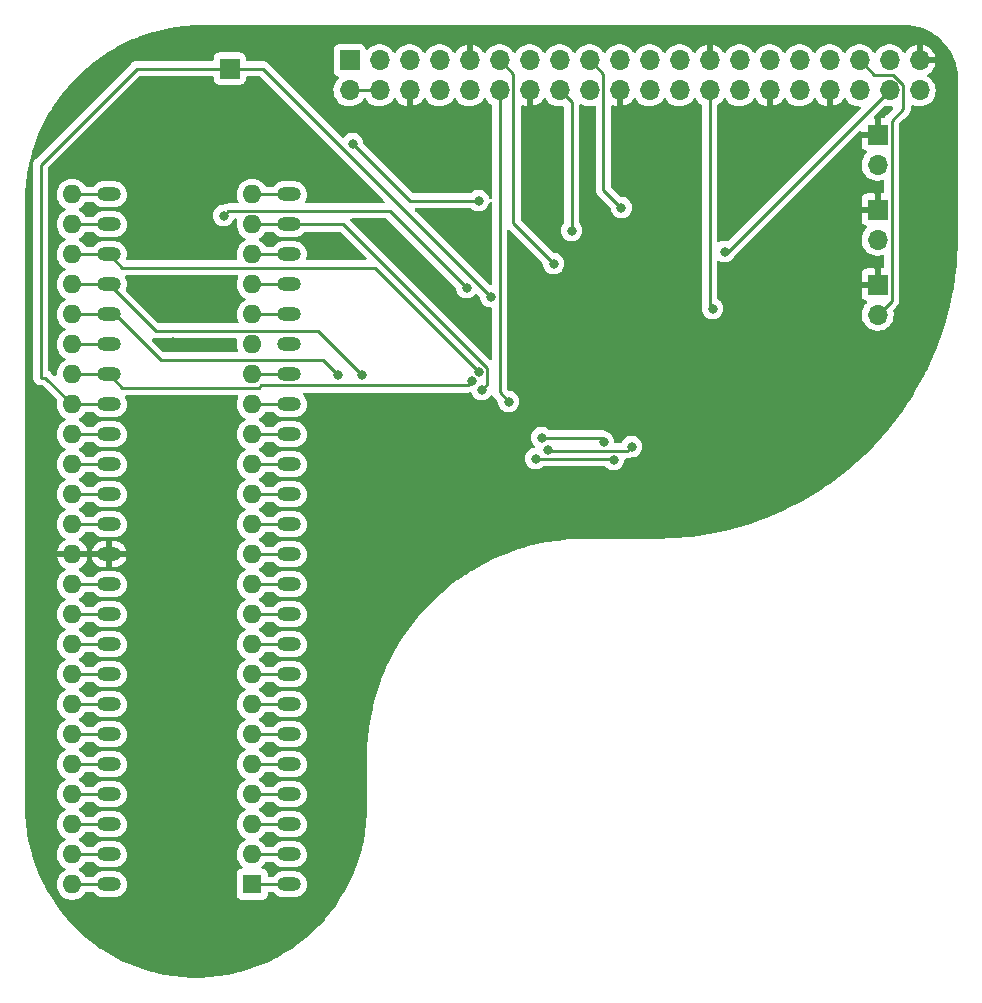
<source format=gbr>
G04 #@! TF.GenerationSoftware,KiCad,Pcbnew,5.99.0-1.20211005git2a932c2.fc35*
G04 #@! TF.CreationDate,2021-10-06T13:33:12+01:00*
G04 #@! TF.ProjectId,A1000,41313030-302e-46b6-9963-61645f706362,rev?*
G04 #@! TF.SameCoordinates,Original*
G04 #@! TF.FileFunction,Copper,L2,Bot*
G04 #@! TF.FilePolarity,Positive*
%FSLAX46Y46*%
G04 Gerber Fmt 4.6, Leading zero omitted, Abs format (unit mm)*
G04 Created by KiCad (PCBNEW 5.99.0-1.20211005git2a932c2.fc35) date 2021-10-06 13:33:12*
%MOMM*%
%LPD*%
G01*
G04 APERTURE LIST*
G04 #@! TA.AperFunction,ComponentPad*
%ADD10R,1.700000X1.700000*%
G04 #@! TD*
G04 #@! TA.AperFunction,ComponentPad*
%ADD11O,1.700000X1.700000*%
G04 #@! TD*
G04 #@! TA.AperFunction,ComponentPad*
%ADD12R,1.600000X1.600000*%
G04 #@! TD*
G04 #@! TA.AperFunction,ComponentPad*
%ADD13O,1.600000X1.600000*%
G04 #@! TD*
G04 #@! TA.AperFunction,ComponentPad*
%ADD14O,2.000000X1.200000*%
G04 #@! TD*
G04 #@! TA.AperFunction,ViaPad*
%ADD15C,0.800000*%
G04 #@! TD*
G04 #@! TA.AperFunction,Conductor*
%ADD16C,0.250000*%
G04 #@! TD*
G04 APERTURE END LIST*
D10*
G04 #@! TO.P,J1,1*
G04 #@! TO.N,+3V3*
X95500000Y-58750000D03*
D11*
G04 #@! TO.P,J1,2*
G04 #@! TO.N,VCC*
X95500000Y-61290000D03*
G04 #@! TO.P,J1,3*
G04 #@! TO.N,/GPIO2*
X98040000Y-58750000D03*
G04 #@! TO.P,J1,4*
G04 #@! TO.N,VCC*
X98040000Y-61290000D03*
G04 #@! TO.P,J1,5*
G04 #@! TO.N,/GPIO3*
X100580000Y-58750000D03*
G04 #@! TO.P,J1,6*
G04 #@! TO.N,GND*
X100580000Y-61290000D03*
G04 #@! TO.P,J1,7*
G04 #@! TO.N,/GPIO4*
X103120000Y-58750000D03*
G04 #@! TO.P,J1,8*
G04 #@! TO.N,/GPIO14*
X103120000Y-61290000D03*
G04 #@! TO.P,J1,9*
G04 #@! TO.N,GND*
X105660000Y-58750000D03*
G04 #@! TO.P,J1,10*
G04 #@! TO.N,/GPIO15*
X105660000Y-61290000D03*
G04 #@! TO.P,J1,11*
G04 #@! TO.N,/GPIO17*
X108200000Y-58750000D03*
G04 #@! TO.P,J1,12*
G04 #@! TO.N,/GPIO18*
X108200000Y-61290000D03*
G04 #@! TO.P,J1,13*
G04 #@! TO.N,/GPIO27*
X110740000Y-58750000D03*
G04 #@! TO.P,J1,14*
G04 #@! TO.N,GND*
X110740000Y-61290000D03*
G04 #@! TO.P,J1,15*
G04 #@! TO.N,/GPIO22*
X113280000Y-58750000D03*
G04 #@! TO.P,J1,16*
G04 #@! TO.N,/GPIO23*
X113280000Y-61290000D03*
G04 #@! TO.P,J1,17*
G04 #@! TO.N,+3V3*
X115820000Y-58750000D03*
G04 #@! TO.P,J1,18*
G04 #@! TO.N,/GPIO24*
X115820000Y-61290000D03*
G04 #@! TO.P,J1,19*
G04 #@! TO.N,/GPIO10*
X118360000Y-58750000D03*
G04 #@! TO.P,J1,20*
G04 #@! TO.N,GND*
X118360000Y-61290000D03*
G04 #@! TO.P,J1,21*
G04 #@! TO.N,/GPIO9*
X120900000Y-58750000D03*
G04 #@! TO.P,J1,22*
G04 #@! TO.N,/GPIO25*
X120900000Y-61290000D03*
G04 #@! TO.P,J1,23*
G04 #@! TO.N,/GPIO11*
X123440000Y-58750000D03*
G04 #@! TO.P,J1,24*
G04 #@! TO.N,/GPIO8*
X123440000Y-61290000D03*
G04 #@! TO.P,J1,25*
G04 #@! TO.N,GND*
X125980000Y-58750000D03*
G04 #@! TO.P,J1,26*
G04 #@! TO.N,/GPIO7*
X125980000Y-61290000D03*
G04 #@! TO.P,J1,27*
G04 #@! TO.N,/GPIO0*
X128520000Y-58750000D03*
G04 #@! TO.P,J1,28*
G04 #@! TO.N,/CLKEN*
X128520000Y-61290000D03*
G04 #@! TO.P,J1,29*
G04 #@! TO.N,/GPIO5*
X131060000Y-58750000D03*
G04 #@! TO.P,J1,30*
G04 #@! TO.N,GND*
X131060000Y-61290000D03*
G04 #@! TO.P,J1,31*
G04 #@! TO.N,/GPIO6*
X133600000Y-58750000D03*
G04 #@! TO.P,J1,32*
G04 #@! TO.N,/GPIO12*
X133600000Y-61290000D03*
G04 #@! TO.P,J1,33*
G04 #@! TO.N,/GPIO13*
X136140000Y-58750000D03*
G04 #@! TO.P,J1,34*
G04 #@! TO.N,GND*
X136140000Y-61290000D03*
G04 #@! TO.P,J1,35*
G04 #@! TO.N,/GPIO19*
X138680000Y-58750000D03*
G04 #@! TO.P,J1,36*
G04 #@! TO.N,/GPIO16*
X138680000Y-61290000D03*
G04 #@! TO.P,J1,37*
G04 #@! TO.N,/GPIO26*
X141220000Y-58750000D03*
G04 #@! TO.P,J1,38*
G04 #@! TO.N,/GPIO20*
X141220000Y-61290000D03*
G04 #@! TO.P,J1,39*
G04 #@! TO.N,GND*
X143760000Y-58750000D03*
G04 #@! TO.P,J1,40*
G04 #@! TO.N,/GPIO21*
X143760000Y-61290000D03*
G04 #@! TD*
D10*
G04 #@! TO.P,JP1,1*
G04 #@! TO.N,GND*
X140208000Y-65024000D03*
D11*
G04 #@! TO.P,JP1,2*
G04 #@! TO.N,/GPIO16*
X140208000Y-67564000D03*
G04 #@! TD*
D12*
G04 #@! TO.P,U1,1*
G04 #@! TO.N,/D6*
X87250000Y-128500000D03*
D13*
G04 #@! TO.P,U1,2*
G04 #@! TO.N,/D5*
X87250000Y-125960000D03*
G04 #@! TO.P,U1,3*
G04 #@! TO.N,/D4*
X87250000Y-123420000D03*
G04 #@! TO.P,U1,4*
G04 #@! TO.N,/D3*
X87250000Y-120880000D03*
G04 #@! TO.P,U1,5*
G04 #@! TO.N,/D2*
X87250000Y-118340000D03*
G04 #@! TO.P,U1,6*
G04 #@! TO.N,/D1*
X87250000Y-115800000D03*
G04 #@! TO.P,U1,7*
G04 #@! TO.N,/D0*
X87250000Y-113260000D03*
G04 #@! TO.P,U1,8*
G04 #@! TO.N,/M1H*
X87250000Y-110720000D03*
G04 #@! TO.P,U1,9*
G04 #@! TO.N,/M0H*
X87250000Y-108180000D03*
G04 #@! TO.P,U1,10*
G04 #@! TO.N,/RGA8*
X87250000Y-105640000D03*
G04 #@! TO.P,U1,11*
G04 #@! TO.N,/RGA7*
X87250000Y-103100000D03*
G04 #@! TO.P,U1,12*
G04 #@! TO.N,/RGA6*
X87250000Y-100560000D03*
G04 #@! TO.P,U1,13*
G04 #@! TO.N,/RGA5*
X87250000Y-98020000D03*
G04 #@! TO.P,U1,14*
G04 #@! TO.N,/RGA4*
X87250000Y-95480000D03*
G04 #@! TO.P,U1,15*
G04 #@! TO.N,/RGA3*
X87250000Y-92940000D03*
G04 #@! TO.P,U1,16*
G04 #@! TO.N,/RGA2*
X87250000Y-90400000D03*
G04 #@! TO.P,U1,17*
G04 #@! TO.N,/RGA1*
X87250000Y-87860000D03*
G04 #@! TO.P,U1,18*
G04 #@! TO.N,/BURST*
X87250000Y-85320000D03*
G04 #@! TO.P,U1,19*
G04 #@! TO.N,VCC*
X87250000Y-82780000D03*
G04 #@! TO.P,U1,20*
G04 #@! TO.N,/R0*
X87250000Y-80240000D03*
G04 #@! TO.P,U1,21*
G04 #@! TO.N,/R1*
X87250000Y-77700000D03*
G04 #@! TO.P,U1,22*
G04 #@! TO.N,/R2*
X87250000Y-75160000D03*
G04 #@! TO.P,U1,23*
G04 #@! TO.N,/R3*
X87250000Y-72620000D03*
G04 #@! TO.P,U1,24*
G04 #@! TO.N,/B0*
X87250000Y-70080000D03*
G04 #@! TO.P,U1,25*
G04 #@! TO.N,/B1*
X72010000Y-70080000D03*
G04 #@! TO.P,U1,26*
G04 #@! TO.N,/B2*
X72010000Y-72620000D03*
G04 #@! TO.P,U1,27*
G04 #@! TO.N,/B3*
X72010000Y-75160000D03*
G04 #@! TO.P,U1,28*
G04 #@! TO.N,/G0*
X72010000Y-77700000D03*
G04 #@! TO.P,U1,29*
G04 #@! TO.N,/G1*
X72010000Y-80240000D03*
G04 #@! TO.P,U1,30*
G04 #@! TO.N,/G2*
X72010000Y-82780000D03*
G04 #@! TO.P,U1,31*
G04 #@! TO.N,/G3*
X72010000Y-85320000D03*
G04 #@! TO.P,U1,32*
G04 #@! TO.N,/HSYNC*
X72010000Y-87860000D03*
G04 #@! TO.P,U1,33*
G04 #@! TO.N,/ZD*
X72010000Y-90400000D03*
G04 #@! TO.P,U1,34*
G04 #@! TO.N,/NC*
X72010000Y-92940000D03*
G04 #@! TO.P,U1,35*
G04 #@! TO.N,/7M*
X72010000Y-95480000D03*
G04 #@! TO.P,U1,36*
G04 #@! TO.N,/CCK*
X72010000Y-98020000D03*
G04 #@! TO.P,U1,37*
G04 #@! TO.N,GND*
X72010000Y-100560000D03*
G04 #@! TO.P,U1,38*
G04 #@! TO.N,/M0V*
X72010000Y-103100000D03*
G04 #@! TO.P,U1,39*
G04 #@! TO.N,/M1V*
X72010000Y-105640000D03*
G04 #@! TO.P,U1,40*
G04 #@! TO.N,/D15*
X72010000Y-108180000D03*
G04 #@! TO.P,U1,41*
G04 #@! TO.N,/D14*
X72010000Y-110720000D03*
G04 #@! TO.P,U1,42*
G04 #@! TO.N,/D13*
X72010000Y-113260000D03*
G04 #@! TO.P,U1,43*
G04 #@! TO.N,/D12*
X72010000Y-115800000D03*
G04 #@! TO.P,U1,44*
G04 #@! TO.N,/D11*
X72010000Y-118340000D03*
G04 #@! TO.P,U1,45*
G04 #@! TO.N,/D10*
X72010000Y-120880000D03*
G04 #@! TO.P,U1,46*
G04 #@! TO.N,/D9*
X72010000Y-123420000D03*
G04 #@! TO.P,U1,47*
G04 #@! TO.N,/D8*
X72010000Y-125960000D03*
G04 #@! TO.P,U1,48*
G04 #@! TO.N,/D7*
X72010000Y-128500000D03*
G04 #@! TD*
D14*
G04 #@! TO.P,U2,1*
G04 #@! TO.N,/D6*
X90370000Y-128490000D03*
G04 #@! TO.P,U2,2*
G04 #@! TO.N,/D5*
X90370000Y-125950000D03*
G04 #@! TO.P,U2,3*
G04 #@! TO.N,/D4*
X90370000Y-123410000D03*
G04 #@! TO.P,U2,4*
G04 #@! TO.N,/D3*
X90370000Y-120870000D03*
G04 #@! TO.P,U2,5*
G04 #@! TO.N,/D2*
X90370000Y-118330000D03*
G04 #@! TO.P,U2,6*
G04 #@! TO.N,/D1*
X90370000Y-115790000D03*
G04 #@! TO.P,U2,7*
G04 #@! TO.N,/D0*
X90370000Y-113250000D03*
G04 #@! TO.P,U2,8*
G04 #@! TO.N,/M1H*
X90370000Y-110710000D03*
G04 #@! TO.P,U2,9*
G04 #@! TO.N,/M0H*
X90370000Y-108170000D03*
G04 #@! TO.P,U2,10*
G04 #@! TO.N,/RGA8*
X90370000Y-105630000D03*
G04 #@! TO.P,U2,11*
G04 #@! TO.N,/RGA7*
X90370000Y-103090000D03*
G04 #@! TO.P,U2,12*
G04 #@! TO.N,/RGA6*
X90370000Y-100550000D03*
G04 #@! TO.P,U2,13*
G04 #@! TO.N,/RGA5*
X90370000Y-98010000D03*
G04 #@! TO.P,U2,14*
G04 #@! TO.N,/RGA4*
X90370000Y-95470000D03*
G04 #@! TO.P,U2,15*
G04 #@! TO.N,/RGA3*
X90370000Y-92930000D03*
G04 #@! TO.P,U2,16*
G04 #@! TO.N,/RGA2*
X90370000Y-90390000D03*
G04 #@! TO.P,U2,17*
G04 #@! TO.N,/RGA1*
X90370000Y-87850000D03*
G04 #@! TO.P,U2,18*
G04 #@! TO.N,/BURST*
X90370000Y-85310000D03*
G04 #@! TO.P,U2,19*
G04 #@! TO.N,VCC*
X90370000Y-82770000D03*
G04 #@! TO.P,U2,20*
G04 #@! TO.N,/R0*
X90370000Y-80230000D03*
G04 #@! TO.P,U2,21*
G04 #@! TO.N,/R1*
X90370000Y-77690000D03*
G04 #@! TO.P,U2,22*
G04 #@! TO.N,/R2*
X90370000Y-75150000D03*
G04 #@! TO.P,U2,23*
G04 #@! TO.N,/R3*
X90370000Y-72610000D03*
G04 #@! TO.P,U2,24*
G04 #@! TO.N,/B0*
X90370000Y-70070000D03*
G04 #@! TO.P,U2,25*
G04 #@! TO.N,/B1*
X75130000Y-70070000D03*
G04 #@! TO.P,U2,26*
G04 #@! TO.N,/B2*
X75130000Y-72610000D03*
G04 #@! TO.P,U2,27*
G04 #@! TO.N,/B3*
X75130000Y-75150000D03*
G04 #@! TO.P,U2,28*
G04 #@! TO.N,/G0*
X75130000Y-77690000D03*
G04 #@! TO.P,U2,29*
G04 #@! TO.N,/G1*
X75130000Y-80230000D03*
G04 #@! TO.P,U2,30*
G04 #@! TO.N,/G2*
X75130000Y-82770000D03*
G04 #@! TO.P,U2,31*
G04 #@! TO.N,/G3*
X75130000Y-85310000D03*
G04 #@! TO.P,U2,32*
G04 #@! TO.N,/HSYNC*
X75130000Y-87850000D03*
G04 #@! TO.P,U2,33*
G04 #@! TO.N,/ZD*
X75130000Y-90390000D03*
G04 #@! TO.P,U2,34*
G04 #@! TO.N,/NC*
X75130000Y-92930000D03*
G04 #@! TO.P,U2,35*
G04 #@! TO.N,/7M*
X75130000Y-95470000D03*
G04 #@! TO.P,U2,36*
G04 #@! TO.N,/CCK*
X75130000Y-98010000D03*
G04 #@! TO.P,U2,37*
G04 #@! TO.N,GND*
X75130000Y-100550000D03*
G04 #@! TO.P,U2,38*
G04 #@! TO.N,/M0V*
X75130000Y-103090000D03*
G04 #@! TO.P,U2,39*
G04 #@! TO.N,/M1V*
X75130000Y-105630000D03*
G04 #@! TO.P,U2,40*
G04 #@! TO.N,/D15*
X75130000Y-108170000D03*
G04 #@! TO.P,U2,41*
G04 #@! TO.N,/D14*
X75130000Y-110710000D03*
G04 #@! TO.P,U2,42*
G04 #@! TO.N,/D13*
X75130000Y-113250000D03*
G04 #@! TO.P,U2,43*
G04 #@! TO.N,/D12*
X75130000Y-115790000D03*
G04 #@! TO.P,U2,44*
G04 #@! TO.N,/D11*
X75130000Y-118330000D03*
G04 #@! TO.P,U2,45*
G04 #@! TO.N,/D10*
X75130000Y-120870000D03*
G04 #@! TO.P,U2,46*
G04 #@! TO.N,/D9*
X75130000Y-123410000D03*
G04 #@! TO.P,U2,47*
G04 #@! TO.N,/D8*
X75130000Y-125950000D03*
G04 #@! TO.P,U2,48*
G04 #@! TO.N,/D7*
X75130000Y-128490000D03*
G04 #@! TD*
D10*
G04 #@! TO.P,J2,1*
G04 #@! TO.N,/HSYNC*
X85344000Y-59436000D03*
G04 #@! TD*
G04 #@! TO.P,JP3,1*
G04 #@! TO.N,GND*
X140208000Y-77724000D03*
D11*
G04 #@! TO.P,JP3,2*
G04 #@! TO.N,/GPIO19*
X140208000Y-80264000D03*
G04 #@! TD*
D10*
G04 #@! TO.P,JP2,1*
G04 #@! TO.N,GND*
X140208000Y-71374000D03*
D11*
G04 #@! TO.P,JP2,2*
G04 #@! TO.N,/GPIO26*
X140208000Y-73914000D03*
G04 #@! TD*
D15*
G04 #@! TO.N,GND*
X136144000Y-89408000D03*
X80518000Y-82550000D03*
X80010000Y-78740000D03*
X129794000Y-79248000D03*
X80772000Y-94488000D03*
X69596000Y-124206000D03*
X79756000Y-64516000D03*
X80772000Y-125984000D03*
X114226000Y-81100000D03*
X94996000Y-64008000D03*
X120904000Y-85090000D03*
X101092000Y-75946000D03*
X106172000Y-73914000D03*
X118618000Y-95504000D03*
X115570000Y-65786000D03*
X134874000Y-84074000D03*
X113792000Y-95604500D03*
X93218000Y-125984000D03*
X93980000Y-74422000D03*
X89408000Y-66040000D03*
X118216000Y-85090000D03*
G04 #@! TO.N,+3V3*
X118500000Y-71220500D03*
G04 #@! TO.N,/GPIO20*
X127254000Y-74930000D03*
G04 #@! TO.N,/GPIO7*
X126238000Y-79756000D03*
G04 #@! TO.N,/GPIO23*
X114300000Y-73152000D03*
G04 #@! TO.N,/GPIO18*
X108966000Y-87630000D03*
G04 #@! TO.N,/GPIO17*
X112776000Y-75946000D03*
G04 #@! TO.N,/B0*
X95758000Y-65786000D03*
X106426000Y-70612000D03*
G04 #@! TO.N,/R3*
X106680000Y-86624500D03*
G04 #@! TO.N,/R1*
X111760000Y-90678000D03*
X117000000Y-91092000D03*
G04 #@! TO.N,/R0*
X84836000Y-71882000D03*
X105410000Y-77978000D03*
G04 #@! TO.N,/HSYNC*
X107442000Y-78740000D03*
G04 #@! TO.N,/G3*
X105871576Y-85921636D03*
G04 #@! TO.N,/G1*
X94488000Y-85344000D03*
X111252000Y-92456000D03*
X117856000Y-92541011D03*
G04 #@! TO.N,/G0*
X96520000Y-85344000D03*
X112268000Y-91694000D03*
X119380000Y-91440000D03*
G04 #@! TO.N,/B3*
X106426000Y-85090000D03*
G04 #@! TD*
D16*
G04 #@! TO.N,GND*
X118618000Y-95504000D02*
X113892500Y-95504000D01*
X113892500Y-95504000D02*
X113792000Y-95604500D01*
X120904000Y-85090000D02*
X118216000Y-85090000D01*
X118216000Y-85090000D02*
X114226000Y-81100000D01*
G04 #@! TO.N,+3V3*
X115820000Y-58750000D02*
X116994511Y-59924511D01*
X116994511Y-59924511D02*
X116994511Y-69715011D01*
X116994511Y-69715011D02*
X118500000Y-71220500D01*
G04 #@! TO.N,/GPIO20*
X127580000Y-74930000D02*
X141220000Y-61290000D01*
X127254000Y-74930000D02*
X127580000Y-74930000D01*
G04 #@! TO.N,/GPIO19*
X140208000Y-80264000D02*
X141382511Y-79089489D01*
X142394511Y-60803501D02*
X141535010Y-59944000D01*
X141382511Y-63849489D02*
X142394511Y-62837489D01*
X142394511Y-62837489D02*
X142394511Y-60803501D01*
X139874000Y-59944000D02*
X138680000Y-58750000D01*
X141382511Y-79089489D02*
X141382511Y-63849489D01*
X141535010Y-59944000D02*
X139874000Y-59944000D01*
G04 #@! TO.N,/GPIO7*
X125980000Y-79498000D02*
X125980000Y-61290000D01*
X126238000Y-79756000D02*
X125980000Y-79498000D01*
G04 #@! TO.N,/GPIO23*
X114300000Y-73152000D02*
X114300000Y-62310000D01*
X114300000Y-62310000D02*
X113280000Y-61290000D01*
G04 #@! TO.N,/GPIO18*
X108966000Y-87630000D02*
X108200000Y-86864000D01*
X108200000Y-86864000D02*
X108200000Y-61290000D01*
G04 #@! TO.N,/GPIO17*
X112776000Y-75946000D02*
X109374511Y-72544511D01*
X109374511Y-59924511D02*
X108200000Y-58750000D01*
X109374511Y-72544511D02*
X109374511Y-59924511D01*
G04 #@! TO.N,VCC*
X98040000Y-61290000D02*
X95500000Y-61290000D01*
G04 #@! TO.N,/D7*
X75120000Y-128500000D02*
X75130000Y-128490000D01*
X72010000Y-128500000D02*
X75120000Y-128500000D01*
G04 #@! TO.N,/B0*
X90370000Y-70070000D02*
X87260000Y-70070000D01*
X100584000Y-70612000D02*
X95758000Y-65786000D01*
X87260000Y-70070000D02*
X87250000Y-70080000D01*
X106426000Y-70612000D02*
X100584000Y-70612000D01*
G04 #@! TO.N,/D8*
X72020000Y-125950000D02*
X72010000Y-125960000D01*
X75130000Y-125950000D02*
X72020000Y-125950000D01*
G04 #@! TO.N,/R3*
X107150511Y-84789897D02*
X94970614Y-72610000D01*
X87250000Y-72620000D02*
X90360000Y-72620000D01*
X106680000Y-86624500D02*
X107150511Y-86153989D01*
X107150511Y-86153989D02*
X107150511Y-84789897D01*
X90360000Y-72620000D02*
X90370000Y-72610000D01*
X94970614Y-72610000D02*
X90370000Y-72610000D01*
G04 #@! TO.N,/D9*
X72010000Y-123420000D02*
X75120000Y-123420000D01*
X75120000Y-123420000D02*
X75130000Y-123410000D01*
G04 #@! TO.N,/R2*
X87260000Y-75150000D02*
X87250000Y-75160000D01*
X90370000Y-75150000D02*
X87260000Y-75150000D01*
G04 #@! TO.N,/D10*
X75120000Y-120880000D02*
X75130000Y-120870000D01*
X72010000Y-120880000D02*
X75120000Y-120880000D01*
G04 #@! TO.N,/R1*
X111760000Y-90678000D02*
X116840000Y-90678000D01*
X116840000Y-90678000D02*
X117094000Y-90932000D01*
X117094000Y-90998000D02*
X117000000Y-91092000D01*
X117094000Y-90932000D02*
X117094000Y-90998000D01*
X87250000Y-77700000D02*
X90360000Y-77700000D01*
X90360000Y-77700000D02*
X90370000Y-77690000D01*
G04 #@! TO.N,/D11*
X72020000Y-118330000D02*
X72010000Y-118340000D01*
X75130000Y-118330000D02*
X72020000Y-118330000D01*
G04 #@! TO.N,/R0*
X105410000Y-77978000D02*
X98927489Y-71495489D01*
X98927489Y-71495489D02*
X85222511Y-71495489D01*
X87260000Y-80230000D02*
X87250000Y-80240000D01*
X85222511Y-71495489D02*
X84836000Y-71882000D01*
X90370000Y-80230000D02*
X87260000Y-80230000D01*
G04 #@! TO.N,/D12*
X72020000Y-115790000D02*
X72010000Y-115800000D01*
X75130000Y-115790000D02*
X72020000Y-115790000D01*
G04 #@! TO.N,/D13*
X75130000Y-113250000D02*
X72020000Y-113250000D01*
X72020000Y-113250000D02*
X72010000Y-113260000D01*
G04 #@! TO.N,/BURST*
X90360000Y-85320000D02*
X90370000Y-85310000D01*
X87250000Y-85320000D02*
X90360000Y-85320000D01*
G04 #@! TO.N,/D14*
X72010000Y-110720000D02*
X75120000Y-110720000D01*
X75120000Y-110720000D02*
X75130000Y-110710000D01*
G04 #@! TO.N,/RGA1*
X90370000Y-87850000D02*
X87260000Y-87850000D01*
X87260000Y-87850000D02*
X87250000Y-87860000D01*
G04 #@! TO.N,/D15*
X72020000Y-108170000D02*
X72010000Y-108180000D01*
X75130000Y-108170000D02*
X72020000Y-108170000D01*
G04 #@! TO.N,/RGA2*
X87250000Y-90400000D02*
X90360000Y-90400000D01*
X90360000Y-90400000D02*
X90370000Y-90390000D01*
G04 #@! TO.N,/M1V*
X75120000Y-105640000D02*
X75130000Y-105630000D01*
X72010000Y-105640000D02*
X75120000Y-105640000D01*
G04 #@! TO.N,/RGA3*
X90370000Y-92930000D02*
X87260000Y-92930000D01*
X87260000Y-92930000D02*
X87250000Y-92940000D01*
G04 #@! TO.N,/M0V*
X75130000Y-103090000D02*
X72020000Y-103090000D01*
X72020000Y-103090000D02*
X72010000Y-103100000D01*
G04 #@! TO.N,/RGA4*
X90360000Y-95480000D02*
X90370000Y-95470000D01*
X87250000Y-95480000D02*
X90360000Y-95480000D01*
G04 #@! TO.N,/RGA5*
X90370000Y-98010000D02*
X87260000Y-98010000D01*
X87260000Y-98010000D02*
X87250000Y-98020000D01*
G04 #@! TO.N,/CCK*
X72010000Y-98020000D02*
X75120000Y-98020000D01*
X75120000Y-98020000D02*
X75130000Y-98010000D01*
G04 #@! TO.N,/RGA6*
X90360000Y-100560000D02*
X90370000Y-100550000D01*
X87250000Y-100560000D02*
X90360000Y-100560000D01*
G04 #@! TO.N,/7M*
X72020000Y-95470000D02*
X72010000Y-95480000D01*
X75130000Y-95470000D02*
X72020000Y-95470000D01*
G04 #@! TO.N,/RGA7*
X87260000Y-103090000D02*
X87250000Y-103100000D01*
X90370000Y-103090000D02*
X87260000Y-103090000D01*
G04 #@! TO.N,/NC*
X75120000Y-92940000D02*
X75130000Y-92930000D01*
X72010000Y-92940000D02*
X75120000Y-92940000D01*
G04 #@! TO.N,/RGA8*
X90360000Y-105640000D02*
X90370000Y-105630000D01*
X87250000Y-105640000D02*
X90360000Y-105640000D01*
G04 #@! TO.N,/ZD*
X75130000Y-90390000D02*
X72020000Y-90390000D01*
X72020000Y-90390000D02*
X72010000Y-90400000D01*
G04 #@! TO.N,/M0H*
X87260000Y-108170000D02*
X87250000Y-108180000D01*
X90370000Y-108170000D02*
X87260000Y-108170000D01*
G04 #@! TO.N,/HSYNC*
X72010000Y-87860000D02*
X75120000Y-87860000D01*
X107442000Y-78740000D02*
X88138000Y-59436000D01*
X69342000Y-67564000D02*
X77470000Y-59436000D01*
X88138000Y-59436000D02*
X85344000Y-59436000D01*
X77470000Y-59436000D02*
X85344000Y-59436000D01*
X69342000Y-85598000D02*
X69342000Y-67564000D01*
X75120000Y-87860000D02*
X75130000Y-87850000D01*
X72010000Y-87860000D02*
X69748000Y-85598000D01*
X69748000Y-85598000D02*
X69342000Y-85598000D01*
G04 #@! TO.N,/M1H*
X90360000Y-110720000D02*
X90370000Y-110710000D01*
X87250000Y-110720000D02*
X90360000Y-110720000D01*
G04 #@! TO.N,/G3*
X72020000Y-85310000D02*
X72010000Y-85320000D01*
X76264511Y-86444511D02*
X75130000Y-85310000D01*
X88012520Y-86234520D02*
X87802529Y-86444511D01*
X75130000Y-85310000D02*
X72020000Y-85310000D01*
X87802529Y-86444511D02*
X76264511Y-86444511D01*
X105558692Y-86234520D02*
X88012520Y-86234520D01*
X105871576Y-85921636D02*
X105558692Y-86234520D01*
G04 #@! TO.N,/D0*
X90370000Y-113250000D02*
X87260000Y-113250000D01*
X87260000Y-113250000D02*
X87250000Y-113260000D01*
G04 #@! TO.N,/G2*
X75120000Y-82780000D02*
X75130000Y-82770000D01*
X72010000Y-82780000D02*
X75120000Y-82780000D01*
G04 #@! TO.N,/D1*
X90360000Y-115800000D02*
X90370000Y-115790000D01*
X87250000Y-115800000D02*
X90360000Y-115800000D01*
G04 #@! TO.N,/G1*
X79502000Y-84074000D02*
X91440000Y-84074000D01*
X72020000Y-80230000D02*
X72010000Y-80240000D01*
X111252000Y-92456000D02*
X117770989Y-92456000D01*
X75658000Y-80230000D02*
X79502000Y-84074000D01*
X91440000Y-84074000D02*
X93218000Y-84074000D01*
X117770989Y-92456000D02*
X117856000Y-92541011D01*
X93218000Y-84074000D02*
X94488000Y-85344000D01*
X75130000Y-80230000D02*
X72020000Y-80230000D01*
X75130000Y-80230000D02*
X75658000Y-80230000D01*
G04 #@! TO.N,/D2*
X87260000Y-118330000D02*
X87250000Y-118340000D01*
X90370000Y-118330000D02*
X87260000Y-118330000D01*
G04 #@! TO.N,/G0*
X79095489Y-81655489D02*
X92831489Y-81655489D01*
X119003489Y-91816511D02*
X119380000Y-91440000D01*
X75120000Y-77700000D02*
X75130000Y-77690000D01*
X112268000Y-91694000D02*
X112390511Y-91816511D01*
X92831489Y-81655489D02*
X96520000Y-85344000D01*
X112390511Y-91816511D02*
X119003489Y-91816511D01*
X75130000Y-77690000D02*
X79095489Y-81655489D01*
X72010000Y-77700000D02*
X75120000Y-77700000D01*
G04 #@! TO.N,/D3*
X90360000Y-120880000D02*
X90370000Y-120870000D01*
X87250000Y-120880000D02*
X90360000Y-120880000D01*
G04 #@! TO.N,/B3*
X72020000Y-75150000D02*
X72010000Y-75160000D01*
X75130000Y-75150000D02*
X72020000Y-75150000D01*
X106426000Y-85090000D02*
X97620511Y-76284511D01*
X97620511Y-76284511D02*
X76264511Y-76284511D01*
X76264511Y-76284511D02*
X75130000Y-75150000D01*
G04 #@! TO.N,/D4*
X90370000Y-123410000D02*
X87260000Y-123410000D01*
X87260000Y-123410000D02*
X87250000Y-123420000D01*
G04 #@! TO.N,/B2*
X75120000Y-72620000D02*
X75130000Y-72610000D01*
X72010000Y-72620000D02*
X75120000Y-72620000D01*
G04 #@! TO.N,/D5*
X90360000Y-125960000D02*
X90370000Y-125950000D01*
X87250000Y-125960000D02*
X90360000Y-125960000D01*
G04 #@! TO.N,/B1*
X72020000Y-70070000D02*
X72010000Y-70080000D01*
X75130000Y-70070000D02*
X72020000Y-70070000D01*
G04 #@! TO.N,/D6*
X90360000Y-128500000D02*
X90370000Y-128490000D01*
X87250000Y-128500000D02*
X90360000Y-128500000D01*
G04 #@! TD*
G04 #@! TA.AperFunction,Conductor*
G04 #@! TO.N,GND*
G36*
X142470057Y-55759500D02*
G01*
X142484858Y-55761805D01*
X142484861Y-55761805D01*
X142493730Y-55763186D01*
X142514158Y-55760515D01*
X142535983Y-55759571D01*
X142886007Y-55774853D01*
X142896958Y-55775811D01*
X143274579Y-55825527D01*
X143285403Y-55827436D01*
X143657243Y-55909870D01*
X143667860Y-55912715D01*
X144031110Y-56027248D01*
X144041425Y-56031001D01*
X144393334Y-56176766D01*
X144403269Y-56181399D01*
X144741128Y-56357278D01*
X144750637Y-56362768D01*
X145071860Y-56567410D01*
X145080864Y-56573714D01*
X145383043Y-56805583D01*
X145391460Y-56812647D01*
X145567891Y-56974315D01*
X145672268Y-57069959D01*
X145680041Y-57077732D01*
X145937351Y-57358537D01*
X145944414Y-57366954D01*
X145997260Y-57435824D01*
X146176286Y-57669136D01*
X146182590Y-57678140D01*
X146387232Y-57999363D01*
X146392722Y-58008872D01*
X146568601Y-58346731D01*
X146573234Y-58356666D01*
X146705713Y-58676500D01*
X146718996Y-58708568D01*
X146722752Y-58718890D01*
X146818311Y-59021962D01*
X146837285Y-59082139D01*
X146840130Y-59092757D01*
X146922564Y-59464597D01*
X146924473Y-59475421D01*
X146974189Y-59853042D01*
X146975147Y-59863993D01*
X146987726Y-60152104D01*
X146990104Y-60206583D01*
X146988724Y-60231461D01*
X146986814Y-60243730D01*
X146990653Y-60273087D01*
X146990936Y-60275251D01*
X146992000Y-60291589D01*
X146992000Y-73700672D01*
X146990500Y-73720056D01*
X146986814Y-73743730D01*
X146990221Y-73769787D01*
X146991262Y-73788529D01*
X146981236Y-74311803D01*
X146973339Y-74724003D01*
X146973154Y-74728826D01*
X146948033Y-75165475D01*
X146921546Y-75625879D01*
X146917339Y-75698997D01*
X146916969Y-75703804D01*
X146893701Y-75946000D01*
X146824038Y-76671093D01*
X146823485Y-76675888D01*
X146771476Y-77061421D01*
X146716100Y-77471913D01*
X146693566Y-77638949D01*
X146692831Y-77643704D01*
X146632260Y-77991548D01*
X146526122Y-78601071D01*
X146525203Y-78605809D01*
X146321948Y-79556085D01*
X146320848Y-79560785D01*
X146081346Y-80502563D01*
X146080067Y-80507218D01*
X145959087Y-80916601D01*
X145830945Y-81350220D01*
X145804668Y-81439137D01*
X145803215Y-81443728D01*
X145492920Y-82362647D01*
X145492312Y-82364447D01*
X145490687Y-82368970D01*
X145150785Y-83261250D01*
X145144755Y-83277080D01*
X145142954Y-83281550D01*
X144762485Y-84175762D01*
X144760517Y-84180151D01*
X144348855Y-85053242D01*
X144346076Y-85059135D01*
X144343942Y-85063444D01*
X144207886Y-85325485D01*
X143896148Y-85925887D01*
X143893842Y-85930128D01*
X143413348Y-86774778D01*
X143410882Y-86778927D01*
X143173441Y-87161444D01*
X142914386Y-87578782D01*
X142898377Y-87604572D01*
X142895759Y-87608615D01*
X142630473Y-88001556D01*
X142352005Y-88414023D01*
X142349228Y-88417971D01*
X141775024Y-89201961D01*
X141772097Y-89205800D01*
X141168304Y-89967198D01*
X141165234Y-89970921D01*
X140580623Y-90652763D01*
X140532705Y-90708650D01*
X140529500Y-90712246D01*
X140093493Y-91183011D01*
X139869167Y-91425220D01*
X139865819Y-91428698D01*
X139178698Y-92115819D01*
X139175221Y-92119166D01*
X138469156Y-92773101D01*
X138462253Y-92779494D01*
X138458657Y-92782699D01*
X137824802Y-93326166D01*
X137720922Y-93415233D01*
X137717198Y-93418304D01*
X136955800Y-94022097D01*
X136951961Y-94025024D01*
X136167971Y-94599228D01*
X136164023Y-94602005D01*
X135866191Y-94803080D01*
X135406695Y-95113299D01*
X135358624Y-95145753D01*
X135354581Y-95148371D01*
X135178947Y-95257393D01*
X134528927Y-95660882D01*
X134524778Y-95663348D01*
X133680128Y-96143842D01*
X133675887Y-96146148D01*
X133568793Y-96201753D01*
X132813444Y-96593942D01*
X132809151Y-96596068D01*
X131997344Y-96978836D01*
X131930167Y-97010510D01*
X131925768Y-97012482D01*
X131046719Y-97386500D01*
X131031557Y-97392951D01*
X131027088Y-97394752D01*
X130118970Y-97740687D01*
X130114467Y-97742305D01*
X129193728Y-98053215D01*
X129189147Y-98054665D01*
X129136118Y-98070336D01*
X128257218Y-98330067D01*
X128252563Y-98331346D01*
X127310785Y-98570848D01*
X127306085Y-98571948D01*
X126355809Y-98775203D01*
X126351071Y-98776122D01*
X125910032Y-98852922D01*
X125393704Y-98942831D01*
X125388955Y-98943565D01*
X125024956Y-98992669D01*
X124425888Y-99073485D01*
X124421093Y-99074038D01*
X123794605Y-99134227D01*
X123453804Y-99166969D01*
X123449002Y-99167339D01*
X123104615Y-99187152D01*
X122478826Y-99223154D01*
X122474003Y-99223339D01*
X121837683Y-99235530D01*
X121546205Y-99241115D01*
X121524407Y-99239638D01*
X121522822Y-99239391D01*
X121515142Y-99238195D01*
X121515139Y-99238195D01*
X121506270Y-99236814D01*
X121497368Y-99237978D01*
X121497365Y-99237978D01*
X121474749Y-99240936D01*
X121458411Y-99242000D01*
X115553207Y-99242000D01*
X115532303Y-99240254D01*
X115528641Y-99239638D01*
X115512539Y-99236929D01*
X115506323Y-99236853D01*
X115504863Y-99236835D01*
X115504859Y-99236835D01*
X115500000Y-99236776D01*
X115495853Y-99237370D01*
X115492936Y-99237498D01*
X114903866Y-99250719D01*
X114670858Y-99255948D01*
X114670857Y-99255948D01*
X114669433Y-99255980D01*
X113840538Y-99311865D01*
X113717608Y-99325716D01*
X113016394Y-99404724D01*
X113016383Y-99404725D01*
X113014985Y-99404883D01*
X112194437Y-99534845D01*
X112101851Y-99553802D01*
X111381915Y-99701209D01*
X111381894Y-99701214D01*
X111380545Y-99701490D01*
X111379202Y-99701828D01*
X111379195Y-99701830D01*
X110596218Y-99899123D01*
X110574950Y-99904482D01*
X110573619Y-99904882D01*
X110573607Y-99904885D01*
X110254801Y-100000618D01*
X109779273Y-100143412D01*
X108995117Y-100417801D01*
X108993820Y-100418321D01*
X108993818Y-100418322D01*
X108235210Y-100722621D01*
X108224061Y-100727093D01*
X108222774Y-100727678D01*
X108222759Y-100727684D01*
X107468968Y-101070072D01*
X107468949Y-101070081D01*
X107467657Y-101070668D01*
X107466389Y-101071314D01*
X107466385Y-101071316D01*
X107053379Y-101281753D01*
X106727430Y-101447832D01*
X106004869Y-101857827D01*
X105634345Y-102090643D01*
X105327250Y-102283604D01*
X105301431Y-102299827D01*
X105300280Y-102300625D01*
X105300267Y-102300633D01*
X104692054Y-102722004D01*
X104618531Y-102772941D01*
X103957544Y-103276218D01*
X103319803Y-103808642D01*
X103318765Y-103809591D01*
X103318751Y-103809603D01*
X103146408Y-103967132D01*
X102706591Y-104369142D01*
X102119143Y-104956590D01*
X102006005Y-105080368D01*
X101559604Y-105568750D01*
X101559592Y-105568764D01*
X101558643Y-105569802D01*
X101026218Y-106207543D01*
X100522942Y-106868529D01*
X100049827Y-107551429D01*
X100049079Y-107552619D01*
X100049074Y-107552627D01*
X99892381Y-107802004D01*
X99607828Y-108254868D01*
X99197832Y-108977428D01*
X98820668Y-109717656D01*
X98820081Y-109718948D01*
X98820072Y-109718967D01*
X98702302Y-109978247D01*
X98477093Y-110474059D01*
X98476565Y-110475375D01*
X98476557Y-110475394D01*
X98200364Y-111163933D01*
X98167800Y-111245115D01*
X98074461Y-111511862D01*
X97907154Y-111990000D01*
X97893412Y-112029271D01*
X97893016Y-112030590D01*
X97893013Y-112030599D01*
X97721020Y-112603363D01*
X97654481Y-112824948D01*
X97585403Y-113099091D01*
X97480924Y-113513729D01*
X97451489Y-113630543D01*
X97451213Y-113631892D01*
X97451208Y-113631913D01*
X97380426Y-113977611D01*
X97284843Y-114444435D01*
X97227793Y-114804633D01*
X97158780Y-115240368D01*
X97154881Y-115264983D01*
X97061864Y-116090536D01*
X97005978Y-116919431D01*
X97005946Y-116920857D01*
X96987818Y-117728557D01*
X96987515Y-117733964D01*
X96986927Y-117737459D01*
X96986774Y-117749998D01*
X96987464Y-117754813D01*
X96990727Y-117777600D01*
X96992000Y-117795463D01*
X96992000Y-121870672D01*
X96990500Y-121890057D01*
X96988771Y-121901164D01*
X96986814Y-121913730D01*
X96989947Y-121937686D01*
X96990007Y-121938142D01*
X96991029Y-121957723D01*
X96974277Y-122608133D01*
X96972869Y-122662785D01*
X96972536Y-122669249D01*
X96926879Y-123259091D01*
X96915442Y-123406844D01*
X96914776Y-123413284D01*
X96829523Y-124071762D01*
X96819788Y-124146954D01*
X96818790Y-124153363D01*
X96696281Y-124825634D01*
X96686157Y-124881187D01*
X96684830Y-124887535D01*
X96563803Y-125400368D01*
X96514913Y-125607530D01*
X96513264Y-125613794D01*
X96306500Y-126324113D01*
X96304528Y-126330290D01*
X96065417Y-127017686D01*
X96061475Y-127029017D01*
X96059192Y-127035072D01*
X95796948Y-127679898D01*
X95780482Y-127720386D01*
X95777883Y-127726331D01*
X95464290Y-128396328D01*
X95461390Y-128402132D01*
X95113699Y-129055143D01*
X95110505Y-129060787D01*
X95060006Y-129144886D01*
X94729661Y-129695026D01*
X94726178Y-129700500D01*
X94313206Y-130314273D01*
X94309447Y-130319562D01*
X93865412Y-130911277D01*
X93861385Y-130916365D01*
X93387480Y-131484436D01*
X93383197Y-131489309D01*
X92880681Y-132032227D01*
X92876152Y-132036874D01*
X92346357Y-132553198D01*
X92341595Y-132557606D01*
X91785912Y-133045982D01*
X91780930Y-133050138D01*
X91200843Y-133509262D01*
X91195676Y-133513139D01*
X91142108Y-133551222D01*
X90592714Y-133941798D01*
X90587331Y-133945420D01*
X89963109Y-134342466D01*
X89957546Y-134345806D01*
X89313723Y-134710185D01*
X89307996Y-134713234D01*
X88646274Y-135043984D01*
X88640397Y-135046735D01*
X87962511Y-135342989D01*
X87956501Y-135345433D01*
X87264273Y-135606393D01*
X87258144Y-135608525D01*
X86553412Y-135833500D01*
X86547183Y-135835313D01*
X85831767Y-136023721D01*
X85825452Y-136025212D01*
X85658846Y-136060028D01*
X85101291Y-136176541D01*
X85094939Y-136177698D01*
X84363953Y-136291546D01*
X84357519Y-136292379D01*
X83621653Y-136368445D01*
X83615199Y-136368944D01*
X82876379Y-136407028D01*
X82869893Y-136407195D01*
X82130107Y-136407195D01*
X82123621Y-136407028D01*
X81384801Y-136368944D01*
X81378347Y-136368445D01*
X80642481Y-136292379D01*
X80636047Y-136291546D01*
X79905061Y-136177698D01*
X79898709Y-136176541D01*
X79341154Y-136060028D01*
X79174548Y-136025212D01*
X79168233Y-136023721D01*
X78452817Y-135835313D01*
X78446588Y-135833500D01*
X77741856Y-135608525D01*
X77735727Y-135606393D01*
X77043499Y-135345433D01*
X77037489Y-135342989D01*
X76359603Y-135046735D01*
X76353726Y-135043984D01*
X75692004Y-134713234D01*
X75686277Y-134710185D01*
X75042454Y-134345806D01*
X75036891Y-134342466D01*
X74412669Y-133945420D01*
X74407286Y-133941798D01*
X73857892Y-133551222D01*
X73804324Y-133513139D01*
X73799157Y-133509262D01*
X73219070Y-133050138D01*
X73214088Y-133045982D01*
X72658405Y-132557606D01*
X72653643Y-132553198D01*
X72123848Y-132036874D01*
X72119319Y-132032227D01*
X71616803Y-131489309D01*
X71612520Y-131484436D01*
X71138615Y-130916365D01*
X71134588Y-130911277D01*
X70690553Y-130319562D01*
X70686794Y-130314273D01*
X70273822Y-129700500D01*
X70270339Y-129695026D01*
X69939994Y-129144886D01*
X69889495Y-129060787D01*
X69886301Y-129055143D01*
X69590719Y-128500000D01*
X70696502Y-128500000D01*
X70716457Y-128728087D01*
X70775716Y-128949243D01*
X70778039Y-128954224D01*
X70778039Y-128954225D01*
X70870151Y-129151762D01*
X70870154Y-129151767D01*
X70872477Y-129156749D01*
X71003802Y-129344300D01*
X71165700Y-129506198D01*
X71170208Y-129509355D01*
X71170211Y-129509357D01*
X71239232Y-129557686D01*
X71353251Y-129637523D01*
X71358233Y-129639846D01*
X71358238Y-129639849D01*
X71555775Y-129731961D01*
X71560757Y-129734284D01*
X71566065Y-129735706D01*
X71566067Y-129735707D01*
X71776598Y-129792119D01*
X71776600Y-129792119D01*
X71781913Y-129793543D01*
X72010000Y-129813498D01*
X72238087Y-129793543D01*
X72243400Y-129792119D01*
X72243402Y-129792119D01*
X72453933Y-129735707D01*
X72453935Y-129735706D01*
X72459243Y-129734284D01*
X72464225Y-129731961D01*
X72661762Y-129639849D01*
X72661767Y-129639846D01*
X72666749Y-129637523D01*
X72780768Y-129557686D01*
X72849789Y-129509357D01*
X72849792Y-129509355D01*
X72854300Y-129506198D01*
X73016198Y-129344300D01*
X73104907Y-129217611D01*
X73126181Y-129187229D01*
X73181638Y-129142901D01*
X73229394Y-129133500D01*
X73762286Y-129133500D01*
X73830407Y-129153502D01*
X73865055Y-129186599D01*
X73883586Y-129212723D01*
X73883590Y-129212728D01*
X73887054Y-129217611D01*
X74039850Y-129363881D01*
X74217548Y-129478620D01*
X74223114Y-129480863D01*
X74408168Y-129555442D01*
X74408171Y-129555443D01*
X74413737Y-129557686D01*
X74621337Y-129598228D01*
X74626899Y-129598500D01*
X75582846Y-129598500D01*
X75740566Y-129583452D01*
X75943534Y-129523908D01*
X76027111Y-129480863D01*
X76126249Y-129429804D01*
X76126252Y-129429802D01*
X76131580Y-129427058D01*
X76297920Y-129296396D01*
X76301852Y-129291865D01*
X76301855Y-129291862D01*
X76432621Y-129141167D01*
X76436552Y-129136637D01*
X76439552Y-129131451D01*
X76439555Y-129131447D01*
X76539467Y-128958742D01*
X76542473Y-128953546D01*
X76611861Y-128753729D01*
X76615579Y-128728087D01*
X76641352Y-128550336D01*
X76641352Y-128550333D01*
X76642213Y-128544396D01*
X76632433Y-128333101D01*
X76582875Y-128127466D01*
X76547998Y-128050757D01*
X76528084Y-128006959D01*
X76495326Y-127934913D01*
X76372946Y-127762389D01*
X76220150Y-127616119D01*
X76042452Y-127501380D01*
X75944000Y-127461703D01*
X75851832Y-127424558D01*
X75851829Y-127424557D01*
X75846263Y-127422314D01*
X75638663Y-127381772D01*
X75633101Y-127381500D01*
X74677154Y-127381500D01*
X74519434Y-127396548D01*
X74316466Y-127456092D01*
X74311139Y-127458836D01*
X74311138Y-127458836D01*
X74133751Y-127550196D01*
X74133748Y-127550198D01*
X74128420Y-127552942D01*
X73962080Y-127683604D01*
X73841047Y-127823082D01*
X73781296Y-127861421D01*
X73745884Y-127866500D01*
X73229394Y-127866500D01*
X73161273Y-127846498D01*
X73126181Y-127812771D01*
X73019357Y-127660211D01*
X73019355Y-127660208D01*
X73016198Y-127655700D01*
X72854300Y-127493802D01*
X72849792Y-127490645D01*
X72849789Y-127490643D01*
X72771611Y-127435902D01*
X72666749Y-127362477D01*
X72661767Y-127360154D01*
X72661762Y-127360151D01*
X72627543Y-127344195D01*
X72574258Y-127297278D01*
X72554797Y-127229001D01*
X72575339Y-127161041D01*
X72627543Y-127115805D01*
X72661762Y-127099849D01*
X72661767Y-127099846D01*
X72666749Y-127097523D01*
X72780768Y-127017686D01*
X72849789Y-126969357D01*
X72849792Y-126969355D01*
X72854300Y-126966198D01*
X73016198Y-126804300D01*
X73108330Y-126672723D01*
X73133183Y-126637229D01*
X73188640Y-126592901D01*
X73236396Y-126583500D01*
X73755193Y-126583500D01*
X73823314Y-126603502D01*
X73857963Y-126636601D01*
X73883584Y-126672720D01*
X73883587Y-126672723D01*
X73887054Y-126677611D01*
X74039850Y-126823881D01*
X74217548Y-126938620D01*
X74223114Y-126940863D01*
X74408168Y-127015442D01*
X74408171Y-127015443D01*
X74413737Y-127017686D01*
X74621337Y-127058228D01*
X74626899Y-127058500D01*
X75582846Y-127058500D01*
X75740566Y-127043452D01*
X75943534Y-126983908D01*
X76027111Y-126940863D01*
X76126249Y-126889804D01*
X76126252Y-126889802D01*
X76131580Y-126887058D01*
X76297920Y-126756396D01*
X76301852Y-126751865D01*
X76301855Y-126751862D01*
X76432621Y-126601167D01*
X76436552Y-126596637D01*
X76439552Y-126591451D01*
X76439555Y-126591447D01*
X76539467Y-126418742D01*
X76542473Y-126413546D01*
X76611861Y-126213729D01*
X76615579Y-126188087D01*
X76641352Y-126010336D01*
X76641352Y-126010333D01*
X76642213Y-126004396D01*
X76632433Y-125793101D01*
X76600819Y-125661923D01*
X76584281Y-125593299D01*
X76584280Y-125593297D01*
X76582875Y-125587466D01*
X76547998Y-125510757D01*
X76497806Y-125400368D01*
X76495326Y-125394913D01*
X76372946Y-125222389D01*
X76220150Y-125076119D01*
X76042452Y-124961380D01*
X75982354Y-124937160D01*
X75851832Y-124884558D01*
X75851829Y-124884557D01*
X75846263Y-124882314D01*
X75638663Y-124841772D01*
X75633101Y-124841500D01*
X74677154Y-124841500D01*
X74519434Y-124856548D01*
X74316466Y-124916092D01*
X74311139Y-124918836D01*
X74311138Y-124918836D01*
X74133751Y-125010196D01*
X74133748Y-125010198D01*
X74128420Y-125012942D01*
X73962080Y-125143604D01*
X73849725Y-125273082D01*
X73789973Y-125311421D01*
X73754561Y-125316500D01*
X73222392Y-125316500D01*
X73154271Y-125296498D01*
X73119179Y-125262771D01*
X73019357Y-125120211D01*
X73019355Y-125120208D01*
X73016198Y-125115700D01*
X72854300Y-124953802D01*
X72849792Y-124950645D01*
X72849789Y-124950643D01*
X72759667Y-124887539D01*
X72666749Y-124822477D01*
X72661767Y-124820154D01*
X72661762Y-124820151D01*
X72627543Y-124804195D01*
X72574258Y-124757278D01*
X72554797Y-124689001D01*
X72575339Y-124621041D01*
X72627543Y-124575805D01*
X72661762Y-124559849D01*
X72661767Y-124559846D01*
X72666749Y-124557523D01*
X72780768Y-124477686D01*
X72849789Y-124429357D01*
X72849792Y-124429355D01*
X72854300Y-124426198D01*
X73016198Y-124264300D01*
X73104907Y-124137611D01*
X73126181Y-124107229D01*
X73181638Y-124062901D01*
X73229394Y-124053500D01*
X73762286Y-124053500D01*
X73830407Y-124073502D01*
X73865055Y-124106599D01*
X73883586Y-124132723D01*
X73883590Y-124132728D01*
X73887054Y-124137611D01*
X74039850Y-124283881D01*
X74217548Y-124398620D01*
X74223114Y-124400863D01*
X74408168Y-124475442D01*
X74408171Y-124475443D01*
X74413737Y-124477686D01*
X74621337Y-124518228D01*
X74626899Y-124518500D01*
X75582846Y-124518500D01*
X75740566Y-124503452D01*
X75943534Y-124443908D01*
X76027111Y-124400863D01*
X76126249Y-124349804D01*
X76126252Y-124349802D01*
X76131580Y-124347058D01*
X76297920Y-124216396D01*
X76301852Y-124211865D01*
X76301855Y-124211862D01*
X76432621Y-124061167D01*
X76436552Y-124056637D01*
X76439552Y-124051451D01*
X76439555Y-124051447D01*
X76539467Y-123878742D01*
X76542473Y-123873546D01*
X76611861Y-123673729D01*
X76615579Y-123648087D01*
X76641352Y-123470336D01*
X76641352Y-123470333D01*
X76642213Y-123464396D01*
X76632433Y-123253101D01*
X76582875Y-123047466D01*
X76547998Y-122970757D01*
X76497806Y-122860368D01*
X76495326Y-122854913D01*
X76372946Y-122682389D01*
X76220150Y-122536119D01*
X76042452Y-122421380D01*
X75982354Y-122397160D01*
X75851832Y-122344558D01*
X75851829Y-122344557D01*
X75846263Y-122342314D01*
X75638663Y-122301772D01*
X75633101Y-122301500D01*
X74677154Y-122301500D01*
X74519434Y-122316548D01*
X74316466Y-122376092D01*
X74311139Y-122378836D01*
X74311138Y-122378836D01*
X74133751Y-122470196D01*
X74133748Y-122470198D01*
X74128420Y-122472942D01*
X73962080Y-122603604D01*
X73841047Y-122743082D01*
X73781296Y-122781421D01*
X73745884Y-122786500D01*
X73229394Y-122786500D01*
X73161273Y-122766498D01*
X73126181Y-122732771D01*
X73019357Y-122580211D01*
X73019355Y-122580208D01*
X73016198Y-122575700D01*
X72854300Y-122413802D01*
X72849792Y-122410645D01*
X72849789Y-122410643D01*
X72771611Y-122355902D01*
X72666749Y-122282477D01*
X72661767Y-122280154D01*
X72661762Y-122280151D01*
X72627543Y-122264195D01*
X72574258Y-122217278D01*
X72554797Y-122149001D01*
X72575339Y-122081041D01*
X72627543Y-122035805D01*
X72661762Y-122019849D01*
X72661767Y-122019846D01*
X72666749Y-122017523D01*
X72779125Y-121938836D01*
X72849789Y-121889357D01*
X72849792Y-121889355D01*
X72854300Y-121886198D01*
X73016198Y-121724300D01*
X73104907Y-121597611D01*
X73126181Y-121567229D01*
X73181638Y-121522901D01*
X73229394Y-121513500D01*
X73762286Y-121513500D01*
X73830407Y-121533502D01*
X73865055Y-121566599D01*
X73883586Y-121592723D01*
X73883590Y-121592728D01*
X73887054Y-121597611D01*
X74039850Y-121743881D01*
X74217548Y-121858620D01*
X74276308Y-121882301D01*
X74408168Y-121935442D01*
X74408171Y-121935443D01*
X74413737Y-121937686D01*
X74621337Y-121978228D01*
X74626899Y-121978500D01*
X75582846Y-121978500D01*
X75740566Y-121963452D01*
X75943534Y-121903908D01*
X75965855Y-121892412D01*
X76126249Y-121809804D01*
X76126252Y-121809802D01*
X76131580Y-121807058D01*
X76297920Y-121676396D01*
X76301852Y-121671865D01*
X76301855Y-121671862D01*
X76432621Y-121521167D01*
X76436552Y-121516637D01*
X76439552Y-121511451D01*
X76439555Y-121511447D01*
X76539467Y-121338742D01*
X76542473Y-121333546D01*
X76611861Y-121133729D01*
X76615579Y-121108087D01*
X76641352Y-120930336D01*
X76641352Y-120930333D01*
X76642213Y-120924396D01*
X76632433Y-120713101D01*
X76582875Y-120507466D01*
X76547998Y-120430757D01*
X76497806Y-120320368D01*
X76495326Y-120314913D01*
X76372946Y-120142389D01*
X76220150Y-119996119D01*
X76042452Y-119881380D01*
X75982354Y-119857160D01*
X75851832Y-119804558D01*
X75851829Y-119804557D01*
X75846263Y-119802314D01*
X75638663Y-119761772D01*
X75633101Y-119761500D01*
X74677154Y-119761500D01*
X74519434Y-119776548D01*
X74316466Y-119836092D01*
X74311139Y-119838836D01*
X74311138Y-119838836D01*
X74133751Y-119930196D01*
X74133748Y-119930198D01*
X74128420Y-119932942D01*
X73962080Y-120063604D01*
X73841047Y-120203082D01*
X73781296Y-120241421D01*
X73745884Y-120246500D01*
X73229394Y-120246500D01*
X73161273Y-120226498D01*
X73126181Y-120192771D01*
X73019357Y-120040211D01*
X73019355Y-120040208D01*
X73016198Y-120035700D01*
X72854300Y-119873802D01*
X72849792Y-119870645D01*
X72849789Y-119870643D01*
X72771611Y-119815902D01*
X72666749Y-119742477D01*
X72661767Y-119740154D01*
X72661762Y-119740151D01*
X72627543Y-119724195D01*
X72574258Y-119677278D01*
X72554797Y-119609001D01*
X72575339Y-119541041D01*
X72627543Y-119495805D01*
X72661762Y-119479849D01*
X72661767Y-119479846D01*
X72666749Y-119477523D01*
X72780768Y-119397686D01*
X72849789Y-119349357D01*
X72849792Y-119349355D01*
X72854300Y-119346198D01*
X73016198Y-119184300D01*
X73133183Y-119017229D01*
X73188640Y-118972901D01*
X73236396Y-118963500D01*
X73755193Y-118963500D01*
X73823314Y-118983502D01*
X73857963Y-119016601D01*
X73883584Y-119052720D01*
X73883587Y-119052724D01*
X73887054Y-119057611D01*
X74039850Y-119203881D01*
X74217548Y-119318620D01*
X74223114Y-119320863D01*
X74408168Y-119395442D01*
X74408171Y-119395443D01*
X74413737Y-119397686D01*
X74621337Y-119438228D01*
X74626899Y-119438500D01*
X75582846Y-119438500D01*
X75740566Y-119423452D01*
X75943534Y-119363908D01*
X76027111Y-119320863D01*
X76126249Y-119269804D01*
X76126252Y-119269802D01*
X76131580Y-119267058D01*
X76297920Y-119136396D01*
X76301852Y-119131865D01*
X76301855Y-119131862D01*
X76432621Y-118981167D01*
X76436552Y-118976637D01*
X76439552Y-118971451D01*
X76439555Y-118971447D01*
X76539467Y-118798742D01*
X76542473Y-118793546D01*
X76611861Y-118593729D01*
X76615579Y-118568087D01*
X76641352Y-118390336D01*
X76641352Y-118390333D01*
X76642213Y-118384396D01*
X76632433Y-118173101D01*
X76582875Y-117967466D01*
X76547998Y-117890757D01*
X76528084Y-117846959D01*
X76495326Y-117774913D01*
X76372946Y-117602389D01*
X76220150Y-117456119D01*
X76042452Y-117341380D01*
X75982354Y-117317160D01*
X75851832Y-117264558D01*
X75851829Y-117264557D01*
X75846263Y-117262314D01*
X75638663Y-117221772D01*
X75633101Y-117221500D01*
X74677154Y-117221500D01*
X74519434Y-117236548D01*
X74316466Y-117296092D01*
X74311139Y-117298836D01*
X74311138Y-117298836D01*
X74133751Y-117390196D01*
X74133748Y-117390198D01*
X74128420Y-117392942D01*
X73962080Y-117523604D01*
X73849725Y-117653082D01*
X73789973Y-117691421D01*
X73754561Y-117696500D01*
X73222392Y-117696500D01*
X73154271Y-117676498D01*
X73119179Y-117642771D01*
X73019357Y-117500211D01*
X73019355Y-117500208D01*
X73016198Y-117495700D01*
X72854300Y-117333802D01*
X72849792Y-117330645D01*
X72849789Y-117330643D01*
X72771611Y-117275902D01*
X72666749Y-117202477D01*
X72661767Y-117200154D01*
X72661762Y-117200151D01*
X72627543Y-117184195D01*
X72574258Y-117137278D01*
X72554797Y-117069001D01*
X72575339Y-117001041D01*
X72627543Y-116955805D01*
X72661762Y-116939849D01*
X72661767Y-116939846D01*
X72666749Y-116937523D01*
X72780768Y-116857686D01*
X72849789Y-116809357D01*
X72849792Y-116809355D01*
X72854300Y-116806198D01*
X73016198Y-116644300D01*
X73108330Y-116512723D01*
X73133183Y-116477229D01*
X73188640Y-116432901D01*
X73236396Y-116423500D01*
X73755193Y-116423500D01*
X73823314Y-116443502D01*
X73857963Y-116476601D01*
X73883584Y-116512720D01*
X73883587Y-116512723D01*
X73887054Y-116517611D01*
X74039850Y-116663881D01*
X74217548Y-116778620D01*
X74223114Y-116780863D01*
X74408168Y-116855442D01*
X74408171Y-116855443D01*
X74413737Y-116857686D01*
X74621337Y-116898228D01*
X74626899Y-116898500D01*
X75582846Y-116898500D01*
X75740566Y-116883452D01*
X75943534Y-116823908D01*
X76027111Y-116780863D01*
X76126249Y-116729804D01*
X76126252Y-116729802D01*
X76131580Y-116727058D01*
X76297920Y-116596396D01*
X76301852Y-116591865D01*
X76301855Y-116591862D01*
X76432621Y-116441167D01*
X76436552Y-116436637D01*
X76439552Y-116431451D01*
X76439555Y-116431447D01*
X76539467Y-116258742D01*
X76542473Y-116253546D01*
X76611861Y-116053729D01*
X76615579Y-116028087D01*
X76641352Y-115850336D01*
X76641352Y-115850333D01*
X76642213Y-115844396D01*
X76632433Y-115633101D01*
X76582875Y-115427466D01*
X76547998Y-115350757D01*
X76497806Y-115240368D01*
X76495326Y-115234913D01*
X76372946Y-115062389D01*
X76220150Y-114916119D01*
X76042452Y-114801380D01*
X75982354Y-114777160D01*
X75851832Y-114724558D01*
X75851829Y-114724557D01*
X75846263Y-114722314D01*
X75638663Y-114681772D01*
X75633101Y-114681500D01*
X74677154Y-114681500D01*
X74519434Y-114696548D01*
X74316466Y-114756092D01*
X74311139Y-114758836D01*
X74311138Y-114758836D01*
X74133751Y-114850196D01*
X74133748Y-114850198D01*
X74128420Y-114852942D01*
X73962080Y-114983604D01*
X73849725Y-115113082D01*
X73789973Y-115151421D01*
X73754561Y-115156500D01*
X73222392Y-115156500D01*
X73154271Y-115136498D01*
X73119179Y-115102771D01*
X73019357Y-114960211D01*
X73019355Y-114960208D01*
X73016198Y-114955700D01*
X72854300Y-114793802D01*
X72849792Y-114790645D01*
X72849789Y-114790643D01*
X72771611Y-114735902D01*
X72666749Y-114662477D01*
X72661767Y-114660154D01*
X72661762Y-114660151D01*
X72627543Y-114644195D01*
X72574258Y-114597278D01*
X72554797Y-114529001D01*
X72575339Y-114461041D01*
X72627543Y-114415805D01*
X72661762Y-114399849D01*
X72661767Y-114399846D01*
X72666749Y-114397523D01*
X72780768Y-114317686D01*
X72849789Y-114269357D01*
X72849792Y-114269355D01*
X72854300Y-114266198D01*
X73016198Y-114104300D01*
X73133183Y-113937229D01*
X73188640Y-113892901D01*
X73236396Y-113883500D01*
X73755193Y-113883500D01*
X73823314Y-113903502D01*
X73857963Y-113936601D01*
X73883584Y-113972720D01*
X73883587Y-113972724D01*
X73887054Y-113977611D01*
X74039850Y-114123881D01*
X74217548Y-114238620D01*
X74223114Y-114240863D01*
X74408168Y-114315442D01*
X74408171Y-114315443D01*
X74413737Y-114317686D01*
X74621337Y-114358228D01*
X74626899Y-114358500D01*
X75582846Y-114358500D01*
X75740566Y-114343452D01*
X75943534Y-114283908D01*
X76027111Y-114240863D01*
X76126249Y-114189804D01*
X76126252Y-114189802D01*
X76131580Y-114187058D01*
X76297920Y-114056396D01*
X76301852Y-114051865D01*
X76301855Y-114051862D01*
X76432621Y-113901167D01*
X76436552Y-113896637D01*
X76439552Y-113891451D01*
X76439555Y-113891447D01*
X76539467Y-113718742D01*
X76542473Y-113713546D01*
X76611861Y-113513729D01*
X76615579Y-113488087D01*
X76641352Y-113310336D01*
X76641352Y-113310333D01*
X76642213Y-113304396D01*
X76632433Y-113093101D01*
X76582875Y-112887466D01*
X76547998Y-112810757D01*
X76497806Y-112700368D01*
X76495326Y-112694913D01*
X76372946Y-112522389D01*
X76220150Y-112376119D01*
X76042452Y-112261380D01*
X75982354Y-112237160D01*
X75851832Y-112184558D01*
X75851829Y-112184557D01*
X75846263Y-112182314D01*
X75638663Y-112141772D01*
X75633101Y-112141500D01*
X74677154Y-112141500D01*
X74519434Y-112156548D01*
X74316466Y-112216092D01*
X74311139Y-112218836D01*
X74311138Y-112218836D01*
X74133751Y-112310196D01*
X74133748Y-112310198D01*
X74128420Y-112312942D01*
X73962080Y-112443604D01*
X73849725Y-112573082D01*
X73789973Y-112611421D01*
X73754561Y-112616500D01*
X73222392Y-112616500D01*
X73154271Y-112596498D01*
X73119179Y-112562771D01*
X73019357Y-112420211D01*
X73019355Y-112420208D01*
X73016198Y-112415700D01*
X72854300Y-112253802D01*
X72849792Y-112250645D01*
X72849789Y-112250643D01*
X72764882Y-112191191D01*
X72666749Y-112122477D01*
X72661767Y-112120154D01*
X72661762Y-112120151D01*
X72627543Y-112104195D01*
X72574258Y-112057278D01*
X72554797Y-111989001D01*
X72575339Y-111921041D01*
X72627543Y-111875805D01*
X72661762Y-111859849D01*
X72661767Y-111859846D01*
X72666749Y-111857523D01*
X72780768Y-111777686D01*
X72849789Y-111729357D01*
X72849792Y-111729355D01*
X72854300Y-111726198D01*
X73016198Y-111564300D01*
X73104907Y-111437611D01*
X73126181Y-111407229D01*
X73181638Y-111362901D01*
X73229394Y-111353500D01*
X73762286Y-111353500D01*
X73830407Y-111373502D01*
X73865055Y-111406599D01*
X73883586Y-111432723D01*
X73883590Y-111432728D01*
X73887054Y-111437611D01*
X74039850Y-111583881D01*
X74217548Y-111698620D01*
X74223114Y-111700863D01*
X74408168Y-111775442D01*
X74408171Y-111775443D01*
X74413737Y-111777686D01*
X74621337Y-111818228D01*
X74626899Y-111818500D01*
X75582846Y-111818500D01*
X75740566Y-111803452D01*
X75943534Y-111743908D01*
X76027111Y-111700863D01*
X76126249Y-111649804D01*
X76126252Y-111649802D01*
X76131580Y-111647058D01*
X76297920Y-111516396D01*
X76301852Y-111511865D01*
X76301855Y-111511862D01*
X76432621Y-111361167D01*
X76436552Y-111356637D01*
X76439552Y-111351451D01*
X76439555Y-111351447D01*
X76539467Y-111178742D01*
X76542473Y-111173546D01*
X76611861Y-110973729D01*
X76615579Y-110948087D01*
X76641352Y-110770336D01*
X76641352Y-110770333D01*
X76642213Y-110764396D01*
X76632433Y-110553101D01*
X76582875Y-110347466D01*
X76547998Y-110270757D01*
X76497806Y-110160368D01*
X76495326Y-110154913D01*
X76372946Y-109982389D01*
X76220150Y-109836119D01*
X76042452Y-109721380D01*
X75982354Y-109697160D01*
X75851832Y-109644558D01*
X75851829Y-109644557D01*
X75846263Y-109642314D01*
X75638663Y-109601772D01*
X75633101Y-109601500D01*
X74677154Y-109601500D01*
X74519434Y-109616548D01*
X74316466Y-109676092D01*
X74311139Y-109678836D01*
X74311138Y-109678836D01*
X74133751Y-109770196D01*
X74133748Y-109770198D01*
X74128420Y-109772942D01*
X73962080Y-109903604D01*
X73841047Y-110043082D01*
X73781296Y-110081421D01*
X73745884Y-110086500D01*
X73229394Y-110086500D01*
X73161273Y-110066498D01*
X73126181Y-110032771D01*
X73019357Y-109880211D01*
X73019355Y-109880208D01*
X73016198Y-109875700D01*
X72854300Y-109713802D01*
X72849792Y-109710645D01*
X72849789Y-109710643D01*
X72771611Y-109655902D01*
X72666749Y-109582477D01*
X72661767Y-109580154D01*
X72661762Y-109580151D01*
X72627543Y-109564195D01*
X72574258Y-109517278D01*
X72554797Y-109449001D01*
X72575339Y-109381041D01*
X72627543Y-109335805D01*
X72661762Y-109319849D01*
X72661767Y-109319846D01*
X72666749Y-109317523D01*
X72780768Y-109237686D01*
X72849789Y-109189357D01*
X72849792Y-109189355D01*
X72854300Y-109186198D01*
X73016198Y-109024300D01*
X73049019Y-108977428D01*
X73133183Y-108857229D01*
X73188640Y-108812901D01*
X73236396Y-108803500D01*
X73755193Y-108803500D01*
X73823314Y-108823502D01*
X73857963Y-108856601D01*
X73883584Y-108892720D01*
X73883587Y-108892724D01*
X73887054Y-108897611D01*
X74039850Y-109043881D01*
X74217548Y-109158620D01*
X74223114Y-109160863D01*
X74408168Y-109235442D01*
X74408171Y-109235443D01*
X74413737Y-109237686D01*
X74621337Y-109278228D01*
X74626899Y-109278500D01*
X75582846Y-109278500D01*
X75740566Y-109263452D01*
X75943534Y-109203908D01*
X76027111Y-109160863D01*
X76126249Y-109109804D01*
X76126252Y-109109802D01*
X76131580Y-109107058D01*
X76297920Y-108976396D01*
X76301852Y-108971865D01*
X76301855Y-108971862D01*
X76432621Y-108821167D01*
X76436552Y-108816637D01*
X76439552Y-108811451D01*
X76439555Y-108811447D01*
X76539467Y-108638742D01*
X76542473Y-108633546D01*
X76611861Y-108433729D01*
X76615579Y-108408087D01*
X76641352Y-108230336D01*
X76641352Y-108230333D01*
X76642213Y-108224396D01*
X76632433Y-108013101D01*
X76582875Y-107807466D01*
X76547998Y-107730757D01*
X76497806Y-107620368D01*
X76495326Y-107614913D01*
X76372946Y-107442389D01*
X76220150Y-107296119D01*
X76042452Y-107181380D01*
X75982354Y-107157160D01*
X75851832Y-107104558D01*
X75851829Y-107104557D01*
X75846263Y-107102314D01*
X75638663Y-107061772D01*
X75633101Y-107061500D01*
X74677154Y-107061500D01*
X74519434Y-107076548D01*
X74316466Y-107136092D01*
X74311139Y-107138836D01*
X74311138Y-107138836D01*
X74133751Y-107230196D01*
X74133748Y-107230198D01*
X74128420Y-107232942D01*
X73962080Y-107363604D01*
X73849725Y-107493082D01*
X73789973Y-107531421D01*
X73754561Y-107536500D01*
X73222392Y-107536500D01*
X73154271Y-107516498D01*
X73119179Y-107482771D01*
X73019357Y-107340211D01*
X73019355Y-107340208D01*
X73016198Y-107335700D01*
X72854300Y-107173802D01*
X72849792Y-107170645D01*
X72849789Y-107170643D01*
X72771611Y-107115902D01*
X72666749Y-107042477D01*
X72661767Y-107040154D01*
X72661762Y-107040151D01*
X72627543Y-107024195D01*
X72574258Y-106977278D01*
X72554797Y-106909001D01*
X72575339Y-106841041D01*
X72627543Y-106795805D01*
X72661762Y-106779849D01*
X72661767Y-106779846D01*
X72666749Y-106777523D01*
X72780768Y-106697686D01*
X72849789Y-106649357D01*
X72849792Y-106649355D01*
X72854300Y-106646198D01*
X73016198Y-106484300D01*
X73104907Y-106357611D01*
X73126181Y-106327229D01*
X73181638Y-106282901D01*
X73229394Y-106273500D01*
X73762286Y-106273500D01*
X73830407Y-106293502D01*
X73865055Y-106326599D01*
X73883586Y-106352723D01*
X73883590Y-106352728D01*
X73887054Y-106357611D01*
X74039850Y-106503881D01*
X74217548Y-106618620D01*
X74223114Y-106620863D01*
X74408168Y-106695442D01*
X74408171Y-106695443D01*
X74413737Y-106697686D01*
X74621337Y-106738228D01*
X74626899Y-106738500D01*
X75582846Y-106738500D01*
X75740566Y-106723452D01*
X75943534Y-106663908D01*
X76027111Y-106620863D01*
X76126249Y-106569804D01*
X76126252Y-106569802D01*
X76131580Y-106567058D01*
X76297920Y-106436396D01*
X76301852Y-106431865D01*
X76301855Y-106431862D01*
X76432621Y-106281167D01*
X76436552Y-106276637D01*
X76439552Y-106271451D01*
X76439555Y-106271447D01*
X76539467Y-106098742D01*
X76542473Y-106093546D01*
X76611861Y-105893729D01*
X76615579Y-105868087D01*
X76641352Y-105690336D01*
X76641352Y-105690333D01*
X76642213Y-105684396D01*
X76632433Y-105473101D01*
X76582875Y-105267466D01*
X76547998Y-105190757D01*
X76497806Y-105080368D01*
X76495326Y-105074913D01*
X76372946Y-104902389D01*
X76220150Y-104756119D01*
X76042452Y-104641380D01*
X75982354Y-104617160D01*
X75851832Y-104564558D01*
X75851829Y-104564557D01*
X75846263Y-104562314D01*
X75638663Y-104521772D01*
X75633101Y-104521500D01*
X74677154Y-104521500D01*
X74519434Y-104536548D01*
X74316466Y-104596092D01*
X74311139Y-104598836D01*
X74311138Y-104598836D01*
X74133751Y-104690196D01*
X74133748Y-104690198D01*
X74128420Y-104692942D01*
X73962080Y-104823604D01*
X73841047Y-104963082D01*
X73781296Y-105001421D01*
X73745884Y-105006500D01*
X73229394Y-105006500D01*
X73161273Y-104986498D01*
X73126181Y-104952771D01*
X73019357Y-104800211D01*
X73019355Y-104800208D01*
X73016198Y-104795700D01*
X72854300Y-104633802D01*
X72849792Y-104630645D01*
X72849789Y-104630643D01*
X72771611Y-104575902D01*
X72666749Y-104502477D01*
X72661767Y-104500154D01*
X72661762Y-104500151D01*
X72627543Y-104484195D01*
X72574258Y-104437278D01*
X72554797Y-104369001D01*
X72575339Y-104301041D01*
X72627543Y-104255805D01*
X72661762Y-104239849D01*
X72661767Y-104239846D01*
X72666749Y-104237523D01*
X72780768Y-104157686D01*
X72849789Y-104109357D01*
X72849792Y-104109355D01*
X72854300Y-104106198D01*
X73016198Y-103944300D01*
X73123484Y-103791081D01*
X73133183Y-103777229D01*
X73188640Y-103732901D01*
X73236396Y-103723500D01*
X73755193Y-103723500D01*
X73823314Y-103743502D01*
X73857963Y-103776601D01*
X73883584Y-103812720D01*
X73883587Y-103812724D01*
X73887054Y-103817611D01*
X74039850Y-103963881D01*
X74217548Y-104078620D01*
X74223114Y-104080863D01*
X74408168Y-104155442D01*
X74408171Y-104155443D01*
X74413737Y-104157686D01*
X74621337Y-104198228D01*
X74626899Y-104198500D01*
X75582846Y-104198500D01*
X75740566Y-104183452D01*
X75943534Y-104123908D01*
X76027111Y-104080863D01*
X76126249Y-104029804D01*
X76126252Y-104029802D01*
X76131580Y-104027058D01*
X76297920Y-103896396D01*
X76301852Y-103891865D01*
X76301855Y-103891862D01*
X76432621Y-103741167D01*
X76436552Y-103736637D01*
X76439552Y-103731451D01*
X76439555Y-103731447D01*
X76539467Y-103558742D01*
X76542473Y-103553546D01*
X76611861Y-103353729D01*
X76615579Y-103328087D01*
X76641352Y-103150336D01*
X76641352Y-103150333D01*
X76642213Y-103144396D01*
X76632433Y-102933101D01*
X76594037Y-102773783D01*
X76584281Y-102733299D01*
X76584280Y-102733297D01*
X76582875Y-102727466D01*
X76547998Y-102650757D01*
X76497806Y-102540368D01*
X76495326Y-102534913D01*
X76372946Y-102362389D01*
X76220150Y-102216119D01*
X76042452Y-102101380D01*
X75982354Y-102077160D01*
X75851832Y-102024558D01*
X75851829Y-102024557D01*
X75846263Y-102022314D01*
X75638663Y-101981772D01*
X75633101Y-101981500D01*
X74677154Y-101981500D01*
X74519434Y-101996548D01*
X74316466Y-102056092D01*
X74311139Y-102058836D01*
X74311138Y-102058836D01*
X74133751Y-102150196D01*
X74133748Y-102150198D01*
X74128420Y-102152942D01*
X73962080Y-102283604D01*
X73849725Y-102413082D01*
X73789973Y-102451421D01*
X73754561Y-102456500D01*
X73222392Y-102456500D01*
X73154271Y-102436498D01*
X73119179Y-102402771D01*
X73019357Y-102260211D01*
X73019355Y-102260208D01*
X73016198Y-102255700D01*
X72854300Y-102093802D01*
X72849792Y-102090645D01*
X72849789Y-102090643D01*
X72771611Y-102035902D01*
X72666749Y-101962477D01*
X72661767Y-101960154D01*
X72661762Y-101960151D01*
X72626951Y-101943919D01*
X72573666Y-101897002D01*
X72554205Y-101828725D01*
X72574747Y-101760765D01*
X72626951Y-101715529D01*
X72661511Y-101699414D01*
X72671007Y-101693931D01*
X72849467Y-101568972D01*
X72857875Y-101561916D01*
X73011916Y-101407875D01*
X73018972Y-101399467D01*
X73143931Y-101221007D01*
X73149414Y-101211511D01*
X73241490Y-101014053D01*
X73245236Y-101003761D01*
X73291394Y-100831497D01*
X73291058Y-100817401D01*
X73291053Y-100817399D01*
X73654712Y-100817399D01*
X73676194Y-100906537D01*
X73680083Y-100917832D01*
X73762629Y-101099382D01*
X73768576Y-101109724D01*
X73883968Y-101272397D01*
X73891761Y-101281425D01*
X74035831Y-101419342D01*
X74045196Y-101426738D01*
X74212741Y-101534921D01*
X74223345Y-101540417D01*
X74408312Y-101614961D01*
X74419770Y-101618355D01*
X74616928Y-101656857D01*
X74625791Y-101657934D01*
X74628500Y-101658000D01*
X74857885Y-101658000D01*
X74873124Y-101653525D01*
X74874329Y-101652135D01*
X74876000Y-101644452D01*
X74876000Y-101639885D01*
X75384000Y-101639885D01*
X75388475Y-101655124D01*
X75389865Y-101656329D01*
X75397548Y-101658000D01*
X75579832Y-101658000D01*
X75585808Y-101657715D01*
X75734494Y-101643529D01*
X75746228Y-101641270D01*
X75937599Y-101585128D01*
X75948675Y-101580698D01*
X76125978Y-101489381D01*
X76136024Y-101482931D01*
X76292857Y-101359738D01*
X76301506Y-101351501D01*
X76432212Y-101200877D01*
X76439147Y-101191153D01*
X76539010Y-101018533D01*
X76543984Y-101007669D01*
X76609407Y-100819273D01*
X76609648Y-100818284D01*
X76608180Y-100807992D01*
X76594615Y-100804000D01*
X75402115Y-100804000D01*
X75386876Y-100808475D01*
X75385671Y-100809865D01*
X75384000Y-100817548D01*
X75384000Y-101639885D01*
X74876000Y-101639885D01*
X74876000Y-100822115D01*
X74871525Y-100806876D01*
X74870135Y-100805671D01*
X74862452Y-100804000D01*
X73669598Y-100804000D01*
X73656067Y-100807973D01*
X73654712Y-100817399D01*
X73291053Y-100817399D01*
X73283116Y-100814000D01*
X70742033Y-100814000D01*
X70728502Y-100817973D01*
X70727273Y-100826522D01*
X70774764Y-101003761D01*
X70778510Y-101014053D01*
X70870586Y-101211511D01*
X70876069Y-101221007D01*
X71001028Y-101399467D01*
X71008084Y-101407875D01*
X71162125Y-101561916D01*
X71170533Y-101568972D01*
X71348993Y-101693931D01*
X71358489Y-101699414D01*
X71393049Y-101715529D01*
X71446334Y-101762446D01*
X71465795Y-101830723D01*
X71445253Y-101898683D01*
X71393049Y-101943919D01*
X71358238Y-101960151D01*
X71358233Y-101960154D01*
X71353251Y-101962477D01*
X71248389Y-102035902D01*
X71170211Y-102090643D01*
X71170208Y-102090645D01*
X71165700Y-102093802D01*
X71003802Y-102255700D01*
X70872477Y-102443251D01*
X70870154Y-102448233D01*
X70870151Y-102448238D01*
X70827191Y-102540368D01*
X70775716Y-102650757D01*
X70774294Y-102656065D01*
X70774293Y-102656067D01*
X70742751Y-102773783D01*
X70716457Y-102871913D01*
X70696502Y-103100000D01*
X70716457Y-103328087D01*
X70775716Y-103549243D01*
X70778039Y-103554224D01*
X70778039Y-103554225D01*
X70870151Y-103751762D01*
X70870154Y-103751767D01*
X70872477Y-103756749D01*
X71003802Y-103944300D01*
X71165700Y-104106198D01*
X71170208Y-104109355D01*
X71170211Y-104109357D01*
X71239232Y-104157686D01*
X71353251Y-104237523D01*
X71358233Y-104239846D01*
X71358238Y-104239849D01*
X71392457Y-104255805D01*
X71445742Y-104302722D01*
X71465203Y-104370999D01*
X71444661Y-104438959D01*
X71392457Y-104484195D01*
X71358238Y-104500151D01*
X71358233Y-104500154D01*
X71353251Y-104502477D01*
X71248389Y-104575902D01*
X71170211Y-104630643D01*
X71170208Y-104630645D01*
X71165700Y-104633802D01*
X71003802Y-104795700D01*
X71000645Y-104800208D01*
X71000643Y-104800211D01*
X70984263Y-104823604D01*
X70872477Y-104983251D01*
X70870154Y-104988233D01*
X70870151Y-104988238D01*
X70827191Y-105080368D01*
X70775716Y-105190757D01*
X70716457Y-105411913D01*
X70696502Y-105640000D01*
X70716457Y-105868087D01*
X70775716Y-106089243D01*
X70778039Y-106094224D01*
X70778039Y-106094225D01*
X70870151Y-106291762D01*
X70870154Y-106291767D01*
X70872477Y-106296749D01*
X71003802Y-106484300D01*
X71165700Y-106646198D01*
X71170208Y-106649355D01*
X71170211Y-106649357D01*
X71239232Y-106697686D01*
X71353251Y-106777523D01*
X71358233Y-106779846D01*
X71358238Y-106779849D01*
X71392457Y-106795805D01*
X71445742Y-106842722D01*
X71465203Y-106910999D01*
X71444661Y-106978959D01*
X71392457Y-107024195D01*
X71358238Y-107040151D01*
X71358233Y-107040154D01*
X71353251Y-107042477D01*
X71248389Y-107115902D01*
X71170211Y-107170643D01*
X71170208Y-107170645D01*
X71165700Y-107173802D01*
X71003802Y-107335700D01*
X70872477Y-107523251D01*
X70870154Y-107528233D01*
X70870151Y-107528238D01*
X70827191Y-107620368D01*
X70775716Y-107730757D01*
X70716457Y-107951913D01*
X70696502Y-108180000D01*
X70716457Y-108408087D01*
X70717881Y-108413400D01*
X70717881Y-108413402D01*
X70752245Y-108541647D01*
X70775716Y-108629243D01*
X70778039Y-108634224D01*
X70778039Y-108634225D01*
X70870151Y-108831762D01*
X70870154Y-108831767D01*
X70872477Y-108836749D01*
X71003802Y-109024300D01*
X71165700Y-109186198D01*
X71170208Y-109189355D01*
X71170211Y-109189357D01*
X71239232Y-109237686D01*
X71353251Y-109317523D01*
X71358233Y-109319846D01*
X71358238Y-109319849D01*
X71392457Y-109335805D01*
X71445742Y-109382722D01*
X71465203Y-109450999D01*
X71444661Y-109518959D01*
X71392457Y-109564195D01*
X71358238Y-109580151D01*
X71358233Y-109580154D01*
X71353251Y-109582477D01*
X71248389Y-109655902D01*
X71170211Y-109710643D01*
X71170208Y-109710645D01*
X71165700Y-109713802D01*
X71003802Y-109875700D01*
X70872477Y-110063251D01*
X70870154Y-110068233D01*
X70870151Y-110068238D01*
X70827191Y-110160368D01*
X70775716Y-110270757D01*
X70716457Y-110491913D01*
X70696502Y-110720000D01*
X70716457Y-110948087D01*
X70775716Y-111169243D01*
X70778039Y-111174224D01*
X70778039Y-111174225D01*
X70870151Y-111371762D01*
X70870154Y-111371767D01*
X70872477Y-111376749D01*
X71003802Y-111564300D01*
X71165700Y-111726198D01*
X71170208Y-111729355D01*
X71170211Y-111729357D01*
X71239232Y-111777686D01*
X71353251Y-111857523D01*
X71358233Y-111859846D01*
X71358238Y-111859849D01*
X71392457Y-111875805D01*
X71445742Y-111922722D01*
X71465203Y-111990999D01*
X71444661Y-112058959D01*
X71392457Y-112104195D01*
X71358238Y-112120151D01*
X71358233Y-112120154D01*
X71353251Y-112122477D01*
X71255118Y-112191191D01*
X71170211Y-112250643D01*
X71170208Y-112250645D01*
X71165700Y-112253802D01*
X71003802Y-112415700D01*
X70872477Y-112603251D01*
X70870154Y-112608233D01*
X70870151Y-112608238D01*
X70827191Y-112700368D01*
X70775716Y-112810757D01*
X70774294Y-112816065D01*
X70774293Y-112816067D01*
X70717881Y-113026598D01*
X70716457Y-113031913D01*
X70696502Y-113260000D01*
X70716457Y-113488087D01*
X70717881Y-113493400D01*
X70717881Y-113493402D01*
X70754267Y-113629193D01*
X70775716Y-113709243D01*
X70778039Y-113714224D01*
X70778039Y-113714225D01*
X70870151Y-113911762D01*
X70870154Y-113911767D01*
X70872477Y-113916749D01*
X71003802Y-114104300D01*
X71165700Y-114266198D01*
X71170208Y-114269355D01*
X71170211Y-114269357D01*
X71239232Y-114317686D01*
X71353251Y-114397523D01*
X71358233Y-114399846D01*
X71358238Y-114399849D01*
X71392457Y-114415805D01*
X71445742Y-114462722D01*
X71465203Y-114530999D01*
X71444661Y-114598959D01*
X71392457Y-114644195D01*
X71358238Y-114660151D01*
X71358233Y-114660154D01*
X71353251Y-114662477D01*
X71248389Y-114735902D01*
X71170211Y-114790643D01*
X71170208Y-114790645D01*
X71165700Y-114793802D01*
X71003802Y-114955700D01*
X70872477Y-115143251D01*
X70870154Y-115148233D01*
X70870151Y-115148238D01*
X70815713Y-115264983D01*
X70775716Y-115350757D01*
X70716457Y-115571913D01*
X70696502Y-115800000D01*
X70716457Y-116028087D01*
X70775716Y-116249243D01*
X70778039Y-116254224D01*
X70778039Y-116254225D01*
X70870151Y-116451762D01*
X70870154Y-116451767D01*
X70872477Y-116456749D01*
X71003802Y-116644300D01*
X71165700Y-116806198D01*
X71170208Y-116809355D01*
X71170211Y-116809357D01*
X71239232Y-116857686D01*
X71353251Y-116937523D01*
X71358233Y-116939846D01*
X71358238Y-116939849D01*
X71392457Y-116955805D01*
X71445742Y-117002722D01*
X71465203Y-117070999D01*
X71444661Y-117138959D01*
X71392457Y-117184195D01*
X71358238Y-117200151D01*
X71358233Y-117200154D01*
X71353251Y-117202477D01*
X71248389Y-117275902D01*
X71170211Y-117330643D01*
X71170208Y-117330645D01*
X71165700Y-117333802D01*
X71003802Y-117495700D01*
X70872477Y-117683251D01*
X70870154Y-117688233D01*
X70870151Y-117688238D01*
X70822903Y-117789563D01*
X70775716Y-117890757D01*
X70716457Y-118111913D01*
X70696502Y-118340000D01*
X70716457Y-118568087D01*
X70775716Y-118789243D01*
X70778039Y-118794224D01*
X70778039Y-118794225D01*
X70870151Y-118991762D01*
X70870154Y-118991767D01*
X70872477Y-118996749D01*
X71003802Y-119184300D01*
X71165700Y-119346198D01*
X71170208Y-119349355D01*
X71170211Y-119349357D01*
X71239232Y-119397686D01*
X71353251Y-119477523D01*
X71358233Y-119479846D01*
X71358238Y-119479849D01*
X71392457Y-119495805D01*
X71445742Y-119542722D01*
X71465203Y-119610999D01*
X71444661Y-119678959D01*
X71392457Y-119724195D01*
X71358238Y-119740151D01*
X71358233Y-119740154D01*
X71353251Y-119742477D01*
X71248389Y-119815902D01*
X71170211Y-119870643D01*
X71170208Y-119870645D01*
X71165700Y-119873802D01*
X71003802Y-120035700D01*
X70872477Y-120223251D01*
X70870154Y-120228233D01*
X70870151Y-120228238D01*
X70827191Y-120320368D01*
X70775716Y-120430757D01*
X70716457Y-120651913D01*
X70696502Y-120880000D01*
X70716457Y-121108087D01*
X70775716Y-121329243D01*
X70778039Y-121334224D01*
X70778039Y-121334225D01*
X70870151Y-121531762D01*
X70870154Y-121531767D01*
X70872477Y-121536749D01*
X71003802Y-121724300D01*
X71165700Y-121886198D01*
X71170208Y-121889355D01*
X71170211Y-121889357D01*
X71240875Y-121938836D01*
X71353251Y-122017523D01*
X71358233Y-122019846D01*
X71358238Y-122019849D01*
X71392457Y-122035805D01*
X71445742Y-122082722D01*
X71465203Y-122150999D01*
X71444661Y-122218959D01*
X71392457Y-122264195D01*
X71358238Y-122280151D01*
X71358233Y-122280154D01*
X71353251Y-122282477D01*
X71248389Y-122355902D01*
X71170211Y-122410643D01*
X71170208Y-122410645D01*
X71165700Y-122413802D01*
X71003802Y-122575700D01*
X70872477Y-122763251D01*
X70870154Y-122768233D01*
X70870151Y-122768238D01*
X70827191Y-122860368D01*
X70775716Y-122970757D01*
X70716457Y-123191913D01*
X70696502Y-123420000D01*
X70716457Y-123648087D01*
X70775716Y-123869243D01*
X70778039Y-123874224D01*
X70778039Y-123874225D01*
X70870151Y-124071762D01*
X70870154Y-124071767D01*
X70872477Y-124076749D01*
X71003802Y-124264300D01*
X71165700Y-124426198D01*
X71170208Y-124429355D01*
X71170211Y-124429357D01*
X71239232Y-124477686D01*
X71353251Y-124557523D01*
X71358233Y-124559846D01*
X71358238Y-124559849D01*
X71392457Y-124575805D01*
X71445742Y-124622722D01*
X71465203Y-124690999D01*
X71444661Y-124758959D01*
X71392457Y-124804195D01*
X71358238Y-124820151D01*
X71358233Y-124820154D01*
X71353251Y-124822477D01*
X71260333Y-124887539D01*
X71170211Y-124950643D01*
X71170208Y-124950645D01*
X71165700Y-124953802D01*
X71003802Y-125115700D01*
X70872477Y-125303251D01*
X70870154Y-125308233D01*
X70870151Y-125308238D01*
X70827191Y-125400368D01*
X70775716Y-125510757D01*
X70774294Y-125516065D01*
X70774293Y-125516067D01*
X70748938Y-125610694D01*
X70716457Y-125731913D01*
X70696502Y-125960000D01*
X70716457Y-126188087D01*
X70717881Y-126193400D01*
X70717881Y-126193402D01*
X70754562Y-126330294D01*
X70775716Y-126409243D01*
X70778039Y-126414224D01*
X70778039Y-126414225D01*
X70870151Y-126611762D01*
X70870154Y-126611767D01*
X70872477Y-126616749D01*
X71003802Y-126804300D01*
X71165700Y-126966198D01*
X71170208Y-126969355D01*
X71170211Y-126969357D01*
X71239232Y-127017686D01*
X71353251Y-127097523D01*
X71358233Y-127099846D01*
X71358238Y-127099849D01*
X71392457Y-127115805D01*
X71445742Y-127162722D01*
X71465203Y-127230999D01*
X71444661Y-127298959D01*
X71392457Y-127344195D01*
X71358238Y-127360151D01*
X71358233Y-127360154D01*
X71353251Y-127362477D01*
X71248389Y-127435902D01*
X71170211Y-127490643D01*
X71170208Y-127490645D01*
X71165700Y-127493802D01*
X71003802Y-127655700D01*
X70872477Y-127843251D01*
X70870154Y-127848233D01*
X70870151Y-127848238D01*
X70827191Y-127940368D01*
X70775716Y-128050757D01*
X70716457Y-128271913D01*
X70696502Y-128500000D01*
X69590719Y-128500000D01*
X69538610Y-128402132D01*
X69535710Y-128396328D01*
X69222117Y-127726331D01*
X69219518Y-127720386D01*
X69203052Y-127679898D01*
X68940808Y-127035072D01*
X68938525Y-127029017D01*
X68934584Y-127017686D01*
X68695472Y-126330290D01*
X68693500Y-126324113D01*
X68486736Y-125613794D01*
X68485087Y-125607530D01*
X68436198Y-125400368D01*
X68315170Y-124887535D01*
X68313843Y-124881187D01*
X68303720Y-124825634D01*
X68181210Y-124153363D01*
X68180212Y-124146954D01*
X68170477Y-124071762D01*
X68085224Y-123413284D01*
X68084558Y-123406844D01*
X68073121Y-123259091D01*
X68027464Y-122669249D01*
X68027131Y-122662785D01*
X68025724Y-122608133D01*
X68009266Y-121969173D01*
X68010971Y-121945023D01*
X68012264Y-121937337D01*
X68012264Y-121937333D01*
X68013071Y-121932539D01*
X68013224Y-121920000D01*
X68009273Y-121892412D01*
X68008000Y-121874549D01*
X68008000Y-70803207D01*
X68009746Y-70782303D01*
X68012264Y-70767335D01*
X68013071Y-70762539D01*
X68013224Y-70750000D01*
X68010286Y-70729487D01*
X68009053Y-70708431D01*
X68013378Y-70537751D01*
X68027162Y-69993830D01*
X68027485Y-69987471D01*
X68027595Y-69986039D01*
X68084677Y-69236465D01*
X68085323Y-69230114D01*
X68180478Y-68482975D01*
X68181444Y-68476665D01*
X68314324Y-67735276D01*
X68315609Y-67729023D01*
X68358558Y-67543943D01*
X68703780Y-67543943D01*
X68704526Y-67551835D01*
X68707941Y-67587961D01*
X68708500Y-67599819D01*
X68708500Y-85526207D01*
X68706268Y-85549816D01*
X68706218Y-85550080D01*
X68704725Y-85557906D01*
X68708251Y-85613951D01*
X68708500Y-85621862D01*
X68708500Y-85637856D01*
X68710506Y-85653730D01*
X68711248Y-85661590D01*
X68714775Y-85717650D01*
X68717225Y-85725191D01*
X68717321Y-85725487D01*
X68722494Y-85748631D01*
X68722532Y-85748935D01*
X68722533Y-85748940D01*
X68723526Y-85756797D01*
X68726442Y-85764162D01*
X68726443Y-85764166D01*
X68744199Y-85809011D01*
X68746871Y-85816430D01*
X68764236Y-85869875D01*
X68768486Y-85876571D01*
X68768486Y-85876572D01*
X68768650Y-85876831D01*
X68779415Y-85897958D01*
X68779529Y-85898246D01*
X68779532Y-85898251D01*
X68782448Y-85905617D01*
X68787104Y-85912025D01*
X68787107Y-85912031D01*
X68815458Y-85951052D01*
X68819901Y-85957589D01*
X68850000Y-86005018D01*
X68855778Y-86010444D01*
X68855779Y-86010445D01*
X68856007Y-86010659D01*
X68871688Y-86028446D01*
X68876528Y-86035107D01*
X68882637Y-86040161D01*
X68882638Y-86040162D01*
X68919796Y-86070903D01*
X68925730Y-86076134D01*
X68960898Y-86109158D01*
X68960901Y-86109160D01*
X68966679Y-86114586D01*
X68973903Y-86118558D01*
X68993506Y-86131881D01*
X68993746Y-86132080D01*
X68993753Y-86132084D01*
X68999856Y-86137133D01*
X69039400Y-86155741D01*
X69050676Y-86161047D01*
X69057708Y-86164629D01*
X69106940Y-86191695D01*
X69114615Y-86193665D01*
X69114621Y-86193668D01*
X69114919Y-86193744D01*
X69137228Y-86201776D01*
X69137503Y-86201906D01*
X69137511Y-86201909D01*
X69144682Y-86205283D01*
X69199849Y-86215806D01*
X69207558Y-86217529D01*
X69241551Y-86226257D01*
X69254293Y-86229529D01*
X69254294Y-86229529D01*
X69261970Y-86231500D01*
X69270207Y-86231500D01*
X69293816Y-86233732D01*
X69294119Y-86233790D01*
X69294123Y-86233790D01*
X69301906Y-86235275D01*
X69357951Y-86231749D01*
X69365862Y-86231500D01*
X69433406Y-86231500D01*
X69501527Y-86251502D01*
X69522501Y-86268405D01*
X70700848Y-87446752D01*
X70734874Y-87509064D01*
X70733459Y-87568459D01*
X70717882Y-87626591D01*
X70717881Y-87626598D01*
X70716457Y-87631913D01*
X70696502Y-87860000D01*
X70716457Y-88088087D01*
X70775716Y-88309243D01*
X70778039Y-88314224D01*
X70778039Y-88314225D01*
X70870151Y-88511762D01*
X70870154Y-88511767D01*
X70872477Y-88516749D01*
X71003802Y-88704300D01*
X71165700Y-88866198D01*
X71170208Y-88869355D01*
X71170211Y-88869357D01*
X71239232Y-88917686D01*
X71353251Y-88997523D01*
X71358233Y-88999846D01*
X71358238Y-88999849D01*
X71392457Y-89015805D01*
X71445742Y-89062722D01*
X71465203Y-89130999D01*
X71444661Y-89198959D01*
X71392457Y-89244195D01*
X71358238Y-89260151D01*
X71358233Y-89260154D01*
X71353251Y-89262477D01*
X71248389Y-89335902D01*
X71170211Y-89390643D01*
X71170208Y-89390645D01*
X71165700Y-89393802D01*
X71003802Y-89555700D01*
X70872477Y-89743251D01*
X70870154Y-89748233D01*
X70870151Y-89748238D01*
X70827191Y-89840368D01*
X70775716Y-89950757D01*
X70774294Y-89956065D01*
X70774293Y-89956067D01*
X70728120Y-90128386D01*
X70716457Y-90171913D01*
X70696502Y-90400000D01*
X70716457Y-90628087D01*
X70717881Y-90633400D01*
X70717881Y-90633402D01*
X70751067Y-90757251D01*
X70775716Y-90849243D01*
X70778039Y-90854224D01*
X70778039Y-90854225D01*
X70870151Y-91051762D01*
X70870154Y-91051767D01*
X70872477Y-91056749D01*
X70940960Y-91154552D01*
X70983247Y-91214944D01*
X71003802Y-91244300D01*
X71165700Y-91406198D01*
X71170208Y-91409355D01*
X71170211Y-91409357D01*
X71239232Y-91457686D01*
X71353251Y-91537523D01*
X71358233Y-91539846D01*
X71358238Y-91539849D01*
X71392457Y-91555805D01*
X71445742Y-91602722D01*
X71465203Y-91670999D01*
X71444661Y-91738959D01*
X71392457Y-91784195D01*
X71358238Y-91800151D01*
X71358233Y-91800154D01*
X71353251Y-91802477D01*
X71248389Y-91875902D01*
X71170211Y-91930643D01*
X71170208Y-91930645D01*
X71165700Y-91933802D01*
X71003802Y-92095700D01*
X71000645Y-92100208D01*
X71000643Y-92100211D01*
X70989714Y-92115819D01*
X70872477Y-92283251D01*
X70870154Y-92288233D01*
X70870151Y-92288238D01*
X70794948Y-92449514D01*
X70775716Y-92490757D01*
X70774294Y-92496065D01*
X70774293Y-92496067D01*
X70717881Y-92706598D01*
X70716457Y-92711913D01*
X70696502Y-92940000D01*
X70716457Y-93168087D01*
X70717881Y-93173400D01*
X70717881Y-93173402D01*
X70736594Y-93243237D01*
X70775716Y-93389243D01*
X70778039Y-93394224D01*
X70778039Y-93394225D01*
X70870151Y-93591762D01*
X70870154Y-93591767D01*
X70872477Y-93596749D01*
X71003802Y-93784300D01*
X71165700Y-93946198D01*
X71170208Y-93949355D01*
X71170211Y-93949357D01*
X71239232Y-93997686D01*
X71353251Y-94077523D01*
X71358233Y-94079846D01*
X71358238Y-94079849D01*
X71392457Y-94095805D01*
X71445742Y-94142722D01*
X71465203Y-94210999D01*
X71444661Y-94278959D01*
X71392457Y-94324195D01*
X71358238Y-94340151D01*
X71358233Y-94340154D01*
X71353251Y-94342477D01*
X71248389Y-94415902D01*
X71170211Y-94470643D01*
X71170208Y-94470645D01*
X71165700Y-94473802D01*
X71003802Y-94635700D01*
X70872477Y-94823251D01*
X70870154Y-94828233D01*
X70870151Y-94828238D01*
X70827191Y-94920368D01*
X70775716Y-95030757D01*
X70774294Y-95036065D01*
X70774293Y-95036067D01*
X70717881Y-95246598D01*
X70716457Y-95251913D01*
X70696502Y-95480000D01*
X70716457Y-95708087D01*
X70775716Y-95929243D01*
X70778039Y-95934224D01*
X70778039Y-95934225D01*
X70870151Y-96131762D01*
X70870154Y-96131767D01*
X70872477Y-96136749D01*
X71003802Y-96324300D01*
X71165700Y-96486198D01*
X71170208Y-96489355D01*
X71170211Y-96489357D01*
X71239232Y-96537686D01*
X71353251Y-96617523D01*
X71358233Y-96619846D01*
X71358238Y-96619849D01*
X71392457Y-96635805D01*
X71445742Y-96682722D01*
X71465203Y-96750999D01*
X71444661Y-96818959D01*
X71392457Y-96864195D01*
X71358238Y-96880151D01*
X71358233Y-96880154D01*
X71353251Y-96882477D01*
X71248389Y-96955902D01*
X71170211Y-97010643D01*
X71170208Y-97010645D01*
X71165700Y-97013802D01*
X71003802Y-97175700D01*
X70872477Y-97363251D01*
X70870154Y-97368233D01*
X70870151Y-97368238D01*
X70827191Y-97460368D01*
X70775716Y-97570757D01*
X70774294Y-97576065D01*
X70774293Y-97576067D01*
X70717881Y-97786598D01*
X70716457Y-97791913D01*
X70696502Y-98020000D01*
X70716457Y-98248087D01*
X70717881Y-98253400D01*
X70717881Y-98253402D01*
X70738607Y-98330750D01*
X70775716Y-98469243D01*
X70778039Y-98474224D01*
X70778039Y-98474225D01*
X70870151Y-98671762D01*
X70870154Y-98671767D01*
X70872477Y-98676749D01*
X71003802Y-98864300D01*
X71165700Y-99026198D01*
X71170208Y-99029355D01*
X71170211Y-99029357D01*
X71239232Y-99077686D01*
X71353251Y-99157523D01*
X71358233Y-99159846D01*
X71358238Y-99159849D01*
X71393049Y-99176081D01*
X71446334Y-99222998D01*
X71465795Y-99291275D01*
X71445253Y-99359235D01*
X71393049Y-99404471D01*
X71358489Y-99420586D01*
X71348993Y-99426069D01*
X71170533Y-99551028D01*
X71162125Y-99558084D01*
X71008084Y-99712125D01*
X71001028Y-99720533D01*
X70876069Y-99898993D01*
X70870586Y-99908489D01*
X70778510Y-100105947D01*
X70774764Y-100116239D01*
X70728606Y-100288503D01*
X70728942Y-100302599D01*
X70736884Y-100306000D01*
X73277967Y-100306000D01*
X73291498Y-100302027D01*
X73292727Y-100293478D01*
X73289575Y-100281716D01*
X73650352Y-100281716D01*
X73651820Y-100292008D01*
X73665385Y-100296000D01*
X74857885Y-100296000D01*
X74873124Y-100291525D01*
X74874329Y-100290135D01*
X74876000Y-100282452D01*
X74876000Y-100277885D01*
X75384000Y-100277885D01*
X75388475Y-100293124D01*
X75389865Y-100294329D01*
X75397548Y-100296000D01*
X76590402Y-100296000D01*
X76603933Y-100292027D01*
X76605288Y-100282601D01*
X76583806Y-100193463D01*
X76579917Y-100182168D01*
X76497371Y-100000618D01*
X76491424Y-99990276D01*
X76376032Y-99827603D01*
X76368239Y-99818575D01*
X76224169Y-99680658D01*
X76214804Y-99673262D01*
X76047259Y-99565079D01*
X76036655Y-99559583D01*
X75851688Y-99485039D01*
X75840230Y-99481645D01*
X75643072Y-99443143D01*
X75634209Y-99442066D01*
X75631500Y-99442000D01*
X75402115Y-99442000D01*
X75386876Y-99446475D01*
X75385671Y-99447865D01*
X75384000Y-99455548D01*
X75384000Y-100277885D01*
X74876000Y-100277885D01*
X74876000Y-99460115D01*
X74871525Y-99444876D01*
X74870135Y-99443671D01*
X74862452Y-99442000D01*
X74680168Y-99442000D01*
X74674192Y-99442285D01*
X74525506Y-99456471D01*
X74513772Y-99458730D01*
X74322401Y-99514872D01*
X74311325Y-99519302D01*
X74134022Y-99610619D01*
X74123976Y-99617069D01*
X73967143Y-99740262D01*
X73958494Y-99748499D01*
X73827788Y-99899123D01*
X73820853Y-99908847D01*
X73720990Y-100081467D01*
X73716016Y-100092331D01*
X73650593Y-100280727D01*
X73650352Y-100281716D01*
X73289575Y-100281716D01*
X73245236Y-100116239D01*
X73241490Y-100105947D01*
X73149414Y-99908489D01*
X73143931Y-99898993D01*
X73018972Y-99720533D01*
X73011916Y-99712125D01*
X72857875Y-99558084D01*
X72849467Y-99551028D01*
X72671007Y-99426069D01*
X72661511Y-99420586D01*
X72626951Y-99404471D01*
X72573666Y-99357554D01*
X72554205Y-99289277D01*
X72574747Y-99221317D01*
X72626951Y-99176081D01*
X72661762Y-99159849D01*
X72661767Y-99159846D01*
X72666749Y-99157523D01*
X72780768Y-99077686D01*
X72849789Y-99029357D01*
X72849792Y-99029355D01*
X72854300Y-99026198D01*
X73016198Y-98864300D01*
X73104907Y-98737611D01*
X73126181Y-98707229D01*
X73181638Y-98662901D01*
X73229394Y-98653500D01*
X73762286Y-98653500D01*
X73830407Y-98673502D01*
X73865055Y-98706599D01*
X73883586Y-98732723D01*
X73883590Y-98732728D01*
X73887054Y-98737611D01*
X74039850Y-98883881D01*
X74217548Y-98998620D01*
X74223114Y-99000863D01*
X74408168Y-99075442D01*
X74408171Y-99075443D01*
X74413737Y-99077686D01*
X74621337Y-99118228D01*
X74626899Y-99118500D01*
X75582846Y-99118500D01*
X75740566Y-99103452D01*
X75943534Y-99043908D01*
X76027111Y-99000863D01*
X76126249Y-98949804D01*
X76126252Y-98949802D01*
X76131580Y-98947058D01*
X76297920Y-98816396D01*
X76301852Y-98811865D01*
X76301855Y-98811862D01*
X76432621Y-98661167D01*
X76436552Y-98656637D01*
X76439552Y-98651451D01*
X76439555Y-98651447D01*
X76539467Y-98478742D01*
X76542473Y-98473546D01*
X76611861Y-98273729D01*
X76615579Y-98248087D01*
X76641352Y-98070336D01*
X76641352Y-98070333D01*
X76642213Y-98064396D01*
X76632433Y-97853101D01*
X76582875Y-97647466D01*
X76547998Y-97570757D01*
X76497806Y-97460368D01*
X76495326Y-97454913D01*
X76372946Y-97282389D01*
X76220150Y-97136119D01*
X76042452Y-97021380D01*
X75982354Y-96997160D01*
X75851832Y-96944558D01*
X75851829Y-96944557D01*
X75846263Y-96942314D01*
X75638663Y-96901772D01*
X75633101Y-96901500D01*
X74677154Y-96901500D01*
X74519434Y-96916548D01*
X74316466Y-96976092D01*
X74311139Y-96978836D01*
X74311138Y-96978836D01*
X74133751Y-97070196D01*
X74133748Y-97070198D01*
X74128420Y-97072942D01*
X73962080Y-97203604D01*
X73841047Y-97343082D01*
X73781296Y-97381421D01*
X73745884Y-97386500D01*
X73229394Y-97386500D01*
X73161273Y-97366498D01*
X73126181Y-97332771D01*
X73019357Y-97180211D01*
X73019355Y-97180208D01*
X73016198Y-97175700D01*
X72854300Y-97013802D01*
X72849792Y-97010645D01*
X72849789Y-97010643D01*
X72771611Y-96955902D01*
X72666749Y-96882477D01*
X72661767Y-96880154D01*
X72661762Y-96880151D01*
X72627543Y-96864195D01*
X72574258Y-96817278D01*
X72554797Y-96749001D01*
X72575339Y-96681041D01*
X72627543Y-96635805D01*
X72661762Y-96619849D01*
X72661767Y-96619846D01*
X72666749Y-96617523D01*
X72780768Y-96537686D01*
X72849789Y-96489357D01*
X72849792Y-96489355D01*
X72854300Y-96486198D01*
X73016198Y-96324300D01*
X73108330Y-96192723D01*
X73133183Y-96157229D01*
X73188640Y-96112901D01*
X73236396Y-96103500D01*
X73755193Y-96103500D01*
X73823314Y-96123502D01*
X73857963Y-96156601D01*
X73883584Y-96192720D01*
X73883587Y-96192723D01*
X73887054Y-96197611D01*
X74039850Y-96343881D01*
X74217548Y-96458620D01*
X74223114Y-96460863D01*
X74408168Y-96535442D01*
X74408171Y-96535443D01*
X74413737Y-96537686D01*
X74621337Y-96578228D01*
X74626899Y-96578500D01*
X75582846Y-96578500D01*
X75740566Y-96563452D01*
X75943534Y-96503908D01*
X76027111Y-96460863D01*
X76126249Y-96409804D01*
X76126252Y-96409802D01*
X76131580Y-96407058D01*
X76297920Y-96276396D01*
X76301852Y-96271865D01*
X76301855Y-96271862D01*
X76432621Y-96121167D01*
X76436552Y-96116637D01*
X76439552Y-96111451D01*
X76439555Y-96111447D01*
X76539467Y-95938742D01*
X76542473Y-95933546D01*
X76611861Y-95733729D01*
X76615579Y-95708087D01*
X76641352Y-95530336D01*
X76641352Y-95530333D01*
X76642213Y-95524396D01*
X76632433Y-95313101D01*
X76582875Y-95107466D01*
X76547998Y-95030757D01*
X76497806Y-94920368D01*
X76495326Y-94914913D01*
X76372946Y-94742389D01*
X76220150Y-94596119D01*
X76042452Y-94481380D01*
X75982354Y-94457160D01*
X75851832Y-94404558D01*
X75851829Y-94404557D01*
X75846263Y-94402314D01*
X75638663Y-94361772D01*
X75633101Y-94361500D01*
X74677154Y-94361500D01*
X74519434Y-94376548D01*
X74316466Y-94436092D01*
X74311139Y-94438836D01*
X74311138Y-94438836D01*
X74133751Y-94530196D01*
X74133748Y-94530198D01*
X74128420Y-94532942D01*
X73962080Y-94663604D01*
X73849725Y-94793082D01*
X73789973Y-94831421D01*
X73754561Y-94836500D01*
X73222392Y-94836500D01*
X73154271Y-94816498D01*
X73119179Y-94782771D01*
X73019357Y-94640211D01*
X73019355Y-94640208D01*
X73016198Y-94635700D01*
X72854300Y-94473802D01*
X72849792Y-94470645D01*
X72849789Y-94470643D01*
X72771611Y-94415902D01*
X72666749Y-94342477D01*
X72661767Y-94340154D01*
X72661762Y-94340151D01*
X72627543Y-94324195D01*
X72574258Y-94277278D01*
X72554797Y-94209001D01*
X72575339Y-94141041D01*
X72627543Y-94095805D01*
X72661762Y-94079849D01*
X72661767Y-94079846D01*
X72666749Y-94077523D01*
X72780768Y-93997686D01*
X72849789Y-93949357D01*
X72849792Y-93949355D01*
X72854300Y-93946198D01*
X73016198Y-93784300D01*
X73104907Y-93657611D01*
X73126181Y-93627229D01*
X73181638Y-93582901D01*
X73229394Y-93573500D01*
X73762286Y-93573500D01*
X73830407Y-93593502D01*
X73865055Y-93626599D01*
X73883586Y-93652723D01*
X73883590Y-93652728D01*
X73887054Y-93657611D01*
X74039850Y-93803881D01*
X74217548Y-93918620D01*
X74223114Y-93920863D01*
X74408168Y-93995442D01*
X74408171Y-93995443D01*
X74413737Y-93997686D01*
X74621337Y-94038228D01*
X74626899Y-94038500D01*
X75582846Y-94038500D01*
X75740566Y-94023452D01*
X75943534Y-93963908D01*
X76027111Y-93920863D01*
X76126249Y-93869804D01*
X76126252Y-93869802D01*
X76131580Y-93867058D01*
X76297920Y-93736396D01*
X76301852Y-93731865D01*
X76301855Y-93731862D01*
X76432621Y-93581167D01*
X76436552Y-93576637D01*
X76439552Y-93571451D01*
X76439555Y-93571447D01*
X76539467Y-93398742D01*
X76542473Y-93393546D01*
X76611861Y-93193729D01*
X76615579Y-93168087D01*
X76641352Y-92990336D01*
X76641352Y-92990333D01*
X76642213Y-92984396D01*
X76632433Y-92773101D01*
X76582875Y-92567466D01*
X76547998Y-92490757D01*
X76513490Y-92414862D01*
X76495326Y-92374913D01*
X76372946Y-92202389D01*
X76220150Y-92056119D01*
X76042452Y-91941380D01*
X75974880Y-91914148D01*
X75851832Y-91864558D01*
X75851829Y-91864557D01*
X75846263Y-91862314D01*
X75638663Y-91821772D01*
X75633101Y-91821500D01*
X74677154Y-91821500D01*
X74519434Y-91836548D01*
X74316466Y-91896092D01*
X74311139Y-91898836D01*
X74311138Y-91898836D01*
X74133751Y-91990196D01*
X74133748Y-91990198D01*
X74128420Y-91992942D01*
X73962080Y-92123604D01*
X73841047Y-92263082D01*
X73781296Y-92301421D01*
X73745884Y-92306500D01*
X73229394Y-92306500D01*
X73161273Y-92286498D01*
X73126181Y-92252771D01*
X73019357Y-92100211D01*
X73019355Y-92100208D01*
X73016198Y-92095700D01*
X72854300Y-91933802D01*
X72849792Y-91930645D01*
X72849789Y-91930643D01*
X72771611Y-91875902D01*
X72666749Y-91802477D01*
X72661767Y-91800154D01*
X72661762Y-91800151D01*
X72627543Y-91784195D01*
X72574258Y-91737278D01*
X72554797Y-91669001D01*
X72575339Y-91601041D01*
X72627543Y-91555805D01*
X72661762Y-91539849D01*
X72661767Y-91539846D01*
X72666749Y-91537523D01*
X72780768Y-91457686D01*
X72849789Y-91409357D01*
X72849792Y-91409355D01*
X72854300Y-91406198D01*
X73016198Y-91244300D01*
X73036754Y-91214944D01*
X73133183Y-91077229D01*
X73188640Y-91032901D01*
X73236396Y-91023500D01*
X73755193Y-91023500D01*
X73823314Y-91043502D01*
X73857963Y-91076601D01*
X73883584Y-91112720D01*
X73883587Y-91112723D01*
X73887054Y-91117611D01*
X74039850Y-91263881D01*
X74217548Y-91378620D01*
X74276308Y-91402301D01*
X74408168Y-91455442D01*
X74408171Y-91455443D01*
X74413737Y-91457686D01*
X74621337Y-91498228D01*
X74626899Y-91498500D01*
X75582846Y-91498500D01*
X75740566Y-91483452D01*
X75943534Y-91423908D01*
X75985487Y-91402301D01*
X76126249Y-91329804D01*
X76126252Y-91329802D01*
X76131580Y-91327058D01*
X76297920Y-91196396D01*
X76301852Y-91191865D01*
X76301855Y-91191862D01*
X76432621Y-91041167D01*
X76436552Y-91036637D01*
X76439552Y-91031451D01*
X76439555Y-91031447D01*
X76539467Y-90858742D01*
X76542473Y-90853546D01*
X76611861Y-90653729D01*
X76615579Y-90628087D01*
X76641352Y-90450336D01*
X76641352Y-90450333D01*
X76642213Y-90444396D01*
X76632433Y-90233101D01*
X76589630Y-90055495D01*
X76584281Y-90033299D01*
X76584280Y-90033297D01*
X76582875Y-90027466D01*
X76574234Y-90008460D01*
X76497806Y-89840368D01*
X76495326Y-89834913D01*
X76372946Y-89662389D01*
X76220150Y-89516119D01*
X76042452Y-89401380D01*
X75982354Y-89377160D01*
X75851832Y-89324558D01*
X75851829Y-89324557D01*
X75846263Y-89322314D01*
X75638663Y-89281772D01*
X75633101Y-89281500D01*
X74677154Y-89281500D01*
X74519434Y-89296548D01*
X74316466Y-89356092D01*
X74311139Y-89358836D01*
X74311138Y-89358836D01*
X74133751Y-89450196D01*
X74133748Y-89450198D01*
X74128420Y-89452942D01*
X73962080Y-89583604D01*
X73849725Y-89713082D01*
X73789973Y-89751421D01*
X73754561Y-89756500D01*
X73222392Y-89756500D01*
X73154271Y-89736498D01*
X73119179Y-89702771D01*
X73019357Y-89560211D01*
X73019355Y-89560208D01*
X73016198Y-89555700D01*
X72854300Y-89393802D01*
X72849792Y-89390645D01*
X72849789Y-89390643D01*
X72771611Y-89335902D01*
X72666749Y-89262477D01*
X72661767Y-89260154D01*
X72661762Y-89260151D01*
X72627543Y-89244195D01*
X72574258Y-89197278D01*
X72554797Y-89129001D01*
X72575339Y-89061041D01*
X72627543Y-89015805D01*
X72661762Y-88999849D01*
X72661767Y-88999846D01*
X72666749Y-88997523D01*
X72780768Y-88917686D01*
X72849789Y-88869357D01*
X72849792Y-88869355D01*
X72854300Y-88866198D01*
X73016198Y-88704300D01*
X73104907Y-88577611D01*
X73126181Y-88547229D01*
X73181638Y-88502901D01*
X73229394Y-88493500D01*
X73762286Y-88493500D01*
X73830407Y-88513502D01*
X73865055Y-88546599D01*
X73883586Y-88572723D01*
X73883590Y-88572728D01*
X73887054Y-88577611D01*
X74039850Y-88723881D01*
X74217548Y-88838620D01*
X74223114Y-88840863D01*
X74408168Y-88915442D01*
X74408171Y-88915443D01*
X74413737Y-88917686D01*
X74621337Y-88958228D01*
X74626899Y-88958500D01*
X75582846Y-88958500D01*
X75740566Y-88943452D01*
X75943534Y-88883908D01*
X76027111Y-88840863D01*
X76126249Y-88789804D01*
X76126252Y-88789802D01*
X76131580Y-88787058D01*
X76297920Y-88656396D01*
X76301852Y-88651865D01*
X76301855Y-88651862D01*
X76432621Y-88501167D01*
X76436552Y-88496637D01*
X76439552Y-88491451D01*
X76439555Y-88491447D01*
X76539467Y-88318742D01*
X76542473Y-88313546D01*
X76611861Y-88113729D01*
X76615579Y-88088087D01*
X76641352Y-87910336D01*
X76641352Y-87910333D01*
X76642213Y-87904396D01*
X76632433Y-87693101D01*
X76582875Y-87487466D01*
X76564364Y-87446752D01*
X76497806Y-87300368D01*
X76495326Y-87294913D01*
X76482557Y-87276912D01*
X76459458Y-87209778D01*
X76476321Y-87140813D01*
X76527793Y-87091913D01*
X76585326Y-87078011D01*
X85973097Y-87078011D01*
X86041218Y-87098013D01*
X86087711Y-87151669D01*
X86097815Y-87221943D01*
X86087292Y-87257260D01*
X86015716Y-87410757D01*
X86014294Y-87416065D01*
X86014293Y-87416067D01*
X85963783Y-87604572D01*
X85956457Y-87631913D01*
X85936502Y-87860000D01*
X85956457Y-88088087D01*
X86015716Y-88309243D01*
X86018039Y-88314224D01*
X86018039Y-88314225D01*
X86110151Y-88511762D01*
X86110154Y-88511767D01*
X86112477Y-88516749D01*
X86243802Y-88704300D01*
X86405700Y-88866198D01*
X86410208Y-88869355D01*
X86410211Y-88869357D01*
X86479232Y-88917686D01*
X86593251Y-88997523D01*
X86598233Y-88999846D01*
X86598238Y-88999849D01*
X86632457Y-89015805D01*
X86685742Y-89062722D01*
X86705203Y-89130999D01*
X86684661Y-89198959D01*
X86632457Y-89244195D01*
X86598238Y-89260151D01*
X86598233Y-89260154D01*
X86593251Y-89262477D01*
X86488389Y-89335902D01*
X86410211Y-89390643D01*
X86410208Y-89390645D01*
X86405700Y-89393802D01*
X86243802Y-89555700D01*
X86112477Y-89743251D01*
X86110154Y-89748233D01*
X86110151Y-89748238D01*
X86067191Y-89840368D01*
X86015716Y-89950757D01*
X86014294Y-89956065D01*
X86014293Y-89956067D01*
X85968120Y-90128386D01*
X85956457Y-90171913D01*
X85936502Y-90400000D01*
X85956457Y-90628087D01*
X85957881Y-90633400D01*
X85957881Y-90633402D01*
X85991067Y-90757251D01*
X86015716Y-90849243D01*
X86018039Y-90854224D01*
X86018039Y-90854225D01*
X86110151Y-91051762D01*
X86110154Y-91051767D01*
X86112477Y-91056749D01*
X86180960Y-91154552D01*
X86223247Y-91214944D01*
X86243802Y-91244300D01*
X86405700Y-91406198D01*
X86410208Y-91409355D01*
X86410211Y-91409357D01*
X86479232Y-91457686D01*
X86593251Y-91537523D01*
X86598233Y-91539846D01*
X86598238Y-91539849D01*
X86632457Y-91555805D01*
X86685742Y-91602722D01*
X86705203Y-91670999D01*
X86684661Y-91738959D01*
X86632457Y-91784195D01*
X86598238Y-91800151D01*
X86598233Y-91800154D01*
X86593251Y-91802477D01*
X86488389Y-91875902D01*
X86410211Y-91930643D01*
X86410208Y-91930645D01*
X86405700Y-91933802D01*
X86243802Y-92095700D01*
X86240645Y-92100208D01*
X86240643Y-92100211D01*
X86229714Y-92115819D01*
X86112477Y-92283251D01*
X86110154Y-92288233D01*
X86110151Y-92288238D01*
X86034948Y-92449514D01*
X86015716Y-92490757D01*
X86014294Y-92496065D01*
X86014293Y-92496067D01*
X85957881Y-92706598D01*
X85956457Y-92711913D01*
X85936502Y-92940000D01*
X85956457Y-93168087D01*
X85957881Y-93173400D01*
X85957881Y-93173402D01*
X85976594Y-93243237D01*
X86015716Y-93389243D01*
X86018039Y-93394224D01*
X86018039Y-93394225D01*
X86110151Y-93591762D01*
X86110154Y-93591767D01*
X86112477Y-93596749D01*
X86243802Y-93784300D01*
X86405700Y-93946198D01*
X86410208Y-93949355D01*
X86410211Y-93949357D01*
X86479232Y-93997686D01*
X86593251Y-94077523D01*
X86598233Y-94079846D01*
X86598238Y-94079849D01*
X86632457Y-94095805D01*
X86685742Y-94142722D01*
X86705203Y-94210999D01*
X86684661Y-94278959D01*
X86632457Y-94324195D01*
X86598238Y-94340151D01*
X86598233Y-94340154D01*
X86593251Y-94342477D01*
X86488389Y-94415902D01*
X86410211Y-94470643D01*
X86410208Y-94470645D01*
X86405700Y-94473802D01*
X86243802Y-94635700D01*
X86112477Y-94823251D01*
X86110154Y-94828233D01*
X86110151Y-94828238D01*
X86067191Y-94920368D01*
X86015716Y-95030757D01*
X86014294Y-95036065D01*
X86014293Y-95036067D01*
X85957881Y-95246598D01*
X85956457Y-95251913D01*
X85936502Y-95480000D01*
X85956457Y-95708087D01*
X86015716Y-95929243D01*
X86018039Y-95934224D01*
X86018039Y-95934225D01*
X86110151Y-96131762D01*
X86110154Y-96131767D01*
X86112477Y-96136749D01*
X86243802Y-96324300D01*
X86405700Y-96486198D01*
X86410208Y-96489355D01*
X86410211Y-96489357D01*
X86479232Y-96537686D01*
X86593251Y-96617523D01*
X86598233Y-96619846D01*
X86598238Y-96619849D01*
X86632457Y-96635805D01*
X86685742Y-96682722D01*
X86705203Y-96750999D01*
X86684661Y-96818959D01*
X86632457Y-96864195D01*
X86598238Y-96880151D01*
X86598233Y-96880154D01*
X86593251Y-96882477D01*
X86488389Y-96955902D01*
X86410211Y-97010643D01*
X86410208Y-97010645D01*
X86405700Y-97013802D01*
X86243802Y-97175700D01*
X86112477Y-97363251D01*
X86110154Y-97368233D01*
X86110151Y-97368238D01*
X86067191Y-97460368D01*
X86015716Y-97570757D01*
X86014294Y-97576065D01*
X86014293Y-97576067D01*
X85957881Y-97786598D01*
X85956457Y-97791913D01*
X85936502Y-98020000D01*
X85956457Y-98248087D01*
X85957881Y-98253400D01*
X85957881Y-98253402D01*
X85978607Y-98330750D01*
X86015716Y-98469243D01*
X86018039Y-98474224D01*
X86018039Y-98474225D01*
X86110151Y-98671762D01*
X86110154Y-98671767D01*
X86112477Y-98676749D01*
X86243802Y-98864300D01*
X86405700Y-99026198D01*
X86410208Y-99029355D01*
X86410211Y-99029357D01*
X86479232Y-99077686D01*
X86593251Y-99157523D01*
X86598233Y-99159846D01*
X86598238Y-99159849D01*
X86632457Y-99175805D01*
X86685742Y-99222722D01*
X86705203Y-99290999D01*
X86684661Y-99358959D01*
X86632457Y-99404195D01*
X86598238Y-99420151D01*
X86598233Y-99420154D01*
X86593251Y-99422477D01*
X86488389Y-99495902D01*
X86410211Y-99550643D01*
X86410208Y-99550645D01*
X86405700Y-99553802D01*
X86243802Y-99715700D01*
X86112477Y-99903251D01*
X86110154Y-99908233D01*
X86110151Y-99908238D01*
X86067191Y-100000368D01*
X86015716Y-100110757D01*
X86014294Y-100116065D01*
X86014293Y-100116067D01*
X85966756Y-100293478D01*
X85956457Y-100331913D01*
X85936502Y-100560000D01*
X85956457Y-100788087D01*
X85957881Y-100793400D01*
X85957881Y-100793402D01*
X85993343Y-100925745D01*
X86015716Y-101009243D01*
X86018039Y-101014224D01*
X86018039Y-101014225D01*
X86110151Y-101211762D01*
X86110154Y-101211767D01*
X86112477Y-101216749D01*
X86243802Y-101404300D01*
X86405700Y-101566198D01*
X86410208Y-101569355D01*
X86410211Y-101569357D01*
X86479232Y-101617686D01*
X86593251Y-101697523D01*
X86598233Y-101699846D01*
X86598238Y-101699849D01*
X86632457Y-101715805D01*
X86685742Y-101762722D01*
X86705203Y-101830999D01*
X86684661Y-101898959D01*
X86632457Y-101944195D01*
X86598238Y-101960151D01*
X86598233Y-101960154D01*
X86593251Y-101962477D01*
X86488389Y-102035902D01*
X86410211Y-102090643D01*
X86410208Y-102090645D01*
X86405700Y-102093802D01*
X86243802Y-102255700D01*
X86112477Y-102443251D01*
X86110154Y-102448233D01*
X86110151Y-102448238D01*
X86067191Y-102540368D01*
X86015716Y-102650757D01*
X86014294Y-102656065D01*
X86014293Y-102656067D01*
X85982751Y-102773783D01*
X85956457Y-102871913D01*
X85936502Y-103100000D01*
X85956457Y-103328087D01*
X86015716Y-103549243D01*
X86018039Y-103554224D01*
X86018039Y-103554225D01*
X86110151Y-103751762D01*
X86110154Y-103751767D01*
X86112477Y-103756749D01*
X86243802Y-103944300D01*
X86405700Y-104106198D01*
X86410208Y-104109355D01*
X86410211Y-104109357D01*
X86479232Y-104157686D01*
X86593251Y-104237523D01*
X86598233Y-104239846D01*
X86598238Y-104239849D01*
X86632457Y-104255805D01*
X86685742Y-104302722D01*
X86705203Y-104370999D01*
X86684661Y-104438959D01*
X86632457Y-104484195D01*
X86598238Y-104500151D01*
X86598233Y-104500154D01*
X86593251Y-104502477D01*
X86488389Y-104575902D01*
X86410211Y-104630643D01*
X86410208Y-104630645D01*
X86405700Y-104633802D01*
X86243802Y-104795700D01*
X86240645Y-104800208D01*
X86240643Y-104800211D01*
X86224263Y-104823604D01*
X86112477Y-104983251D01*
X86110154Y-104988233D01*
X86110151Y-104988238D01*
X86067191Y-105080368D01*
X86015716Y-105190757D01*
X85956457Y-105411913D01*
X85936502Y-105640000D01*
X85956457Y-105868087D01*
X86015716Y-106089243D01*
X86018039Y-106094224D01*
X86018039Y-106094225D01*
X86110151Y-106291762D01*
X86110154Y-106291767D01*
X86112477Y-106296749D01*
X86243802Y-106484300D01*
X86405700Y-106646198D01*
X86410208Y-106649355D01*
X86410211Y-106649357D01*
X86479232Y-106697686D01*
X86593251Y-106777523D01*
X86598233Y-106779846D01*
X86598238Y-106779849D01*
X86632457Y-106795805D01*
X86685742Y-106842722D01*
X86705203Y-106910999D01*
X86684661Y-106978959D01*
X86632457Y-107024195D01*
X86598238Y-107040151D01*
X86598233Y-107040154D01*
X86593251Y-107042477D01*
X86488389Y-107115902D01*
X86410211Y-107170643D01*
X86410208Y-107170645D01*
X86405700Y-107173802D01*
X86243802Y-107335700D01*
X86112477Y-107523251D01*
X86110154Y-107528233D01*
X86110151Y-107528238D01*
X86067191Y-107620368D01*
X86015716Y-107730757D01*
X85956457Y-107951913D01*
X85936502Y-108180000D01*
X85956457Y-108408087D01*
X85957881Y-108413400D01*
X85957881Y-108413402D01*
X85992245Y-108541647D01*
X86015716Y-108629243D01*
X86018039Y-108634224D01*
X86018039Y-108634225D01*
X86110151Y-108831762D01*
X86110154Y-108831767D01*
X86112477Y-108836749D01*
X86243802Y-109024300D01*
X86405700Y-109186198D01*
X86410208Y-109189355D01*
X86410211Y-109189357D01*
X86479232Y-109237686D01*
X86593251Y-109317523D01*
X86598233Y-109319846D01*
X86598238Y-109319849D01*
X86632457Y-109335805D01*
X86685742Y-109382722D01*
X86705203Y-109450999D01*
X86684661Y-109518959D01*
X86632457Y-109564195D01*
X86598238Y-109580151D01*
X86598233Y-109580154D01*
X86593251Y-109582477D01*
X86488389Y-109655902D01*
X86410211Y-109710643D01*
X86410208Y-109710645D01*
X86405700Y-109713802D01*
X86243802Y-109875700D01*
X86112477Y-110063251D01*
X86110154Y-110068233D01*
X86110151Y-110068238D01*
X86067191Y-110160368D01*
X86015716Y-110270757D01*
X85956457Y-110491913D01*
X85936502Y-110720000D01*
X85956457Y-110948087D01*
X86015716Y-111169243D01*
X86018039Y-111174224D01*
X86018039Y-111174225D01*
X86110151Y-111371762D01*
X86110154Y-111371767D01*
X86112477Y-111376749D01*
X86243802Y-111564300D01*
X86405700Y-111726198D01*
X86410208Y-111729355D01*
X86410211Y-111729357D01*
X86479232Y-111777686D01*
X86593251Y-111857523D01*
X86598233Y-111859846D01*
X86598238Y-111859849D01*
X86632457Y-111875805D01*
X86685742Y-111922722D01*
X86705203Y-111990999D01*
X86684661Y-112058959D01*
X86632457Y-112104195D01*
X86598238Y-112120151D01*
X86598233Y-112120154D01*
X86593251Y-112122477D01*
X86495118Y-112191191D01*
X86410211Y-112250643D01*
X86410208Y-112250645D01*
X86405700Y-112253802D01*
X86243802Y-112415700D01*
X86112477Y-112603251D01*
X86110154Y-112608233D01*
X86110151Y-112608238D01*
X86067191Y-112700368D01*
X86015716Y-112810757D01*
X86014294Y-112816065D01*
X86014293Y-112816067D01*
X85957881Y-113026598D01*
X85956457Y-113031913D01*
X85936502Y-113260000D01*
X85956457Y-113488087D01*
X85957881Y-113493400D01*
X85957881Y-113493402D01*
X85994267Y-113629193D01*
X86015716Y-113709243D01*
X86018039Y-113714224D01*
X86018039Y-113714225D01*
X86110151Y-113911762D01*
X86110154Y-113911767D01*
X86112477Y-113916749D01*
X86243802Y-114104300D01*
X86405700Y-114266198D01*
X86410208Y-114269355D01*
X86410211Y-114269357D01*
X86479232Y-114317686D01*
X86593251Y-114397523D01*
X86598233Y-114399846D01*
X86598238Y-114399849D01*
X86632457Y-114415805D01*
X86685742Y-114462722D01*
X86705203Y-114530999D01*
X86684661Y-114598959D01*
X86632457Y-114644195D01*
X86598238Y-114660151D01*
X86598233Y-114660154D01*
X86593251Y-114662477D01*
X86488389Y-114735902D01*
X86410211Y-114790643D01*
X86410208Y-114790645D01*
X86405700Y-114793802D01*
X86243802Y-114955700D01*
X86112477Y-115143251D01*
X86110154Y-115148233D01*
X86110151Y-115148238D01*
X86055713Y-115264983D01*
X86015716Y-115350757D01*
X85956457Y-115571913D01*
X85936502Y-115800000D01*
X85956457Y-116028087D01*
X86015716Y-116249243D01*
X86018039Y-116254224D01*
X86018039Y-116254225D01*
X86110151Y-116451762D01*
X86110154Y-116451767D01*
X86112477Y-116456749D01*
X86243802Y-116644300D01*
X86405700Y-116806198D01*
X86410208Y-116809355D01*
X86410211Y-116809357D01*
X86479232Y-116857686D01*
X86593251Y-116937523D01*
X86598233Y-116939846D01*
X86598238Y-116939849D01*
X86632457Y-116955805D01*
X86685742Y-117002722D01*
X86705203Y-117070999D01*
X86684661Y-117138959D01*
X86632457Y-117184195D01*
X86598238Y-117200151D01*
X86598233Y-117200154D01*
X86593251Y-117202477D01*
X86488389Y-117275902D01*
X86410211Y-117330643D01*
X86410208Y-117330645D01*
X86405700Y-117333802D01*
X86243802Y-117495700D01*
X86112477Y-117683251D01*
X86110154Y-117688233D01*
X86110151Y-117688238D01*
X86062903Y-117789563D01*
X86015716Y-117890757D01*
X85956457Y-118111913D01*
X85936502Y-118340000D01*
X85956457Y-118568087D01*
X86015716Y-118789243D01*
X86018039Y-118794224D01*
X86018039Y-118794225D01*
X86110151Y-118991762D01*
X86110154Y-118991767D01*
X86112477Y-118996749D01*
X86243802Y-119184300D01*
X86405700Y-119346198D01*
X86410208Y-119349355D01*
X86410211Y-119349357D01*
X86479232Y-119397686D01*
X86593251Y-119477523D01*
X86598233Y-119479846D01*
X86598238Y-119479849D01*
X86632457Y-119495805D01*
X86685742Y-119542722D01*
X86705203Y-119610999D01*
X86684661Y-119678959D01*
X86632457Y-119724195D01*
X86598238Y-119740151D01*
X86598233Y-119740154D01*
X86593251Y-119742477D01*
X86488389Y-119815902D01*
X86410211Y-119870643D01*
X86410208Y-119870645D01*
X86405700Y-119873802D01*
X86243802Y-120035700D01*
X86112477Y-120223251D01*
X86110154Y-120228233D01*
X86110151Y-120228238D01*
X86067191Y-120320368D01*
X86015716Y-120430757D01*
X85956457Y-120651913D01*
X85936502Y-120880000D01*
X85956457Y-121108087D01*
X86015716Y-121329243D01*
X86018039Y-121334224D01*
X86018039Y-121334225D01*
X86110151Y-121531762D01*
X86110154Y-121531767D01*
X86112477Y-121536749D01*
X86243802Y-121724300D01*
X86405700Y-121886198D01*
X86410208Y-121889355D01*
X86410211Y-121889357D01*
X86480875Y-121938836D01*
X86593251Y-122017523D01*
X86598233Y-122019846D01*
X86598238Y-122019849D01*
X86632457Y-122035805D01*
X86685742Y-122082722D01*
X86705203Y-122150999D01*
X86684661Y-122218959D01*
X86632457Y-122264195D01*
X86598238Y-122280151D01*
X86598233Y-122280154D01*
X86593251Y-122282477D01*
X86488389Y-122355902D01*
X86410211Y-122410643D01*
X86410208Y-122410645D01*
X86405700Y-122413802D01*
X86243802Y-122575700D01*
X86112477Y-122763251D01*
X86110154Y-122768233D01*
X86110151Y-122768238D01*
X86067191Y-122860368D01*
X86015716Y-122970757D01*
X85956457Y-123191913D01*
X85936502Y-123420000D01*
X85956457Y-123648087D01*
X86015716Y-123869243D01*
X86018039Y-123874224D01*
X86018039Y-123874225D01*
X86110151Y-124071762D01*
X86110154Y-124071767D01*
X86112477Y-124076749D01*
X86243802Y-124264300D01*
X86405700Y-124426198D01*
X86410208Y-124429355D01*
X86410211Y-124429357D01*
X86479232Y-124477686D01*
X86593251Y-124557523D01*
X86598233Y-124559846D01*
X86598238Y-124559849D01*
X86632457Y-124575805D01*
X86685742Y-124622722D01*
X86705203Y-124690999D01*
X86684661Y-124758959D01*
X86632457Y-124804195D01*
X86598238Y-124820151D01*
X86598233Y-124820154D01*
X86593251Y-124822477D01*
X86500333Y-124887539D01*
X86410211Y-124950643D01*
X86410208Y-124950645D01*
X86405700Y-124953802D01*
X86243802Y-125115700D01*
X86112477Y-125303251D01*
X86110154Y-125308233D01*
X86110151Y-125308238D01*
X86067191Y-125400368D01*
X86015716Y-125510757D01*
X86014294Y-125516065D01*
X86014293Y-125516067D01*
X85988938Y-125610694D01*
X85956457Y-125731913D01*
X85936502Y-125960000D01*
X85956457Y-126188087D01*
X85957881Y-126193400D01*
X85957881Y-126193402D01*
X85994562Y-126330294D01*
X86015716Y-126409243D01*
X86018039Y-126414224D01*
X86018039Y-126414225D01*
X86110151Y-126611762D01*
X86110154Y-126611767D01*
X86112477Y-126616749D01*
X86243802Y-126804300D01*
X86405700Y-126966198D01*
X86410211Y-126969357D01*
X86414424Y-126972892D01*
X86413473Y-126974026D01*
X86453471Y-127024071D01*
X86460776Y-127094690D01*
X86428742Y-127158049D01*
X86367538Y-127194030D01*
X86350483Y-127197082D01*
X86339684Y-127198255D01*
X86203295Y-127249385D01*
X86086739Y-127336739D01*
X85999385Y-127453295D01*
X85948255Y-127589684D01*
X85941500Y-127651866D01*
X85941500Y-129348134D01*
X85948255Y-129410316D01*
X85999385Y-129546705D01*
X86086739Y-129663261D01*
X86203295Y-129750615D01*
X86339684Y-129801745D01*
X86401866Y-129808500D01*
X88098134Y-129808500D01*
X88160316Y-129801745D01*
X88296705Y-129750615D01*
X88413261Y-129663261D01*
X88500615Y-129546705D01*
X88551745Y-129410316D01*
X88558500Y-129348134D01*
X88558500Y-129259500D01*
X88578502Y-129191379D01*
X88632158Y-129144886D01*
X88684500Y-129133500D01*
X89002286Y-129133500D01*
X89070407Y-129153502D01*
X89105055Y-129186599D01*
X89123586Y-129212723D01*
X89123590Y-129212728D01*
X89127054Y-129217611D01*
X89279850Y-129363881D01*
X89457548Y-129478620D01*
X89463114Y-129480863D01*
X89648168Y-129555442D01*
X89648171Y-129555443D01*
X89653737Y-129557686D01*
X89861337Y-129598228D01*
X89866899Y-129598500D01*
X90822846Y-129598500D01*
X90980566Y-129583452D01*
X91183534Y-129523908D01*
X91267111Y-129480863D01*
X91366249Y-129429804D01*
X91366252Y-129429802D01*
X91371580Y-129427058D01*
X91537920Y-129296396D01*
X91541852Y-129291865D01*
X91541855Y-129291862D01*
X91672621Y-129141167D01*
X91676552Y-129136637D01*
X91679552Y-129131451D01*
X91679555Y-129131447D01*
X91779467Y-128958742D01*
X91782473Y-128953546D01*
X91851861Y-128753729D01*
X91855579Y-128728087D01*
X91881352Y-128550336D01*
X91881352Y-128550333D01*
X91882213Y-128544396D01*
X91872433Y-128333101D01*
X91822875Y-128127466D01*
X91787998Y-128050757D01*
X91768084Y-128006959D01*
X91735326Y-127934913D01*
X91612946Y-127762389D01*
X91460150Y-127616119D01*
X91282452Y-127501380D01*
X91184000Y-127461703D01*
X91091832Y-127424558D01*
X91091829Y-127424557D01*
X91086263Y-127422314D01*
X90878663Y-127381772D01*
X90873101Y-127381500D01*
X89917154Y-127381500D01*
X89759434Y-127396548D01*
X89556466Y-127456092D01*
X89551139Y-127458836D01*
X89551138Y-127458836D01*
X89373751Y-127550196D01*
X89373748Y-127550198D01*
X89368420Y-127552942D01*
X89202080Y-127683604D01*
X89081047Y-127823082D01*
X89021296Y-127861421D01*
X88985884Y-127866500D01*
X88684500Y-127866500D01*
X88616379Y-127846498D01*
X88569886Y-127792842D01*
X88558500Y-127740500D01*
X88558500Y-127651866D01*
X88551745Y-127589684D01*
X88500615Y-127453295D01*
X88413261Y-127336739D01*
X88296705Y-127249385D01*
X88160316Y-127198255D01*
X88149526Y-127197083D01*
X88147394Y-127196197D01*
X88144778Y-127195575D01*
X88144879Y-127195152D01*
X88083965Y-127169845D01*
X88043537Y-127111483D01*
X88041078Y-127040529D01*
X88077371Y-126979510D01*
X88086031Y-126972511D01*
X88089793Y-126969354D01*
X88094300Y-126966198D01*
X88256198Y-126804300D01*
X88344907Y-126677611D01*
X88366181Y-126647229D01*
X88421638Y-126602901D01*
X88469394Y-126593500D01*
X89002286Y-126593500D01*
X89070407Y-126613502D01*
X89105055Y-126646599D01*
X89123586Y-126672723D01*
X89123590Y-126672728D01*
X89127054Y-126677611D01*
X89279850Y-126823881D01*
X89457548Y-126938620D01*
X89463114Y-126940863D01*
X89648168Y-127015442D01*
X89648171Y-127015443D01*
X89653737Y-127017686D01*
X89861337Y-127058228D01*
X89866899Y-127058500D01*
X90822846Y-127058500D01*
X90980566Y-127043452D01*
X91183534Y-126983908D01*
X91267111Y-126940863D01*
X91366249Y-126889804D01*
X91366252Y-126889802D01*
X91371580Y-126887058D01*
X91537920Y-126756396D01*
X91541852Y-126751865D01*
X91541855Y-126751862D01*
X91672621Y-126601167D01*
X91676552Y-126596637D01*
X91679552Y-126591451D01*
X91679555Y-126591447D01*
X91779467Y-126418742D01*
X91782473Y-126413546D01*
X91851861Y-126213729D01*
X91855579Y-126188087D01*
X91881352Y-126010336D01*
X91881352Y-126010333D01*
X91882213Y-126004396D01*
X91872433Y-125793101D01*
X91840819Y-125661923D01*
X91824281Y-125593299D01*
X91824280Y-125593297D01*
X91822875Y-125587466D01*
X91787998Y-125510757D01*
X91737806Y-125400368D01*
X91735326Y-125394913D01*
X91612946Y-125222389D01*
X91460150Y-125076119D01*
X91282452Y-124961380D01*
X91222354Y-124937160D01*
X91091832Y-124884558D01*
X91091829Y-124884557D01*
X91086263Y-124882314D01*
X90878663Y-124841772D01*
X90873101Y-124841500D01*
X89917154Y-124841500D01*
X89759434Y-124856548D01*
X89556466Y-124916092D01*
X89551139Y-124918836D01*
X89551138Y-124918836D01*
X89373751Y-125010196D01*
X89373748Y-125010198D01*
X89368420Y-125012942D01*
X89202080Y-125143604D01*
X89081047Y-125283082D01*
X89021296Y-125321421D01*
X88985884Y-125326500D01*
X88469394Y-125326500D01*
X88401273Y-125306498D01*
X88366181Y-125272771D01*
X88259357Y-125120211D01*
X88259355Y-125120208D01*
X88256198Y-125115700D01*
X88094300Y-124953802D01*
X88089792Y-124950645D01*
X88089789Y-124950643D01*
X87999667Y-124887539D01*
X87906749Y-124822477D01*
X87901767Y-124820154D01*
X87901762Y-124820151D01*
X87867543Y-124804195D01*
X87814258Y-124757278D01*
X87794797Y-124689001D01*
X87815339Y-124621041D01*
X87867543Y-124575805D01*
X87901762Y-124559849D01*
X87901767Y-124559846D01*
X87906749Y-124557523D01*
X88020768Y-124477686D01*
X88089789Y-124429357D01*
X88089792Y-124429355D01*
X88094300Y-124426198D01*
X88256198Y-124264300D01*
X88348330Y-124132723D01*
X88373183Y-124097229D01*
X88428640Y-124052901D01*
X88476396Y-124043500D01*
X88995193Y-124043500D01*
X89063314Y-124063502D01*
X89097963Y-124096601D01*
X89123584Y-124132720D01*
X89123587Y-124132723D01*
X89127054Y-124137611D01*
X89279850Y-124283881D01*
X89457548Y-124398620D01*
X89463114Y-124400863D01*
X89648168Y-124475442D01*
X89648171Y-124475443D01*
X89653737Y-124477686D01*
X89861337Y-124518228D01*
X89866899Y-124518500D01*
X90822846Y-124518500D01*
X90980566Y-124503452D01*
X91183534Y-124443908D01*
X91267111Y-124400863D01*
X91366249Y-124349804D01*
X91366252Y-124349802D01*
X91371580Y-124347058D01*
X91537920Y-124216396D01*
X91541852Y-124211865D01*
X91541855Y-124211862D01*
X91672621Y-124061167D01*
X91676552Y-124056637D01*
X91679552Y-124051451D01*
X91679555Y-124051447D01*
X91779467Y-123878742D01*
X91782473Y-123873546D01*
X91851861Y-123673729D01*
X91855579Y-123648087D01*
X91881352Y-123470336D01*
X91881352Y-123470333D01*
X91882213Y-123464396D01*
X91872433Y-123253101D01*
X91822875Y-123047466D01*
X91787998Y-122970757D01*
X91737806Y-122860368D01*
X91735326Y-122854913D01*
X91612946Y-122682389D01*
X91460150Y-122536119D01*
X91282452Y-122421380D01*
X91222354Y-122397160D01*
X91091832Y-122344558D01*
X91091829Y-122344557D01*
X91086263Y-122342314D01*
X90878663Y-122301772D01*
X90873101Y-122301500D01*
X89917154Y-122301500D01*
X89759434Y-122316548D01*
X89556466Y-122376092D01*
X89551139Y-122378836D01*
X89551138Y-122378836D01*
X89373751Y-122470196D01*
X89373748Y-122470198D01*
X89368420Y-122472942D01*
X89202080Y-122603604D01*
X89089725Y-122733082D01*
X89029973Y-122771421D01*
X88994561Y-122776500D01*
X88462392Y-122776500D01*
X88394271Y-122756498D01*
X88359179Y-122722771D01*
X88259357Y-122580211D01*
X88259355Y-122580208D01*
X88256198Y-122575700D01*
X88094300Y-122413802D01*
X88089792Y-122410645D01*
X88089789Y-122410643D01*
X88011611Y-122355902D01*
X87906749Y-122282477D01*
X87901767Y-122280154D01*
X87901762Y-122280151D01*
X87867543Y-122264195D01*
X87814258Y-122217278D01*
X87794797Y-122149001D01*
X87815339Y-122081041D01*
X87867543Y-122035805D01*
X87901762Y-122019849D01*
X87901767Y-122019846D01*
X87906749Y-122017523D01*
X88019125Y-121938836D01*
X88089789Y-121889357D01*
X88089792Y-121889355D01*
X88094300Y-121886198D01*
X88256198Y-121724300D01*
X88344907Y-121597611D01*
X88366181Y-121567229D01*
X88421638Y-121522901D01*
X88469394Y-121513500D01*
X89002286Y-121513500D01*
X89070407Y-121533502D01*
X89105055Y-121566599D01*
X89123586Y-121592723D01*
X89123590Y-121592728D01*
X89127054Y-121597611D01*
X89279850Y-121743881D01*
X89457548Y-121858620D01*
X89516308Y-121882301D01*
X89648168Y-121935442D01*
X89648171Y-121935443D01*
X89653737Y-121937686D01*
X89861337Y-121978228D01*
X89866899Y-121978500D01*
X90822846Y-121978500D01*
X90980566Y-121963452D01*
X91183534Y-121903908D01*
X91205855Y-121892412D01*
X91366249Y-121809804D01*
X91366252Y-121809802D01*
X91371580Y-121807058D01*
X91537920Y-121676396D01*
X91541852Y-121671865D01*
X91541855Y-121671862D01*
X91672621Y-121521167D01*
X91676552Y-121516637D01*
X91679552Y-121511451D01*
X91679555Y-121511447D01*
X91779467Y-121338742D01*
X91782473Y-121333546D01*
X91851861Y-121133729D01*
X91855579Y-121108087D01*
X91881352Y-120930336D01*
X91881352Y-120930333D01*
X91882213Y-120924396D01*
X91872433Y-120713101D01*
X91822875Y-120507466D01*
X91787998Y-120430757D01*
X91737806Y-120320368D01*
X91735326Y-120314913D01*
X91612946Y-120142389D01*
X91460150Y-119996119D01*
X91282452Y-119881380D01*
X91222354Y-119857160D01*
X91091832Y-119804558D01*
X91091829Y-119804557D01*
X91086263Y-119802314D01*
X90878663Y-119761772D01*
X90873101Y-119761500D01*
X89917154Y-119761500D01*
X89759434Y-119776548D01*
X89556466Y-119836092D01*
X89551139Y-119838836D01*
X89551138Y-119838836D01*
X89373751Y-119930196D01*
X89373748Y-119930198D01*
X89368420Y-119932942D01*
X89202080Y-120063604D01*
X89081047Y-120203082D01*
X89021296Y-120241421D01*
X88985884Y-120246500D01*
X88469394Y-120246500D01*
X88401273Y-120226498D01*
X88366181Y-120192771D01*
X88259357Y-120040211D01*
X88259355Y-120040208D01*
X88256198Y-120035700D01*
X88094300Y-119873802D01*
X88089792Y-119870645D01*
X88089789Y-119870643D01*
X88011611Y-119815902D01*
X87906749Y-119742477D01*
X87901767Y-119740154D01*
X87901762Y-119740151D01*
X87867543Y-119724195D01*
X87814258Y-119677278D01*
X87794797Y-119609001D01*
X87815339Y-119541041D01*
X87867543Y-119495805D01*
X87901762Y-119479849D01*
X87901767Y-119479846D01*
X87906749Y-119477523D01*
X88020768Y-119397686D01*
X88089789Y-119349357D01*
X88089792Y-119349355D01*
X88094300Y-119346198D01*
X88256198Y-119184300D01*
X88373183Y-119017229D01*
X88428640Y-118972901D01*
X88476396Y-118963500D01*
X88995193Y-118963500D01*
X89063314Y-118983502D01*
X89097963Y-119016601D01*
X89123584Y-119052720D01*
X89123587Y-119052724D01*
X89127054Y-119057611D01*
X89279850Y-119203881D01*
X89457548Y-119318620D01*
X89463114Y-119320863D01*
X89648168Y-119395442D01*
X89648171Y-119395443D01*
X89653737Y-119397686D01*
X89861337Y-119438228D01*
X89866899Y-119438500D01*
X90822846Y-119438500D01*
X90980566Y-119423452D01*
X91183534Y-119363908D01*
X91267111Y-119320863D01*
X91366249Y-119269804D01*
X91366252Y-119269802D01*
X91371580Y-119267058D01*
X91537920Y-119136396D01*
X91541852Y-119131865D01*
X91541855Y-119131862D01*
X91672621Y-118981167D01*
X91676552Y-118976637D01*
X91679552Y-118971451D01*
X91679555Y-118971447D01*
X91779467Y-118798742D01*
X91782473Y-118793546D01*
X91851861Y-118593729D01*
X91855579Y-118568087D01*
X91881352Y-118390336D01*
X91881352Y-118390333D01*
X91882213Y-118384396D01*
X91872433Y-118173101D01*
X91822875Y-117967466D01*
X91787998Y-117890757D01*
X91768084Y-117846959D01*
X91735326Y-117774913D01*
X91612946Y-117602389D01*
X91460150Y-117456119D01*
X91282452Y-117341380D01*
X91222354Y-117317160D01*
X91091832Y-117264558D01*
X91091829Y-117264557D01*
X91086263Y-117262314D01*
X90878663Y-117221772D01*
X90873101Y-117221500D01*
X89917154Y-117221500D01*
X89759434Y-117236548D01*
X89556466Y-117296092D01*
X89551139Y-117298836D01*
X89551138Y-117298836D01*
X89373751Y-117390196D01*
X89373748Y-117390198D01*
X89368420Y-117392942D01*
X89202080Y-117523604D01*
X89089725Y-117653082D01*
X89029973Y-117691421D01*
X88994561Y-117696500D01*
X88462392Y-117696500D01*
X88394271Y-117676498D01*
X88359179Y-117642771D01*
X88259357Y-117500211D01*
X88259355Y-117500208D01*
X88256198Y-117495700D01*
X88094300Y-117333802D01*
X88089792Y-117330645D01*
X88089789Y-117330643D01*
X88011611Y-117275902D01*
X87906749Y-117202477D01*
X87901767Y-117200154D01*
X87901762Y-117200151D01*
X87867543Y-117184195D01*
X87814258Y-117137278D01*
X87794797Y-117069001D01*
X87815339Y-117001041D01*
X87867543Y-116955805D01*
X87901762Y-116939849D01*
X87901767Y-116939846D01*
X87906749Y-116937523D01*
X88020768Y-116857686D01*
X88089789Y-116809357D01*
X88089792Y-116809355D01*
X88094300Y-116806198D01*
X88256198Y-116644300D01*
X88344907Y-116517611D01*
X88366181Y-116487229D01*
X88421638Y-116442901D01*
X88469394Y-116433500D01*
X89002286Y-116433500D01*
X89070407Y-116453502D01*
X89105055Y-116486599D01*
X89123586Y-116512723D01*
X89123590Y-116512728D01*
X89127054Y-116517611D01*
X89279850Y-116663881D01*
X89457548Y-116778620D01*
X89463114Y-116780863D01*
X89648168Y-116855442D01*
X89648171Y-116855443D01*
X89653737Y-116857686D01*
X89861337Y-116898228D01*
X89866899Y-116898500D01*
X90822846Y-116898500D01*
X90980566Y-116883452D01*
X91183534Y-116823908D01*
X91267111Y-116780863D01*
X91366249Y-116729804D01*
X91366252Y-116729802D01*
X91371580Y-116727058D01*
X91537920Y-116596396D01*
X91541852Y-116591865D01*
X91541855Y-116591862D01*
X91672621Y-116441167D01*
X91676552Y-116436637D01*
X91679552Y-116431451D01*
X91679555Y-116431447D01*
X91779467Y-116258742D01*
X91782473Y-116253546D01*
X91851861Y-116053729D01*
X91855579Y-116028087D01*
X91881352Y-115850336D01*
X91881352Y-115850333D01*
X91882213Y-115844396D01*
X91872433Y-115633101D01*
X91822875Y-115427466D01*
X91787998Y-115350757D01*
X91737806Y-115240368D01*
X91735326Y-115234913D01*
X91612946Y-115062389D01*
X91460150Y-114916119D01*
X91282452Y-114801380D01*
X91222354Y-114777160D01*
X91091832Y-114724558D01*
X91091829Y-114724557D01*
X91086263Y-114722314D01*
X90878663Y-114681772D01*
X90873101Y-114681500D01*
X89917154Y-114681500D01*
X89759434Y-114696548D01*
X89556466Y-114756092D01*
X89551139Y-114758836D01*
X89551138Y-114758836D01*
X89373751Y-114850196D01*
X89373748Y-114850198D01*
X89368420Y-114852942D01*
X89202080Y-114983604D01*
X89081047Y-115123082D01*
X89021296Y-115161421D01*
X88985884Y-115166500D01*
X88469394Y-115166500D01*
X88401273Y-115146498D01*
X88366181Y-115112771D01*
X88259357Y-114960211D01*
X88259355Y-114960208D01*
X88256198Y-114955700D01*
X88094300Y-114793802D01*
X88089792Y-114790645D01*
X88089789Y-114790643D01*
X88011611Y-114735902D01*
X87906749Y-114662477D01*
X87901767Y-114660154D01*
X87901762Y-114660151D01*
X87867543Y-114644195D01*
X87814258Y-114597278D01*
X87794797Y-114529001D01*
X87815339Y-114461041D01*
X87867543Y-114415805D01*
X87901762Y-114399849D01*
X87901767Y-114399846D01*
X87906749Y-114397523D01*
X88020768Y-114317686D01*
X88089789Y-114269357D01*
X88089792Y-114269355D01*
X88094300Y-114266198D01*
X88256198Y-114104300D01*
X88373183Y-113937229D01*
X88428640Y-113892901D01*
X88476396Y-113883500D01*
X88995193Y-113883500D01*
X89063314Y-113903502D01*
X89097963Y-113936601D01*
X89123584Y-113972720D01*
X89123587Y-113972724D01*
X89127054Y-113977611D01*
X89279850Y-114123881D01*
X89457548Y-114238620D01*
X89463114Y-114240863D01*
X89648168Y-114315442D01*
X89648171Y-114315443D01*
X89653737Y-114317686D01*
X89861337Y-114358228D01*
X89866899Y-114358500D01*
X90822846Y-114358500D01*
X90980566Y-114343452D01*
X91183534Y-114283908D01*
X91267111Y-114240863D01*
X91366249Y-114189804D01*
X91366252Y-114189802D01*
X91371580Y-114187058D01*
X91537920Y-114056396D01*
X91541852Y-114051865D01*
X91541855Y-114051862D01*
X91672621Y-113901167D01*
X91676552Y-113896637D01*
X91679552Y-113891451D01*
X91679555Y-113891447D01*
X91779467Y-113718742D01*
X91782473Y-113713546D01*
X91851861Y-113513729D01*
X91855579Y-113488087D01*
X91881352Y-113310336D01*
X91881352Y-113310333D01*
X91882213Y-113304396D01*
X91872433Y-113093101D01*
X91822875Y-112887466D01*
X91787998Y-112810757D01*
X91737806Y-112700368D01*
X91735326Y-112694913D01*
X91612946Y-112522389D01*
X91460150Y-112376119D01*
X91282452Y-112261380D01*
X91222354Y-112237160D01*
X91091832Y-112184558D01*
X91091829Y-112184557D01*
X91086263Y-112182314D01*
X90878663Y-112141772D01*
X90873101Y-112141500D01*
X89917154Y-112141500D01*
X89759434Y-112156548D01*
X89556466Y-112216092D01*
X89551139Y-112218836D01*
X89551138Y-112218836D01*
X89373751Y-112310196D01*
X89373748Y-112310198D01*
X89368420Y-112312942D01*
X89202080Y-112443604D01*
X89089725Y-112573082D01*
X89029973Y-112611421D01*
X88994561Y-112616500D01*
X88462392Y-112616500D01*
X88394271Y-112596498D01*
X88359179Y-112562771D01*
X88259357Y-112420211D01*
X88259355Y-112420208D01*
X88256198Y-112415700D01*
X88094300Y-112253802D01*
X88089792Y-112250645D01*
X88089789Y-112250643D01*
X88004882Y-112191191D01*
X87906749Y-112122477D01*
X87901767Y-112120154D01*
X87901762Y-112120151D01*
X87867543Y-112104195D01*
X87814258Y-112057278D01*
X87794797Y-111989001D01*
X87815339Y-111921041D01*
X87867543Y-111875805D01*
X87901762Y-111859849D01*
X87901767Y-111859846D01*
X87906749Y-111857523D01*
X88020768Y-111777686D01*
X88089789Y-111729357D01*
X88089792Y-111729355D01*
X88094300Y-111726198D01*
X88256198Y-111564300D01*
X88344907Y-111437611D01*
X88366181Y-111407229D01*
X88421638Y-111362901D01*
X88469394Y-111353500D01*
X89002286Y-111353500D01*
X89070407Y-111373502D01*
X89105055Y-111406599D01*
X89123586Y-111432723D01*
X89123590Y-111432728D01*
X89127054Y-111437611D01*
X89279850Y-111583881D01*
X89457548Y-111698620D01*
X89463114Y-111700863D01*
X89648168Y-111775442D01*
X89648171Y-111775443D01*
X89653737Y-111777686D01*
X89861337Y-111818228D01*
X89866899Y-111818500D01*
X90822846Y-111818500D01*
X90980566Y-111803452D01*
X91183534Y-111743908D01*
X91267111Y-111700863D01*
X91366249Y-111649804D01*
X91366252Y-111649802D01*
X91371580Y-111647058D01*
X91537920Y-111516396D01*
X91541852Y-111511865D01*
X91541855Y-111511862D01*
X91672621Y-111361167D01*
X91676552Y-111356637D01*
X91679552Y-111351451D01*
X91679555Y-111351447D01*
X91779467Y-111178742D01*
X91782473Y-111173546D01*
X91851861Y-110973729D01*
X91855579Y-110948087D01*
X91881352Y-110770336D01*
X91881352Y-110770333D01*
X91882213Y-110764396D01*
X91872433Y-110553101D01*
X91822875Y-110347466D01*
X91787998Y-110270757D01*
X91737806Y-110160368D01*
X91735326Y-110154913D01*
X91612946Y-109982389D01*
X91460150Y-109836119D01*
X91282452Y-109721380D01*
X91222354Y-109697160D01*
X91091832Y-109644558D01*
X91091829Y-109644557D01*
X91086263Y-109642314D01*
X90878663Y-109601772D01*
X90873101Y-109601500D01*
X89917154Y-109601500D01*
X89759434Y-109616548D01*
X89556466Y-109676092D01*
X89551139Y-109678836D01*
X89551138Y-109678836D01*
X89373751Y-109770196D01*
X89373748Y-109770198D01*
X89368420Y-109772942D01*
X89202080Y-109903604D01*
X89081047Y-110043082D01*
X89021296Y-110081421D01*
X88985884Y-110086500D01*
X88469394Y-110086500D01*
X88401273Y-110066498D01*
X88366181Y-110032771D01*
X88259357Y-109880211D01*
X88259355Y-109880208D01*
X88256198Y-109875700D01*
X88094300Y-109713802D01*
X88089792Y-109710645D01*
X88089789Y-109710643D01*
X88011611Y-109655902D01*
X87906749Y-109582477D01*
X87901767Y-109580154D01*
X87901762Y-109580151D01*
X87867543Y-109564195D01*
X87814258Y-109517278D01*
X87794797Y-109449001D01*
X87815339Y-109381041D01*
X87867543Y-109335805D01*
X87901762Y-109319849D01*
X87901767Y-109319846D01*
X87906749Y-109317523D01*
X88020768Y-109237686D01*
X88089789Y-109189357D01*
X88089792Y-109189355D01*
X88094300Y-109186198D01*
X88256198Y-109024300D01*
X88289019Y-108977428D01*
X88373183Y-108857229D01*
X88428640Y-108812901D01*
X88476396Y-108803500D01*
X88995193Y-108803500D01*
X89063314Y-108823502D01*
X89097963Y-108856601D01*
X89123584Y-108892720D01*
X89123587Y-108892724D01*
X89127054Y-108897611D01*
X89279850Y-109043881D01*
X89457548Y-109158620D01*
X89463114Y-109160863D01*
X89648168Y-109235442D01*
X89648171Y-109235443D01*
X89653737Y-109237686D01*
X89861337Y-109278228D01*
X89866899Y-109278500D01*
X90822846Y-109278500D01*
X90980566Y-109263452D01*
X91183534Y-109203908D01*
X91267111Y-109160863D01*
X91366249Y-109109804D01*
X91366252Y-109109802D01*
X91371580Y-109107058D01*
X91537920Y-108976396D01*
X91541852Y-108971865D01*
X91541855Y-108971862D01*
X91672621Y-108821167D01*
X91676552Y-108816637D01*
X91679552Y-108811451D01*
X91679555Y-108811447D01*
X91779467Y-108638742D01*
X91782473Y-108633546D01*
X91851861Y-108433729D01*
X91855579Y-108408087D01*
X91881352Y-108230336D01*
X91881352Y-108230333D01*
X91882213Y-108224396D01*
X91872433Y-108013101D01*
X91822875Y-107807466D01*
X91787998Y-107730757D01*
X91737806Y-107620368D01*
X91735326Y-107614913D01*
X91612946Y-107442389D01*
X91460150Y-107296119D01*
X91282452Y-107181380D01*
X91222354Y-107157160D01*
X91091832Y-107104558D01*
X91091829Y-107104557D01*
X91086263Y-107102314D01*
X90878663Y-107061772D01*
X90873101Y-107061500D01*
X89917154Y-107061500D01*
X89759434Y-107076548D01*
X89556466Y-107136092D01*
X89551139Y-107138836D01*
X89551138Y-107138836D01*
X89373751Y-107230196D01*
X89373748Y-107230198D01*
X89368420Y-107232942D01*
X89202080Y-107363604D01*
X89089725Y-107493082D01*
X89029973Y-107531421D01*
X88994561Y-107536500D01*
X88462392Y-107536500D01*
X88394271Y-107516498D01*
X88359179Y-107482771D01*
X88259357Y-107340211D01*
X88259355Y-107340208D01*
X88256198Y-107335700D01*
X88094300Y-107173802D01*
X88089792Y-107170645D01*
X88089789Y-107170643D01*
X88011611Y-107115902D01*
X87906749Y-107042477D01*
X87901767Y-107040154D01*
X87901762Y-107040151D01*
X87867543Y-107024195D01*
X87814258Y-106977278D01*
X87794797Y-106909001D01*
X87815339Y-106841041D01*
X87867543Y-106795805D01*
X87901762Y-106779849D01*
X87901767Y-106779846D01*
X87906749Y-106777523D01*
X88020768Y-106697686D01*
X88089789Y-106649357D01*
X88089792Y-106649355D01*
X88094300Y-106646198D01*
X88256198Y-106484300D01*
X88344907Y-106357611D01*
X88366181Y-106327229D01*
X88421638Y-106282901D01*
X88469394Y-106273500D01*
X89002286Y-106273500D01*
X89070407Y-106293502D01*
X89105055Y-106326599D01*
X89123586Y-106352723D01*
X89123590Y-106352728D01*
X89127054Y-106357611D01*
X89279850Y-106503881D01*
X89457548Y-106618620D01*
X89463114Y-106620863D01*
X89648168Y-106695442D01*
X89648171Y-106695443D01*
X89653737Y-106697686D01*
X89861337Y-106738228D01*
X89866899Y-106738500D01*
X90822846Y-106738500D01*
X90980566Y-106723452D01*
X91183534Y-106663908D01*
X91267111Y-106620863D01*
X91366249Y-106569804D01*
X91366252Y-106569802D01*
X91371580Y-106567058D01*
X91537920Y-106436396D01*
X91541852Y-106431865D01*
X91541855Y-106431862D01*
X91672621Y-106281167D01*
X91676552Y-106276637D01*
X91679552Y-106271451D01*
X91679555Y-106271447D01*
X91779467Y-106098742D01*
X91782473Y-106093546D01*
X91851861Y-105893729D01*
X91855579Y-105868087D01*
X91881352Y-105690336D01*
X91881352Y-105690333D01*
X91882213Y-105684396D01*
X91872433Y-105473101D01*
X91822875Y-105267466D01*
X91787998Y-105190757D01*
X91737806Y-105080368D01*
X91735326Y-105074913D01*
X91612946Y-104902389D01*
X91460150Y-104756119D01*
X91282452Y-104641380D01*
X91222354Y-104617160D01*
X91091832Y-104564558D01*
X91091829Y-104564557D01*
X91086263Y-104562314D01*
X90878663Y-104521772D01*
X90873101Y-104521500D01*
X89917154Y-104521500D01*
X89759434Y-104536548D01*
X89556466Y-104596092D01*
X89551139Y-104598836D01*
X89551138Y-104598836D01*
X89373751Y-104690196D01*
X89373748Y-104690198D01*
X89368420Y-104692942D01*
X89202080Y-104823604D01*
X89081047Y-104963082D01*
X89021296Y-105001421D01*
X88985884Y-105006500D01*
X88469394Y-105006500D01*
X88401273Y-104986498D01*
X88366181Y-104952771D01*
X88259357Y-104800211D01*
X88259355Y-104800208D01*
X88256198Y-104795700D01*
X88094300Y-104633802D01*
X88089792Y-104630645D01*
X88089789Y-104630643D01*
X88011611Y-104575902D01*
X87906749Y-104502477D01*
X87901767Y-104500154D01*
X87901762Y-104500151D01*
X87867543Y-104484195D01*
X87814258Y-104437278D01*
X87794797Y-104369001D01*
X87815339Y-104301041D01*
X87867543Y-104255805D01*
X87901762Y-104239849D01*
X87901767Y-104239846D01*
X87906749Y-104237523D01*
X88020768Y-104157686D01*
X88089789Y-104109357D01*
X88089792Y-104109355D01*
X88094300Y-104106198D01*
X88256198Y-103944300D01*
X88363484Y-103791081D01*
X88373183Y-103777229D01*
X88428640Y-103732901D01*
X88476396Y-103723500D01*
X88995193Y-103723500D01*
X89063314Y-103743502D01*
X89097963Y-103776601D01*
X89123584Y-103812720D01*
X89123587Y-103812724D01*
X89127054Y-103817611D01*
X89279850Y-103963881D01*
X89457548Y-104078620D01*
X89463114Y-104080863D01*
X89648168Y-104155442D01*
X89648171Y-104155443D01*
X89653737Y-104157686D01*
X89861337Y-104198228D01*
X89866899Y-104198500D01*
X90822846Y-104198500D01*
X90980566Y-104183452D01*
X91183534Y-104123908D01*
X91267111Y-104080863D01*
X91366249Y-104029804D01*
X91366252Y-104029802D01*
X91371580Y-104027058D01*
X91537920Y-103896396D01*
X91541852Y-103891865D01*
X91541855Y-103891862D01*
X91672621Y-103741167D01*
X91676552Y-103736637D01*
X91679552Y-103731451D01*
X91679555Y-103731447D01*
X91779467Y-103558742D01*
X91782473Y-103553546D01*
X91851861Y-103353729D01*
X91855579Y-103328087D01*
X91881352Y-103150336D01*
X91881352Y-103150333D01*
X91882213Y-103144396D01*
X91872433Y-102933101D01*
X91834037Y-102773783D01*
X91824281Y-102733299D01*
X91824280Y-102733297D01*
X91822875Y-102727466D01*
X91787998Y-102650757D01*
X91737806Y-102540368D01*
X91735326Y-102534913D01*
X91612946Y-102362389D01*
X91460150Y-102216119D01*
X91282452Y-102101380D01*
X91222354Y-102077160D01*
X91091832Y-102024558D01*
X91091829Y-102024557D01*
X91086263Y-102022314D01*
X90878663Y-101981772D01*
X90873101Y-101981500D01*
X89917154Y-101981500D01*
X89759434Y-101996548D01*
X89556466Y-102056092D01*
X89551139Y-102058836D01*
X89551138Y-102058836D01*
X89373751Y-102150196D01*
X89373748Y-102150198D01*
X89368420Y-102152942D01*
X89202080Y-102283604D01*
X89089725Y-102413082D01*
X89029973Y-102451421D01*
X88994561Y-102456500D01*
X88462392Y-102456500D01*
X88394271Y-102436498D01*
X88359179Y-102402771D01*
X88259357Y-102260211D01*
X88259355Y-102260208D01*
X88256198Y-102255700D01*
X88094300Y-102093802D01*
X88089792Y-102090645D01*
X88089789Y-102090643D01*
X88011611Y-102035902D01*
X87906749Y-101962477D01*
X87901767Y-101960154D01*
X87901762Y-101960151D01*
X87867543Y-101944195D01*
X87814258Y-101897278D01*
X87794797Y-101829001D01*
X87815339Y-101761041D01*
X87867543Y-101715805D01*
X87901762Y-101699849D01*
X87901767Y-101699846D01*
X87906749Y-101697523D01*
X88020768Y-101617686D01*
X88089789Y-101569357D01*
X88089792Y-101569355D01*
X88094300Y-101566198D01*
X88256198Y-101404300D01*
X88292916Y-101351862D01*
X88366181Y-101247229D01*
X88421638Y-101202901D01*
X88469394Y-101193500D01*
X89002286Y-101193500D01*
X89070407Y-101213502D01*
X89105055Y-101246599D01*
X89123586Y-101272723D01*
X89123590Y-101272728D01*
X89127054Y-101277611D01*
X89279850Y-101423881D01*
X89457548Y-101538620D01*
X89463114Y-101540863D01*
X89648168Y-101615442D01*
X89648171Y-101615443D01*
X89653737Y-101617686D01*
X89861337Y-101658228D01*
X89866899Y-101658500D01*
X90822846Y-101658500D01*
X90980566Y-101643452D01*
X91183534Y-101583908D01*
X91267977Y-101540417D01*
X91366249Y-101489804D01*
X91366252Y-101489802D01*
X91371580Y-101487058D01*
X91537920Y-101356396D01*
X91541852Y-101351865D01*
X91541855Y-101351862D01*
X91672621Y-101201167D01*
X91676552Y-101196637D01*
X91679552Y-101191451D01*
X91679555Y-101191447D01*
X91779467Y-101018742D01*
X91782473Y-101013546D01*
X91851861Y-100813729D01*
X91852855Y-100806876D01*
X91881352Y-100610336D01*
X91881352Y-100610333D01*
X91882213Y-100604396D01*
X91872433Y-100393101D01*
X91836357Y-100243408D01*
X91824281Y-100193299D01*
X91824280Y-100193297D01*
X91822875Y-100187466D01*
X91787998Y-100110757D01*
X91737806Y-100000368D01*
X91735326Y-99994913D01*
X91612946Y-99822389D01*
X91460150Y-99676119D01*
X91282452Y-99561380D01*
X91178043Y-99519302D01*
X91091832Y-99484558D01*
X91091829Y-99484557D01*
X91086263Y-99482314D01*
X90878663Y-99441772D01*
X90873101Y-99441500D01*
X89917154Y-99441500D01*
X89759434Y-99456548D01*
X89556466Y-99516092D01*
X89551139Y-99518836D01*
X89551138Y-99518836D01*
X89373751Y-99610196D01*
X89373748Y-99610198D01*
X89368420Y-99612942D01*
X89202080Y-99743604D01*
X89081047Y-99883082D01*
X89021296Y-99921421D01*
X88985884Y-99926500D01*
X88469394Y-99926500D01*
X88401273Y-99906498D01*
X88366181Y-99872771D01*
X88259357Y-99720211D01*
X88259355Y-99720208D01*
X88256198Y-99715700D01*
X88094300Y-99553802D01*
X88089792Y-99550645D01*
X88089789Y-99550643D01*
X88011611Y-99495902D01*
X87906749Y-99422477D01*
X87901767Y-99420154D01*
X87901762Y-99420151D01*
X87867543Y-99404195D01*
X87814258Y-99357278D01*
X87794797Y-99289001D01*
X87815339Y-99221041D01*
X87867543Y-99175805D01*
X87901762Y-99159849D01*
X87901767Y-99159846D01*
X87906749Y-99157523D01*
X88020768Y-99077686D01*
X88089789Y-99029357D01*
X88089792Y-99029355D01*
X88094300Y-99026198D01*
X88256198Y-98864300D01*
X88348330Y-98732723D01*
X88373183Y-98697229D01*
X88428640Y-98652901D01*
X88476396Y-98643500D01*
X88995193Y-98643500D01*
X89063314Y-98663502D01*
X89097963Y-98696601D01*
X89123584Y-98732720D01*
X89123587Y-98732723D01*
X89127054Y-98737611D01*
X89279850Y-98883881D01*
X89457548Y-98998620D01*
X89463114Y-99000863D01*
X89648168Y-99075442D01*
X89648171Y-99075443D01*
X89653737Y-99077686D01*
X89861337Y-99118228D01*
X89866899Y-99118500D01*
X90822846Y-99118500D01*
X90980566Y-99103452D01*
X91183534Y-99043908D01*
X91267111Y-99000863D01*
X91366249Y-98949804D01*
X91366252Y-98949802D01*
X91371580Y-98947058D01*
X91537920Y-98816396D01*
X91541852Y-98811865D01*
X91541855Y-98811862D01*
X91672621Y-98661167D01*
X91676552Y-98656637D01*
X91679552Y-98651451D01*
X91679555Y-98651447D01*
X91779467Y-98478742D01*
X91782473Y-98473546D01*
X91851861Y-98273729D01*
X91855579Y-98248087D01*
X91881352Y-98070336D01*
X91881352Y-98070333D01*
X91882213Y-98064396D01*
X91872433Y-97853101D01*
X91822875Y-97647466D01*
X91787998Y-97570757D01*
X91737806Y-97460368D01*
X91735326Y-97454913D01*
X91612946Y-97282389D01*
X91460150Y-97136119D01*
X91282452Y-97021380D01*
X91222354Y-96997160D01*
X91091832Y-96944558D01*
X91091829Y-96944557D01*
X91086263Y-96942314D01*
X90878663Y-96901772D01*
X90873101Y-96901500D01*
X89917154Y-96901500D01*
X89759434Y-96916548D01*
X89556466Y-96976092D01*
X89551139Y-96978836D01*
X89551138Y-96978836D01*
X89373751Y-97070196D01*
X89373748Y-97070198D01*
X89368420Y-97072942D01*
X89202080Y-97203604D01*
X89089725Y-97333082D01*
X89029973Y-97371421D01*
X88994561Y-97376500D01*
X88462392Y-97376500D01*
X88394271Y-97356498D01*
X88359179Y-97322771D01*
X88259357Y-97180211D01*
X88259355Y-97180208D01*
X88256198Y-97175700D01*
X88094300Y-97013802D01*
X88089792Y-97010645D01*
X88089789Y-97010643D01*
X88011611Y-96955902D01*
X87906749Y-96882477D01*
X87901767Y-96880154D01*
X87901762Y-96880151D01*
X87867543Y-96864195D01*
X87814258Y-96817278D01*
X87794797Y-96749001D01*
X87815339Y-96681041D01*
X87867543Y-96635805D01*
X87901762Y-96619849D01*
X87901767Y-96619846D01*
X87906749Y-96617523D01*
X88020768Y-96537686D01*
X88089789Y-96489357D01*
X88089792Y-96489355D01*
X88094300Y-96486198D01*
X88256198Y-96324300D01*
X88344907Y-96197611D01*
X88366181Y-96167229D01*
X88421638Y-96122901D01*
X88469394Y-96113500D01*
X89002286Y-96113500D01*
X89070407Y-96133502D01*
X89105055Y-96166599D01*
X89123586Y-96192723D01*
X89123590Y-96192728D01*
X89127054Y-96197611D01*
X89279850Y-96343881D01*
X89457548Y-96458620D01*
X89463114Y-96460863D01*
X89648168Y-96535442D01*
X89648171Y-96535443D01*
X89653737Y-96537686D01*
X89861337Y-96578228D01*
X89866899Y-96578500D01*
X90822846Y-96578500D01*
X90980566Y-96563452D01*
X91183534Y-96503908D01*
X91267111Y-96460863D01*
X91366249Y-96409804D01*
X91366252Y-96409802D01*
X91371580Y-96407058D01*
X91537920Y-96276396D01*
X91541852Y-96271865D01*
X91541855Y-96271862D01*
X91672621Y-96121167D01*
X91676552Y-96116637D01*
X91679552Y-96111451D01*
X91679555Y-96111447D01*
X91779467Y-95938742D01*
X91782473Y-95933546D01*
X91851861Y-95733729D01*
X91855579Y-95708087D01*
X91881352Y-95530336D01*
X91881352Y-95530333D01*
X91882213Y-95524396D01*
X91872433Y-95313101D01*
X91822875Y-95107466D01*
X91787998Y-95030757D01*
X91737806Y-94920368D01*
X91735326Y-94914913D01*
X91612946Y-94742389D01*
X91460150Y-94596119D01*
X91282452Y-94481380D01*
X91222354Y-94457160D01*
X91091832Y-94404558D01*
X91091829Y-94404557D01*
X91086263Y-94402314D01*
X90878663Y-94361772D01*
X90873101Y-94361500D01*
X89917154Y-94361500D01*
X89759434Y-94376548D01*
X89556466Y-94436092D01*
X89551139Y-94438836D01*
X89551138Y-94438836D01*
X89373751Y-94530196D01*
X89373748Y-94530198D01*
X89368420Y-94532942D01*
X89202080Y-94663604D01*
X89081047Y-94803082D01*
X89021296Y-94841421D01*
X88985884Y-94846500D01*
X88469394Y-94846500D01*
X88401273Y-94826498D01*
X88366181Y-94792771D01*
X88259357Y-94640211D01*
X88259355Y-94640208D01*
X88256198Y-94635700D01*
X88094300Y-94473802D01*
X88089792Y-94470645D01*
X88089789Y-94470643D01*
X88011611Y-94415902D01*
X87906749Y-94342477D01*
X87901767Y-94340154D01*
X87901762Y-94340151D01*
X87867543Y-94324195D01*
X87814258Y-94277278D01*
X87794797Y-94209001D01*
X87815339Y-94141041D01*
X87867543Y-94095805D01*
X87901762Y-94079849D01*
X87901767Y-94079846D01*
X87906749Y-94077523D01*
X88020768Y-93997686D01*
X88089789Y-93949357D01*
X88089792Y-93949355D01*
X88094300Y-93946198D01*
X88256198Y-93784300D01*
X88348330Y-93652723D01*
X88373183Y-93617229D01*
X88428640Y-93572901D01*
X88476396Y-93563500D01*
X88995193Y-93563500D01*
X89063314Y-93583502D01*
X89097963Y-93616601D01*
X89123584Y-93652720D01*
X89123587Y-93652723D01*
X89127054Y-93657611D01*
X89279850Y-93803881D01*
X89457548Y-93918620D01*
X89463114Y-93920863D01*
X89648168Y-93995442D01*
X89648171Y-93995443D01*
X89653737Y-93997686D01*
X89861337Y-94038228D01*
X89866899Y-94038500D01*
X90822846Y-94038500D01*
X90980566Y-94023452D01*
X91183534Y-93963908D01*
X91267111Y-93920863D01*
X91366249Y-93869804D01*
X91366252Y-93869802D01*
X91371580Y-93867058D01*
X91537920Y-93736396D01*
X91541852Y-93731865D01*
X91541855Y-93731862D01*
X91672621Y-93581167D01*
X91676552Y-93576637D01*
X91679552Y-93571451D01*
X91679555Y-93571447D01*
X91779467Y-93398742D01*
X91782473Y-93393546D01*
X91851861Y-93193729D01*
X91855579Y-93168087D01*
X91881352Y-92990336D01*
X91881352Y-92990333D01*
X91882213Y-92984396D01*
X91872433Y-92773101D01*
X91822875Y-92567466D01*
X91787998Y-92490757D01*
X91772195Y-92456000D01*
X110338496Y-92456000D01*
X110358458Y-92645928D01*
X110417473Y-92827556D01*
X110512960Y-92992944D01*
X110640747Y-93134866D01*
X110678929Y-93162607D01*
X110763099Y-93223760D01*
X110795248Y-93247118D01*
X110801276Y-93249802D01*
X110801278Y-93249803D01*
X110963681Y-93322109D01*
X110969712Y-93324794D01*
X111063113Y-93344647D01*
X111150056Y-93363128D01*
X111150061Y-93363128D01*
X111156513Y-93364500D01*
X111347487Y-93364500D01*
X111353939Y-93363128D01*
X111353944Y-93363128D01*
X111440887Y-93344647D01*
X111534288Y-93324794D01*
X111540319Y-93322109D01*
X111702722Y-93249803D01*
X111702724Y-93249802D01*
X111708752Y-93247118D01*
X111740902Y-93223760D01*
X111841671Y-93150546D01*
X111863253Y-93134866D01*
X111867668Y-93129963D01*
X111872580Y-93125540D01*
X111873705Y-93126789D01*
X111927014Y-93093949D01*
X111960200Y-93089500D01*
X117071257Y-93089500D01*
X117139378Y-93109502D01*
X117164892Y-93131189D01*
X117244747Y-93219877D01*
X117343843Y-93291875D01*
X117391041Y-93326166D01*
X117399248Y-93332129D01*
X117405276Y-93334813D01*
X117405278Y-93334814D01*
X117548864Y-93398742D01*
X117573712Y-93409805D01*
X117667113Y-93429658D01*
X117754056Y-93448139D01*
X117754061Y-93448139D01*
X117760513Y-93449511D01*
X117951487Y-93449511D01*
X117957939Y-93448139D01*
X117957944Y-93448139D01*
X118044887Y-93429658D01*
X118138288Y-93409805D01*
X118163136Y-93398742D01*
X118306722Y-93334814D01*
X118306724Y-93334813D01*
X118312752Y-93332129D01*
X118320960Y-93326166D01*
X118368157Y-93291875D01*
X118467253Y-93219877D01*
X118490797Y-93193729D01*
X118590621Y-93082863D01*
X118590622Y-93082862D01*
X118595040Y-93077955D01*
X118690527Y-92912567D01*
X118749542Y-92730939D01*
X118751542Y-92711913D01*
X118767210Y-92562840D01*
X118794223Y-92497184D01*
X118852445Y-92456554D01*
X118892520Y-92450011D01*
X118924722Y-92450011D01*
X118935905Y-92450538D01*
X118943398Y-92452213D01*
X118951324Y-92451964D01*
X118951325Y-92451964D01*
X119011475Y-92450073D01*
X119015434Y-92450011D01*
X119043345Y-92450011D01*
X119047280Y-92449514D01*
X119047345Y-92449506D01*
X119059182Y-92448573D01*
X119091440Y-92447559D01*
X119095459Y-92447433D01*
X119103378Y-92447184D01*
X119122832Y-92441532D01*
X119142189Y-92437524D01*
X119154419Y-92435979D01*
X119154420Y-92435979D01*
X119162286Y-92434985D01*
X119169657Y-92432066D01*
X119169659Y-92432066D01*
X119203401Y-92418707D01*
X119214631Y-92414862D01*
X119249472Y-92404740D01*
X119249473Y-92404740D01*
X119257082Y-92402529D01*
X119263901Y-92398496D01*
X119263906Y-92398494D01*
X119274517Y-92392218D01*
X119292265Y-92383523D01*
X119311106Y-92376063D01*
X119317523Y-92371401D01*
X119324468Y-92367583D01*
X119325496Y-92369453D01*
X119389983Y-92348500D01*
X119475487Y-92348500D01*
X119481939Y-92347128D01*
X119481944Y-92347128D01*
X119568888Y-92328647D01*
X119662288Y-92308794D01*
X119712366Y-92286498D01*
X119830722Y-92233803D01*
X119830724Y-92233802D01*
X119836752Y-92231118D01*
X119991253Y-92118866D01*
X120027400Y-92078721D01*
X120114621Y-91981852D01*
X120114622Y-91981851D01*
X120119040Y-91976944D01*
X120214527Y-91811556D01*
X120273542Y-91629928D01*
X120276402Y-91602722D01*
X120292814Y-91446565D01*
X120293504Y-91440000D01*
X120281922Y-91329804D01*
X120274232Y-91256635D01*
X120274232Y-91256633D01*
X120273542Y-91250072D01*
X120214527Y-91068444D01*
X120119040Y-90903056D01*
X120093064Y-90874206D01*
X119995675Y-90766045D01*
X119995674Y-90766044D01*
X119991253Y-90761134D01*
X119876829Y-90678000D01*
X119842094Y-90652763D01*
X119842093Y-90652762D01*
X119836752Y-90648882D01*
X119830724Y-90646198D01*
X119830722Y-90646197D01*
X119668319Y-90573891D01*
X119668318Y-90573891D01*
X119662288Y-90571206D01*
X119568887Y-90551353D01*
X119481944Y-90532872D01*
X119481939Y-90532872D01*
X119475487Y-90531500D01*
X119284513Y-90531500D01*
X119278061Y-90532872D01*
X119278056Y-90532872D01*
X119191113Y-90551353D01*
X119097712Y-90571206D01*
X119091682Y-90573891D01*
X119091681Y-90573891D01*
X118929278Y-90646197D01*
X118929276Y-90646198D01*
X118923248Y-90648882D01*
X118917907Y-90652762D01*
X118917906Y-90652763D01*
X118883171Y-90678000D01*
X118768747Y-90761134D01*
X118764326Y-90766044D01*
X118764325Y-90766045D01*
X118666937Y-90874206D01*
X118640960Y-90903056D01*
X118545473Y-91068444D01*
X118543431Y-91074729D01*
X118543430Y-91074731D01*
X118536537Y-91095946D01*
X118496464Y-91154552D01*
X118431068Y-91182190D01*
X118416704Y-91183011D01*
X118036521Y-91183011D01*
X117968400Y-91163009D01*
X117921907Y-91109353D01*
X117911211Y-91070182D01*
X117894232Y-90908634D01*
X117894231Y-90908631D01*
X117893542Y-90902072D01*
X117834527Y-90720444D01*
X117828776Y-90710482D01*
X117784273Y-90633402D01*
X117739040Y-90555056D01*
X117719066Y-90532872D01*
X117615675Y-90418045D01*
X117615674Y-90418044D01*
X117611253Y-90413134D01*
X117473058Y-90312729D01*
X117462094Y-90304763D01*
X117462093Y-90304762D01*
X117456752Y-90300882D01*
X117450726Y-90298199D01*
X117450719Y-90298195D01*
X117301499Y-90231759D01*
X117265670Y-90207134D01*
X117265539Y-90207283D01*
X117264309Y-90206198D01*
X117263652Y-90205747D01*
X117259770Y-90201865D01*
X117256573Y-90199385D01*
X117247551Y-90191680D01*
X117221100Y-90166841D01*
X117215321Y-90161414D01*
X117208375Y-90157595D01*
X117208372Y-90157593D01*
X117197566Y-90151652D01*
X117181047Y-90140801D01*
X117175048Y-90136148D01*
X117165041Y-90128386D01*
X117157772Y-90125241D01*
X117157768Y-90125238D01*
X117124463Y-90110826D01*
X117113813Y-90105609D01*
X117075060Y-90084305D01*
X117055437Y-90079267D01*
X117036734Y-90072863D01*
X117025420Y-90067967D01*
X117025419Y-90067967D01*
X117018145Y-90064819D01*
X117010322Y-90063580D01*
X117010312Y-90063577D01*
X116974476Y-90057901D01*
X116962856Y-90055495D01*
X116927711Y-90046472D01*
X116927710Y-90046472D01*
X116920030Y-90044500D01*
X116899776Y-90044500D01*
X116880065Y-90042949D01*
X116867886Y-90041020D01*
X116860057Y-90039780D01*
X116852165Y-90040526D01*
X116816039Y-90043941D01*
X116804181Y-90044500D01*
X112468200Y-90044500D01*
X112400079Y-90024498D01*
X112380853Y-90008157D01*
X112380580Y-90008460D01*
X112375668Y-90004037D01*
X112371253Y-89999134D01*
X112216752Y-89886882D01*
X112210724Y-89884198D01*
X112210722Y-89884197D01*
X112048319Y-89811891D01*
X112048318Y-89811891D01*
X112042288Y-89809206D01*
X111948887Y-89789353D01*
X111861944Y-89770872D01*
X111861939Y-89770872D01*
X111855487Y-89769500D01*
X111664513Y-89769500D01*
X111658061Y-89770872D01*
X111658056Y-89770872D01*
X111571113Y-89789353D01*
X111477712Y-89809206D01*
X111471682Y-89811891D01*
X111471681Y-89811891D01*
X111309278Y-89884197D01*
X111309276Y-89884198D01*
X111303248Y-89886882D01*
X111148747Y-89999134D01*
X111144326Y-90004044D01*
X111144325Y-90004045D01*
X111035203Y-90125238D01*
X111020960Y-90141056D01*
X110967818Y-90233101D01*
X110930236Y-90298195D01*
X110925473Y-90306444D01*
X110866458Y-90488072D01*
X110865768Y-90494633D01*
X110865768Y-90494635D01*
X110857720Y-90571206D01*
X110846496Y-90678000D01*
X110847186Y-90684565D01*
X110865493Y-90858742D01*
X110866458Y-90867928D01*
X110925473Y-91049556D01*
X110928776Y-91055278D01*
X110928777Y-91055279D01*
X110949978Y-91092000D01*
X111020960Y-91214944D01*
X111025378Y-91219851D01*
X111025379Y-91219852D01*
X111148038Y-91356079D01*
X111178756Y-91420086D01*
X111169991Y-91490540D01*
X111124528Y-91545071D01*
X111080599Y-91563636D01*
X111061458Y-91567705D01*
X110969712Y-91587206D01*
X110963682Y-91589891D01*
X110963681Y-91589891D01*
X110801278Y-91662197D01*
X110801276Y-91662198D01*
X110795248Y-91664882D01*
X110789907Y-91668762D01*
X110789906Y-91668763D01*
X110739843Y-91705136D01*
X110640747Y-91777134D01*
X110636326Y-91782044D01*
X110636325Y-91782045D01*
X110599771Y-91822643D01*
X110512960Y-91919056D01*
X110417473Y-92084444D01*
X110358458Y-92266072D01*
X110357768Y-92272633D01*
X110357768Y-92272635D01*
X110347789Y-92367583D01*
X110338496Y-92456000D01*
X91772195Y-92456000D01*
X91753490Y-92414862D01*
X91735326Y-92374913D01*
X91612946Y-92202389D01*
X91460150Y-92056119D01*
X91282452Y-91941380D01*
X91214880Y-91914148D01*
X91091832Y-91864558D01*
X91091829Y-91864557D01*
X91086263Y-91862314D01*
X90878663Y-91821772D01*
X90873101Y-91821500D01*
X89917154Y-91821500D01*
X89759434Y-91836548D01*
X89556466Y-91896092D01*
X89551139Y-91898836D01*
X89551138Y-91898836D01*
X89373751Y-91990196D01*
X89373748Y-91990198D01*
X89368420Y-91992942D01*
X89202080Y-92123604D01*
X89089725Y-92253082D01*
X89029973Y-92291421D01*
X88994561Y-92296500D01*
X88462392Y-92296500D01*
X88394271Y-92276498D01*
X88359179Y-92242771D01*
X88259357Y-92100211D01*
X88259355Y-92100208D01*
X88256198Y-92095700D01*
X88094300Y-91933802D01*
X88089792Y-91930645D01*
X88089789Y-91930643D01*
X88011611Y-91875902D01*
X87906749Y-91802477D01*
X87901767Y-91800154D01*
X87901762Y-91800151D01*
X87867543Y-91784195D01*
X87814258Y-91737278D01*
X87794797Y-91669001D01*
X87815339Y-91601041D01*
X87867543Y-91555805D01*
X87901762Y-91539849D01*
X87901767Y-91539846D01*
X87906749Y-91537523D01*
X88020768Y-91457686D01*
X88089789Y-91409357D01*
X88089792Y-91409355D01*
X88094300Y-91406198D01*
X88256198Y-91244300D01*
X88273317Y-91219852D01*
X88366181Y-91087229D01*
X88421638Y-91042901D01*
X88469394Y-91033500D01*
X89002286Y-91033500D01*
X89070407Y-91053502D01*
X89105055Y-91086599D01*
X89123586Y-91112723D01*
X89123590Y-91112728D01*
X89127054Y-91117611D01*
X89279850Y-91263881D01*
X89457548Y-91378620D01*
X89516308Y-91402301D01*
X89648168Y-91455442D01*
X89648171Y-91455443D01*
X89653737Y-91457686D01*
X89861337Y-91498228D01*
X89866899Y-91498500D01*
X90822846Y-91498500D01*
X90980566Y-91483452D01*
X91183534Y-91423908D01*
X91225487Y-91402301D01*
X91366249Y-91329804D01*
X91366252Y-91329802D01*
X91371580Y-91327058D01*
X91537920Y-91196396D01*
X91541852Y-91191865D01*
X91541855Y-91191862D01*
X91672621Y-91041167D01*
X91676552Y-91036637D01*
X91679552Y-91031451D01*
X91679555Y-91031447D01*
X91779467Y-90858742D01*
X91782473Y-90853546D01*
X91851861Y-90653729D01*
X91855579Y-90628087D01*
X91881352Y-90450336D01*
X91881352Y-90450333D01*
X91882213Y-90444396D01*
X91872433Y-90233101D01*
X91829630Y-90055495D01*
X91824281Y-90033299D01*
X91824280Y-90033297D01*
X91822875Y-90027466D01*
X91814234Y-90008460D01*
X91737806Y-89840368D01*
X91735326Y-89834913D01*
X91612946Y-89662389D01*
X91460150Y-89516119D01*
X91282452Y-89401380D01*
X91222354Y-89377160D01*
X91091832Y-89324558D01*
X91091829Y-89324557D01*
X91086263Y-89322314D01*
X90878663Y-89281772D01*
X90873101Y-89281500D01*
X89917154Y-89281500D01*
X89759434Y-89296548D01*
X89556466Y-89356092D01*
X89551139Y-89358836D01*
X89551138Y-89358836D01*
X89373751Y-89450196D01*
X89373748Y-89450198D01*
X89368420Y-89452942D01*
X89202080Y-89583604D01*
X89081047Y-89723082D01*
X89021296Y-89761421D01*
X88985884Y-89766500D01*
X88469394Y-89766500D01*
X88401273Y-89746498D01*
X88366181Y-89712771D01*
X88259357Y-89560211D01*
X88259355Y-89560208D01*
X88256198Y-89555700D01*
X88094300Y-89393802D01*
X88089792Y-89390645D01*
X88089789Y-89390643D01*
X88011611Y-89335902D01*
X87906749Y-89262477D01*
X87901767Y-89260154D01*
X87901762Y-89260151D01*
X87867543Y-89244195D01*
X87814258Y-89197278D01*
X87794797Y-89129001D01*
X87815339Y-89061041D01*
X87867543Y-89015805D01*
X87901762Y-88999849D01*
X87901767Y-88999846D01*
X87906749Y-88997523D01*
X88020768Y-88917686D01*
X88089789Y-88869357D01*
X88089792Y-88869355D01*
X88094300Y-88866198D01*
X88256198Y-88704300D01*
X88348330Y-88572723D01*
X88373183Y-88537229D01*
X88428640Y-88492901D01*
X88476396Y-88483500D01*
X88995193Y-88483500D01*
X89063314Y-88503502D01*
X89097963Y-88536601D01*
X89123584Y-88572720D01*
X89123587Y-88572723D01*
X89127054Y-88577611D01*
X89279850Y-88723881D01*
X89457548Y-88838620D01*
X89463114Y-88840863D01*
X89648168Y-88915442D01*
X89648171Y-88915443D01*
X89653737Y-88917686D01*
X89861337Y-88958228D01*
X89866899Y-88958500D01*
X90822846Y-88958500D01*
X90980566Y-88943452D01*
X91183534Y-88883908D01*
X91267111Y-88840863D01*
X91366249Y-88789804D01*
X91366252Y-88789802D01*
X91371580Y-88787058D01*
X91537920Y-88656396D01*
X91541852Y-88651865D01*
X91541855Y-88651862D01*
X91672621Y-88501167D01*
X91676552Y-88496637D01*
X91679552Y-88491451D01*
X91679555Y-88491447D01*
X91779467Y-88318742D01*
X91782473Y-88313546D01*
X91851861Y-88113729D01*
X91855579Y-88088087D01*
X91881352Y-87910336D01*
X91881352Y-87910333D01*
X91882213Y-87904396D01*
X91872433Y-87693101D01*
X91822875Y-87487466D01*
X91804364Y-87446752D01*
X91737806Y-87300368D01*
X91735326Y-87294913D01*
X91612946Y-87122389D01*
X91608619Y-87118247D01*
X91608614Y-87118241D01*
X91573929Y-87085037D01*
X91538553Y-87023482D01*
X91542072Y-86952573D01*
X91583369Y-86894823D01*
X91649332Y-86868567D01*
X91661060Y-86868020D01*
X105479925Y-86868020D01*
X105491108Y-86868547D01*
X105498601Y-86870222D01*
X105506527Y-86869973D01*
X105506528Y-86869973D01*
X105566678Y-86868082D01*
X105570637Y-86868020D01*
X105598548Y-86868020D01*
X105602483Y-86867523D01*
X105602548Y-86867515D01*
X105614385Y-86866582D01*
X105646643Y-86865568D01*
X105650662Y-86865442D01*
X105658581Y-86865193D01*
X105673248Y-86860932D01*
X105744241Y-86861134D01*
X105803858Y-86899688D01*
X105828231Y-86942992D01*
X105845473Y-86996056D01*
X105848776Y-87001778D01*
X105848777Y-87001779D01*
X105856814Y-87015700D01*
X105940960Y-87161444D01*
X105945378Y-87166351D01*
X105945379Y-87166352D01*
X106060939Y-87294694D01*
X106068747Y-87303366D01*
X106223248Y-87415618D01*
X106229276Y-87418302D01*
X106229278Y-87418303D01*
X106293176Y-87446752D01*
X106397712Y-87493294D01*
X106471904Y-87509064D01*
X106578056Y-87531628D01*
X106578061Y-87531628D01*
X106584513Y-87533000D01*
X106775487Y-87533000D01*
X106781939Y-87531628D01*
X106781944Y-87531628D01*
X106888096Y-87509064D01*
X106962288Y-87493294D01*
X107066824Y-87446752D01*
X107130722Y-87418303D01*
X107130724Y-87418302D01*
X107136752Y-87415618D01*
X107291253Y-87303366D01*
X107419040Y-87161444D01*
X107422346Y-87155718D01*
X107425470Y-87151418D01*
X107481692Y-87108064D01*
X107552428Y-87101987D01*
X107615220Y-87135118D01*
X107637652Y-87164554D01*
X107640448Y-87171617D01*
X107645108Y-87178031D01*
X107666436Y-87207387D01*
X107672952Y-87217307D01*
X107695458Y-87255362D01*
X107709779Y-87269683D01*
X107722619Y-87284716D01*
X107734528Y-87301107D01*
X107768605Y-87329298D01*
X107777384Y-87337288D01*
X108018878Y-87578782D01*
X108052904Y-87641094D01*
X108055092Y-87654703D01*
X108072458Y-87819928D01*
X108131473Y-88001556D01*
X108226960Y-88166944D01*
X108354747Y-88308866D01*
X108453843Y-88380864D01*
X108499483Y-88414023D01*
X108509248Y-88421118D01*
X108515276Y-88423802D01*
X108515278Y-88423803D01*
X108649361Y-88483500D01*
X108683712Y-88498794D01*
X108768183Y-88516749D01*
X108864056Y-88537128D01*
X108864061Y-88537128D01*
X108870513Y-88538500D01*
X109061487Y-88538500D01*
X109067939Y-88537128D01*
X109067944Y-88537128D01*
X109163817Y-88516749D01*
X109248288Y-88498794D01*
X109282639Y-88483500D01*
X109416722Y-88423803D01*
X109416724Y-88423802D01*
X109422752Y-88421118D01*
X109432518Y-88414023D01*
X109478157Y-88380864D01*
X109577253Y-88308866D01*
X109705040Y-88166944D01*
X109800527Y-88001556D01*
X109859542Y-87819928D01*
X109879504Y-87630000D01*
X109859542Y-87440072D01*
X109800527Y-87258444D01*
X109776777Y-87217307D01*
X109747360Y-87166356D01*
X109705040Y-87093056D01*
X109691494Y-87078011D01*
X109581675Y-86956045D01*
X109581674Y-86956044D01*
X109577253Y-86951134D01*
X109443288Y-86853802D01*
X109428094Y-86842763D01*
X109428093Y-86842762D01*
X109422752Y-86838882D01*
X109416724Y-86836198D01*
X109416722Y-86836197D01*
X109254319Y-86763891D01*
X109254318Y-86763891D01*
X109248288Y-86761206D01*
X109154069Y-86741179D01*
X109067944Y-86722872D01*
X109067939Y-86722872D01*
X109061487Y-86721500D01*
X109005595Y-86721500D01*
X108937474Y-86701498D01*
X108916500Y-86684595D01*
X108870405Y-86638500D01*
X108836379Y-86576188D01*
X108833500Y-86549405D01*
X108833500Y-73203594D01*
X108853502Y-73135473D01*
X108907158Y-73088980D01*
X108977432Y-73078876D01*
X109042012Y-73108370D01*
X109048594Y-73114499D01*
X111828878Y-75894783D01*
X111862904Y-75957095D01*
X111865093Y-75970706D01*
X111882458Y-76135928D01*
X111941473Y-76317556D01*
X112036960Y-76482944D01*
X112041378Y-76487851D01*
X112041379Y-76487852D01*
X112103071Y-76556368D01*
X112164747Y-76624866D01*
X112319248Y-76737118D01*
X112325276Y-76739802D01*
X112325278Y-76739803D01*
X112487681Y-76812109D01*
X112493712Y-76814794D01*
X112562089Y-76829328D01*
X112674056Y-76853128D01*
X112674061Y-76853128D01*
X112680513Y-76854500D01*
X112871487Y-76854500D01*
X112877939Y-76853128D01*
X112877944Y-76853128D01*
X112989911Y-76829328D01*
X113058288Y-76814794D01*
X113064319Y-76812109D01*
X113226722Y-76739803D01*
X113226724Y-76739802D01*
X113232752Y-76737118D01*
X113387253Y-76624866D01*
X113448929Y-76556368D01*
X113510621Y-76487852D01*
X113510622Y-76487851D01*
X113515040Y-76482944D01*
X113610527Y-76317556D01*
X113669542Y-76135928D01*
X113681319Y-76023881D01*
X113688814Y-75952565D01*
X113689504Y-75946000D01*
X113684121Y-75894783D01*
X113670232Y-75762635D01*
X113670232Y-75762633D01*
X113669542Y-75756072D01*
X113610527Y-75574444D01*
X113515040Y-75409056D01*
X113500943Y-75393399D01*
X113391675Y-75272045D01*
X113391674Y-75272044D01*
X113387253Y-75267134D01*
X113288157Y-75195136D01*
X113238094Y-75158763D01*
X113238093Y-75158762D01*
X113232752Y-75154882D01*
X113226724Y-75152198D01*
X113226722Y-75152197D01*
X113064319Y-75079891D01*
X113064318Y-75079891D01*
X113058288Y-75077206D01*
X112964887Y-75057353D01*
X112877944Y-75038872D01*
X112877939Y-75038872D01*
X112871487Y-75037500D01*
X112815594Y-75037500D01*
X112747473Y-75017498D01*
X112726499Y-75000595D01*
X110044916Y-72319011D01*
X110010890Y-72256699D01*
X110008011Y-72229916D01*
X110008011Y-62647190D01*
X110028013Y-62579069D01*
X110081669Y-62532576D01*
X110151943Y-62522472D01*
X110178960Y-62529480D01*
X110355001Y-62596703D01*
X110364899Y-62599579D01*
X110468250Y-62620606D01*
X110482299Y-62619410D01*
X110486000Y-62609065D01*
X110486000Y-61162000D01*
X110506002Y-61093879D01*
X110559658Y-61047386D01*
X110612000Y-61036000D01*
X110868000Y-61036000D01*
X110936121Y-61056002D01*
X110982614Y-61109658D01*
X110994000Y-61162000D01*
X110994000Y-62608517D01*
X110998064Y-62622359D01*
X111011478Y-62624393D01*
X111018184Y-62623534D01*
X111028262Y-62621392D01*
X111232255Y-62560191D01*
X111241842Y-62556433D01*
X111433095Y-62462739D01*
X111441945Y-62457464D01*
X111615328Y-62333792D01*
X111623200Y-62327139D01*
X111774052Y-62176812D01*
X111780730Y-62168965D01*
X111908022Y-61991819D01*
X111909279Y-61992722D01*
X111956373Y-61949362D01*
X112026311Y-61937145D01*
X112091751Y-61964678D01*
X112119579Y-61996511D01*
X112179987Y-62095088D01*
X112326250Y-62263938D01*
X112498126Y-62406632D01*
X112691000Y-62519338D01*
X112899692Y-62599030D01*
X112904760Y-62600061D01*
X112904763Y-62600062D01*
X112999862Y-62619410D01*
X113118597Y-62643567D01*
X113123772Y-62643757D01*
X113123774Y-62643757D01*
X113336673Y-62651564D01*
X113336677Y-62651564D01*
X113341837Y-62651753D01*
X113346957Y-62651097D01*
X113346959Y-62651097D01*
X113524490Y-62628355D01*
X113594600Y-62639540D01*
X113647534Y-62686853D01*
X113666500Y-62753334D01*
X113666500Y-72449476D01*
X113646498Y-72517597D01*
X113634142Y-72533779D01*
X113560960Y-72615056D01*
X113465473Y-72780444D01*
X113406458Y-72962072D01*
X113405768Y-72968633D01*
X113405768Y-72968635D01*
X113393120Y-73088980D01*
X113386496Y-73152000D01*
X113387186Y-73158565D01*
X113405491Y-73332723D01*
X113406458Y-73341928D01*
X113465473Y-73523556D01*
X113560960Y-73688944D01*
X113565378Y-73693851D01*
X113565379Y-73693852D01*
X113681414Y-73822722D01*
X113688747Y-73830866D01*
X113843248Y-73943118D01*
X113849276Y-73945802D01*
X113849278Y-73945803D01*
X114011681Y-74018109D01*
X114017712Y-74020794D01*
X114111113Y-74040647D01*
X114198056Y-74059128D01*
X114198061Y-74059128D01*
X114204513Y-74060500D01*
X114395487Y-74060500D01*
X114401939Y-74059128D01*
X114401944Y-74059128D01*
X114488887Y-74040647D01*
X114582288Y-74020794D01*
X114588319Y-74018109D01*
X114750722Y-73945803D01*
X114750724Y-73945802D01*
X114756752Y-73943118D01*
X114911253Y-73830866D01*
X114918586Y-73822722D01*
X115034621Y-73693852D01*
X115034622Y-73693851D01*
X115039040Y-73688944D01*
X115134527Y-73523556D01*
X115193542Y-73341928D01*
X115194510Y-73332723D01*
X115212814Y-73158565D01*
X115213504Y-73152000D01*
X115206880Y-73088980D01*
X115194232Y-72968635D01*
X115194232Y-72968633D01*
X115193542Y-72962072D01*
X115134527Y-72780444D01*
X115039040Y-72615056D01*
X114965863Y-72533785D01*
X114935147Y-72469779D01*
X114933500Y-72449476D01*
X114933500Y-62565057D01*
X114953502Y-62496936D01*
X115007158Y-62450443D01*
X115077432Y-62440339D01*
X115123070Y-62456269D01*
X115231000Y-62519338D01*
X115439692Y-62599030D01*
X115444760Y-62600061D01*
X115444763Y-62600062D01*
X115539862Y-62619410D01*
X115658597Y-62643567D01*
X115663772Y-62643757D01*
X115663774Y-62643757D01*
X115876673Y-62651564D01*
X115876677Y-62651564D01*
X115881837Y-62651753D01*
X115886957Y-62651097D01*
X115886959Y-62651097D01*
X116098288Y-62624025D01*
X116098289Y-62624025D01*
X116103416Y-62623368D01*
X116108373Y-62621881D01*
X116108377Y-62621880D01*
X116198803Y-62594751D01*
X116269798Y-62594333D01*
X116329749Y-62632365D01*
X116359621Y-62696772D01*
X116361011Y-62715436D01*
X116361011Y-69636244D01*
X116360484Y-69647427D01*
X116358809Y-69654920D01*
X116359058Y-69662846D01*
X116359058Y-69662847D01*
X116360949Y-69722997D01*
X116361011Y-69726956D01*
X116361011Y-69754867D01*
X116361508Y-69758801D01*
X116361508Y-69758802D01*
X116361516Y-69758867D01*
X116362449Y-69770704D01*
X116363838Y-69814900D01*
X116369489Y-69834350D01*
X116373498Y-69853711D01*
X116376037Y-69873808D01*
X116378956Y-69881179D01*
X116378956Y-69881181D01*
X116392315Y-69914923D01*
X116396160Y-69926153D01*
X116408493Y-69968604D01*
X116412526Y-69975423D01*
X116412528Y-69975428D01*
X116418804Y-69986039D01*
X116427499Y-70003787D01*
X116434959Y-70022628D01*
X116439621Y-70029044D01*
X116439621Y-70029045D01*
X116460947Y-70058398D01*
X116467463Y-70068318D01*
X116474830Y-70080774D01*
X116489969Y-70106373D01*
X116504290Y-70120694D01*
X116517130Y-70135727D01*
X116529039Y-70152118D01*
X116535145Y-70157169D01*
X116563116Y-70180309D01*
X116571895Y-70188299D01*
X117552878Y-71169283D01*
X117586904Y-71231595D01*
X117589093Y-71245206D01*
X117592943Y-71281843D01*
X117605690Y-71403118D01*
X117606458Y-71410428D01*
X117665473Y-71592056D01*
X117668776Y-71597778D01*
X117668777Y-71597779D01*
X117680278Y-71617699D01*
X117760960Y-71757444D01*
X117765378Y-71762351D01*
X117765379Y-71762352D01*
X117873461Y-71882389D01*
X117888747Y-71899366D01*
X117934725Y-71932771D01*
X118001686Y-71981421D01*
X118043248Y-72011618D01*
X118049276Y-72014302D01*
X118049278Y-72014303D01*
X118211681Y-72086609D01*
X118217712Y-72089294D01*
X118311112Y-72109147D01*
X118398056Y-72127628D01*
X118398061Y-72127628D01*
X118404513Y-72129000D01*
X118595487Y-72129000D01*
X118601939Y-72127628D01*
X118601944Y-72127628D01*
X118688888Y-72109147D01*
X118782288Y-72089294D01*
X118788319Y-72086609D01*
X118950722Y-72014303D01*
X118950724Y-72014302D01*
X118956752Y-72011618D01*
X118998315Y-71981421D01*
X119065275Y-71932771D01*
X119111253Y-71899366D01*
X119126539Y-71882389D01*
X119234621Y-71762352D01*
X119234622Y-71762351D01*
X119239040Y-71757444D01*
X119319722Y-71617699D01*
X119331223Y-71597779D01*
X119331224Y-71597778D01*
X119334527Y-71592056D01*
X119393542Y-71410428D01*
X119394311Y-71403118D01*
X119412814Y-71227065D01*
X119413504Y-71220500D01*
X119401037Y-71101885D01*
X119394232Y-71037135D01*
X119394232Y-71037133D01*
X119393542Y-71030572D01*
X119334527Y-70848944D01*
X119330511Y-70841987D01*
X119279094Y-70752931D01*
X119239040Y-70683556D01*
X119206030Y-70646894D01*
X119115675Y-70546545D01*
X119115674Y-70546544D01*
X119111253Y-70541634D01*
X118956752Y-70429382D01*
X118950724Y-70426698D01*
X118950722Y-70426697D01*
X118788319Y-70354391D01*
X118788318Y-70354391D01*
X118782288Y-70351706D01*
X118688888Y-70331853D01*
X118601944Y-70313372D01*
X118601939Y-70313372D01*
X118595487Y-70312000D01*
X118539595Y-70312000D01*
X118471474Y-70291998D01*
X118450499Y-70275095D01*
X117664915Y-69489510D01*
X117630890Y-69427198D01*
X117628011Y-69400415D01*
X117628011Y-62647190D01*
X117648013Y-62579069D01*
X117701669Y-62532576D01*
X117771943Y-62522472D01*
X117798960Y-62529480D01*
X117975001Y-62596703D01*
X117984899Y-62599579D01*
X118088250Y-62620606D01*
X118102299Y-62619410D01*
X118106000Y-62609065D01*
X118106000Y-61162000D01*
X118126002Y-61093879D01*
X118179658Y-61047386D01*
X118232000Y-61036000D01*
X118488000Y-61036000D01*
X118556121Y-61056002D01*
X118602614Y-61109658D01*
X118614000Y-61162000D01*
X118614000Y-62608517D01*
X118618064Y-62622359D01*
X118631478Y-62624393D01*
X118638184Y-62623534D01*
X118648262Y-62621392D01*
X118852255Y-62560191D01*
X118861842Y-62556433D01*
X119053095Y-62462739D01*
X119061945Y-62457464D01*
X119235328Y-62333792D01*
X119243200Y-62327139D01*
X119394052Y-62176812D01*
X119400730Y-62168965D01*
X119528022Y-61991819D01*
X119529279Y-61992722D01*
X119576373Y-61949362D01*
X119646311Y-61937145D01*
X119711751Y-61964678D01*
X119739579Y-61996511D01*
X119799987Y-62095088D01*
X119946250Y-62263938D01*
X120118126Y-62406632D01*
X120311000Y-62519338D01*
X120519692Y-62599030D01*
X120524760Y-62600061D01*
X120524763Y-62600062D01*
X120619862Y-62619410D01*
X120738597Y-62643567D01*
X120743772Y-62643757D01*
X120743774Y-62643757D01*
X120956673Y-62651564D01*
X120956677Y-62651564D01*
X120961837Y-62651753D01*
X120966957Y-62651097D01*
X120966959Y-62651097D01*
X121178288Y-62624025D01*
X121178289Y-62624025D01*
X121183416Y-62623368D01*
X121188376Y-62621880D01*
X121392429Y-62560661D01*
X121392434Y-62560659D01*
X121397384Y-62559174D01*
X121597994Y-62460896D01*
X121779860Y-62331173D01*
X121938096Y-62173489D01*
X121997594Y-62090689D01*
X122068453Y-61992077D01*
X122069776Y-61993028D01*
X122116645Y-61949857D01*
X122186580Y-61937625D01*
X122252026Y-61965144D01*
X122279875Y-61996994D01*
X122339987Y-62095088D01*
X122486250Y-62263938D01*
X122658126Y-62406632D01*
X122851000Y-62519338D01*
X123059692Y-62599030D01*
X123064760Y-62600061D01*
X123064763Y-62600062D01*
X123159862Y-62619410D01*
X123278597Y-62643567D01*
X123283772Y-62643757D01*
X123283774Y-62643757D01*
X123496673Y-62651564D01*
X123496677Y-62651564D01*
X123501837Y-62651753D01*
X123506957Y-62651097D01*
X123506959Y-62651097D01*
X123718288Y-62624025D01*
X123718289Y-62624025D01*
X123723416Y-62623368D01*
X123728376Y-62621880D01*
X123932429Y-62560661D01*
X123932434Y-62560659D01*
X123937384Y-62559174D01*
X124137994Y-62460896D01*
X124319860Y-62331173D01*
X124478096Y-62173489D01*
X124537594Y-62090689D01*
X124608453Y-61992077D01*
X124609776Y-61993028D01*
X124656645Y-61949857D01*
X124726580Y-61937625D01*
X124792026Y-61965144D01*
X124819875Y-61996994D01*
X124879987Y-62095088D01*
X125026250Y-62263938D01*
X125198126Y-62406632D01*
X125284070Y-62456853D01*
X125332794Y-62508491D01*
X125346500Y-62565641D01*
X125346500Y-79419233D01*
X125345973Y-79430416D01*
X125344298Y-79437909D01*
X125344547Y-79445835D01*
X125344547Y-79445836D01*
X125346438Y-79505986D01*
X125346500Y-79509945D01*
X125346500Y-79537856D01*
X125346553Y-79538276D01*
X125344527Y-79565859D01*
X125344458Y-79566072D01*
X125324496Y-79756000D01*
X125325186Y-79762565D01*
X125328942Y-79798297D01*
X125344458Y-79945928D01*
X125403473Y-80127556D01*
X125498960Y-80292944D01*
X125503378Y-80297851D01*
X125503379Y-80297852D01*
X125535844Y-80333908D01*
X125626747Y-80434866D01*
X125781248Y-80547118D01*
X125787276Y-80549802D01*
X125787278Y-80549803D01*
X125949681Y-80622109D01*
X125955712Y-80624794D01*
X126049112Y-80644647D01*
X126136056Y-80663128D01*
X126136061Y-80663128D01*
X126142513Y-80664500D01*
X126333487Y-80664500D01*
X126339939Y-80663128D01*
X126339944Y-80663128D01*
X126426888Y-80644647D01*
X126520288Y-80624794D01*
X126526319Y-80622109D01*
X126688722Y-80549803D01*
X126688724Y-80549802D01*
X126694752Y-80547118D01*
X126849253Y-80434866D01*
X126940156Y-80333908D01*
X126972621Y-80297852D01*
X126972622Y-80297851D01*
X126977040Y-80292944D01*
X127072527Y-80127556D01*
X127131542Y-79945928D01*
X127147059Y-79798297D01*
X127150814Y-79762565D01*
X127151504Y-79756000D01*
X127142308Y-79668502D01*
X127132232Y-79572635D01*
X127132232Y-79572633D01*
X127131542Y-79566072D01*
X127072527Y-79384444D01*
X126977040Y-79219056D01*
X126925298Y-79161590D01*
X126853675Y-79082045D01*
X126853674Y-79082044D01*
X126849253Y-79077134D01*
X126750157Y-79005136D01*
X126700094Y-78968763D01*
X126700093Y-78968762D01*
X126694752Y-78964882D01*
X126688257Y-78961990D01*
X126688032Y-78961799D01*
X126682999Y-78958893D01*
X126683530Y-78957973D01*
X126634159Y-78916014D01*
X126613500Y-78846881D01*
X126613500Y-77451885D01*
X138850000Y-77451885D01*
X138854475Y-77467124D01*
X138855865Y-77468329D01*
X138863548Y-77470000D01*
X139935885Y-77470000D01*
X139951124Y-77465525D01*
X139952329Y-77464135D01*
X139954000Y-77456452D01*
X139954000Y-76384116D01*
X139949525Y-76368877D01*
X139948135Y-76367672D01*
X139940452Y-76366001D01*
X139313331Y-76366001D01*
X139306510Y-76366371D01*
X139255648Y-76371895D01*
X139240396Y-76375521D01*
X139119946Y-76420676D01*
X139104351Y-76429214D01*
X139002276Y-76505715D01*
X138989715Y-76518276D01*
X138913214Y-76620351D01*
X138904676Y-76635946D01*
X138859522Y-76756394D01*
X138855895Y-76771649D01*
X138850369Y-76822514D01*
X138850000Y-76829328D01*
X138850000Y-77451885D01*
X126613500Y-77451885D01*
X126613500Y-75832473D01*
X126633502Y-75764352D01*
X126687158Y-75717859D01*
X126757432Y-75707755D01*
X126797087Y-75721480D01*
X126797248Y-75721118D01*
X126890497Y-75762635D01*
X126928467Y-75779540D01*
X126971712Y-75798794D01*
X127056183Y-75816749D01*
X127152056Y-75837128D01*
X127152061Y-75837128D01*
X127158513Y-75838500D01*
X127349487Y-75838500D01*
X127355939Y-75837128D01*
X127355944Y-75837128D01*
X127451817Y-75816749D01*
X127536288Y-75798794D01*
X127570639Y-75783500D01*
X127704722Y-75723803D01*
X127704724Y-75723802D01*
X127710752Y-75721118D01*
X127734575Y-75703810D01*
X127766157Y-75680864D01*
X127865253Y-75608866D01*
X127890588Y-75580729D01*
X127988621Y-75471852D01*
X127988622Y-75471851D01*
X127993040Y-75466944D01*
X128058622Y-75353353D01*
X128078646Y-75327258D01*
X132304019Y-71101885D01*
X138850000Y-71101885D01*
X138854475Y-71117124D01*
X138855865Y-71118329D01*
X138863548Y-71120000D01*
X139935885Y-71120000D01*
X139951124Y-71115525D01*
X139952329Y-71114135D01*
X139954000Y-71106452D01*
X139954000Y-70034116D01*
X139949525Y-70018877D01*
X139948135Y-70017672D01*
X139940452Y-70016001D01*
X139313331Y-70016001D01*
X139306510Y-70016371D01*
X139255648Y-70021895D01*
X139240396Y-70025521D01*
X139119946Y-70070676D01*
X139104351Y-70079214D01*
X139002276Y-70155715D01*
X138989715Y-70168276D01*
X138913214Y-70270351D01*
X138904676Y-70285946D01*
X138859522Y-70406394D01*
X138855895Y-70421649D01*
X138850369Y-70472514D01*
X138850000Y-70479328D01*
X138850000Y-71101885D01*
X132304019Y-71101885D01*
X138655964Y-64749941D01*
X138718276Y-64715915D01*
X138789091Y-64720980D01*
X138827572Y-64743812D01*
X138855865Y-64768329D01*
X138863548Y-64770000D01*
X139935885Y-64770000D01*
X139951124Y-64765525D01*
X139952329Y-64764135D01*
X139954000Y-64756452D01*
X139954000Y-63684116D01*
X139949525Y-63668877D01*
X139937955Y-63658851D01*
X139899572Y-63599125D01*
X139899572Y-63528129D01*
X139931373Y-63474532D01*
X140764550Y-62641355D01*
X140826862Y-62607329D01*
X140878762Y-62606979D01*
X141058597Y-62643567D01*
X141063772Y-62643757D01*
X141063774Y-62643757D01*
X141276673Y-62651564D01*
X141276677Y-62651564D01*
X141281837Y-62651753D01*
X141377406Y-62639510D01*
X141447514Y-62650694D01*
X141500448Y-62698007D01*
X141519400Y-62766428D01*
X141498352Y-62834232D01*
X141482510Y-62853584D01*
X140990253Y-63345841D01*
X140981973Y-63353376D01*
X140975493Y-63357489D01*
X140928868Y-63407140D01*
X140926113Y-63409982D01*
X140906376Y-63429719D01*
X140903896Y-63432916D01*
X140896193Y-63441936D01*
X140865925Y-63474168D01*
X140862106Y-63481114D01*
X140862104Y-63481117D01*
X140856163Y-63491923D01*
X140845312Y-63508442D01*
X140832897Y-63524448D01*
X140829752Y-63531717D01*
X140829749Y-63531721D01*
X140815337Y-63565026D01*
X140810114Y-63575688D01*
X140796362Y-63600702D01*
X140746016Y-63650760D01*
X140685948Y-63666000D01*
X140480115Y-63666000D01*
X140464876Y-63670475D01*
X140463671Y-63671865D01*
X140462000Y-63679548D01*
X140462000Y-65152000D01*
X140441998Y-65220121D01*
X140388342Y-65266614D01*
X140336000Y-65278000D01*
X138868116Y-65278000D01*
X138852877Y-65282475D01*
X138851672Y-65283865D01*
X138850001Y-65291548D01*
X138850001Y-65918669D01*
X138850371Y-65925490D01*
X138855895Y-65976352D01*
X138859521Y-65991604D01*
X138904676Y-66112054D01*
X138913214Y-66127649D01*
X138989715Y-66229724D01*
X139002276Y-66242285D01*
X139104351Y-66318786D01*
X139119946Y-66327324D01*
X139228827Y-66368142D01*
X139285591Y-66410784D01*
X139310291Y-66477345D01*
X139295083Y-66546694D01*
X139275691Y-66573175D01*
X139152200Y-66702401D01*
X139148629Y-66706138D01*
X139022743Y-66890680D01*
X139020564Y-66895375D01*
X138940278Y-67068337D01*
X138928688Y-67093305D01*
X138868989Y-67308570D01*
X138845251Y-67530695D01*
X138845548Y-67535848D01*
X138845548Y-67535851D01*
X138850749Y-67626053D01*
X138858110Y-67753715D01*
X138859247Y-67758761D01*
X138859248Y-67758767D01*
X138866174Y-67789499D01*
X138907222Y-67971639D01*
X138991266Y-68178616D01*
X139107987Y-68369088D01*
X139254250Y-68537938D01*
X139426126Y-68680632D01*
X139619000Y-68793338D01*
X139827692Y-68873030D01*
X139832760Y-68874061D01*
X139832763Y-68874062D01*
X139940003Y-68895880D01*
X140046597Y-68917567D01*
X140051772Y-68917757D01*
X140051774Y-68917757D01*
X140264673Y-68925564D01*
X140264677Y-68925564D01*
X140269837Y-68925753D01*
X140274957Y-68925097D01*
X140274959Y-68925097D01*
X140486288Y-68898025D01*
X140486289Y-68898025D01*
X140491416Y-68897368D01*
X140496373Y-68895881D01*
X140496377Y-68895880D01*
X140586803Y-68868751D01*
X140657798Y-68868333D01*
X140717749Y-68906365D01*
X140747621Y-68970772D01*
X140749011Y-68989436D01*
X140749011Y-69890000D01*
X140729009Y-69958121D01*
X140675353Y-70004614D01*
X140623011Y-70016000D01*
X140480115Y-70016000D01*
X140464876Y-70020475D01*
X140463671Y-70021865D01*
X140462000Y-70029548D01*
X140462000Y-71502000D01*
X140441998Y-71570121D01*
X140388342Y-71616614D01*
X140336000Y-71628000D01*
X138868116Y-71628000D01*
X138852877Y-71632475D01*
X138851672Y-71633865D01*
X138850001Y-71641548D01*
X138850001Y-72268669D01*
X138850371Y-72275490D01*
X138855895Y-72326352D01*
X138859521Y-72341604D01*
X138904676Y-72462054D01*
X138913214Y-72477649D01*
X138989715Y-72579724D01*
X139002276Y-72592285D01*
X139104351Y-72668786D01*
X139119946Y-72677324D01*
X139228827Y-72718142D01*
X139285591Y-72760784D01*
X139310291Y-72827345D01*
X139295083Y-72896694D01*
X139275691Y-72923175D01*
X139152200Y-73052401D01*
X139148629Y-73056138D01*
X139145715Y-73060410D01*
X139145714Y-73060411D01*
X139133118Y-73078876D01*
X139022743Y-73240680D01*
X139003908Y-73281257D01*
X138941179Y-73416396D01*
X138928688Y-73443305D01*
X138868989Y-73658570D01*
X138845251Y-73880695D01*
X138845548Y-73885848D01*
X138845548Y-73885851D01*
X138855390Y-74056548D01*
X138858110Y-74103715D01*
X138859247Y-74108761D01*
X138859248Y-74108767D01*
X138882107Y-74210196D01*
X138907222Y-74321639D01*
X138991266Y-74528616D01*
X138993965Y-74533020D01*
X139102882Y-74710757D01*
X139107987Y-74719088D01*
X139111367Y-74722990D01*
X139114332Y-74726413D01*
X139254250Y-74887938D01*
X139426126Y-75030632D01*
X139619000Y-75143338D01*
X139623825Y-75145180D01*
X139623826Y-75145181D01*
X139659394Y-75158763D01*
X139827692Y-75223030D01*
X139832760Y-75224061D01*
X139832763Y-75224062D01*
X139940003Y-75245880D01*
X140046597Y-75267567D01*
X140051772Y-75267757D01*
X140051774Y-75267757D01*
X140264673Y-75275564D01*
X140264677Y-75275564D01*
X140269837Y-75275753D01*
X140274957Y-75275097D01*
X140274959Y-75275097D01*
X140486288Y-75248025D01*
X140486289Y-75248025D01*
X140491416Y-75247368D01*
X140496373Y-75245881D01*
X140496377Y-75245880D01*
X140586803Y-75218751D01*
X140657798Y-75218333D01*
X140717749Y-75256365D01*
X140747621Y-75320772D01*
X140749011Y-75339436D01*
X140749011Y-76240000D01*
X140729009Y-76308121D01*
X140675353Y-76354614D01*
X140623011Y-76366000D01*
X140480115Y-76366000D01*
X140464876Y-76370475D01*
X140463671Y-76371865D01*
X140462000Y-76379548D01*
X140462000Y-77852000D01*
X140441998Y-77920121D01*
X140388342Y-77966614D01*
X140336000Y-77978000D01*
X138868116Y-77978000D01*
X138852877Y-77982475D01*
X138851672Y-77983865D01*
X138850001Y-77991548D01*
X138850001Y-78618669D01*
X138850371Y-78625490D01*
X138855895Y-78676352D01*
X138859521Y-78691604D01*
X138904676Y-78812054D01*
X138913214Y-78827649D01*
X138989715Y-78929724D01*
X139002276Y-78942285D01*
X139104351Y-79018786D01*
X139119946Y-79027324D01*
X139228827Y-79068142D01*
X139285591Y-79110784D01*
X139310291Y-79177345D01*
X139295083Y-79246694D01*
X139275691Y-79273175D01*
X139199535Y-79352868D01*
X139148629Y-79406138D01*
X139145715Y-79410410D01*
X139145714Y-79410411D01*
X139083663Y-79501375D01*
X139022743Y-79590680D01*
X139015581Y-79606109D01*
X138949052Y-79749435D01*
X138928688Y-79793305D01*
X138868989Y-80008570D01*
X138845251Y-80230695D01*
X138845548Y-80235848D01*
X138845548Y-80235851D01*
X138851011Y-80330590D01*
X138858110Y-80453715D01*
X138859247Y-80458761D01*
X138859248Y-80458767D01*
X138879765Y-80549803D01*
X138907222Y-80671639D01*
X138991266Y-80878616D01*
X139012294Y-80912931D01*
X139096506Y-81050352D01*
X139107987Y-81069088D01*
X139254250Y-81237938D01*
X139375050Y-81338228D01*
X139418579Y-81374366D01*
X139426126Y-81380632D01*
X139619000Y-81493338D01*
X139827692Y-81573030D01*
X139832760Y-81574061D01*
X139832763Y-81574062D01*
X139909691Y-81589713D01*
X140046597Y-81617567D01*
X140051772Y-81617757D01*
X140051774Y-81617757D01*
X140264673Y-81625564D01*
X140264677Y-81625564D01*
X140269837Y-81625753D01*
X140274957Y-81625097D01*
X140274959Y-81625097D01*
X140486288Y-81598025D01*
X140486289Y-81598025D01*
X140491416Y-81597368D01*
X140496366Y-81595883D01*
X140700429Y-81534661D01*
X140700434Y-81534659D01*
X140705384Y-81533174D01*
X140905994Y-81434896D01*
X141087860Y-81305173D01*
X141095690Y-81297371D01*
X141242435Y-81151137D01*
X141246096Y-81147489D01*
X141267078Y-81118290D01*
X141373435Y-80970277D01*
X141376453Y-80966077D01*
X141383055Y-80952720D01*
X141473136Y-80770453D01*
X141473137Y-80770451D01*
X141475430Y-80765811D01*
X141540370Y-80552069D01*
X141569529Y-80330590D01*
X141571156Y-80264000D01*
X141552852Y-80041361D01*
X141524821Y-79929765D01*
X141527625Y-79858823D01*
X141557930Y-79809974D01*
X141774758Y-79593146D01*
X141783048Y-79585602D01*
X141789529Y-79581489D01*
X141836170Y-79531821D01*
X141838924Y-79528980D01*
X141858645Y-79509259D01*
X141861123Y-79506064D01*
X141868829Y-79497042D01*
X141893669Y-79470590D01*
X141899097Y-79464810D01*
X141908857Y-79447057D01*
X141919710Y-79430534D01*
X141921572Y-79428133D01*
X141932124Y-79414530D01*
X141949687Y-79373946D01*
X141954894Y-79363316D01*
X141976206Y-79324549D01*
X141978177Y-79316872D01*
X141978179Y-79316867D01*
X141981243Y-79304931D01*
X141987649Y-79286219D01*
X141992545Y-79274906D01*
X141995692Y-79267634D01*
X141999851Y-79241380D01*
X142002608Y-79223970D01*
X142005015Y-79212349D01*
X142014039Y-79177200D01*
X142014039Y-79177199D01*
X142016011Y-79169519D01*
X142016011Y-79149258D01*
X142017562Y-79129547D01*
X142018656Y-79122643D01*
X142020730Y-79109546D01*
X142016570Y-79065535D01*
X142016011Y-79053678D01*
X142016011Y-64164084D01*
X142036013Y-64095963D01*
X142052916Y-64074988D01*
X142407027Y-63720878D01*
X142786769Y-63341136D01*
X142795048Y-63333602D01*
X142801529Y-63329489D01*
X142848155Y-63279837D01*
X142850909Y-63276996D01*
X142870646Y-63257259D01*
X142873126Y-63254062D01*
X142880831Y-63245040D01*
X142905670Y-63218589D01*
X142911097Y-63212810D01*
X142914916Y-63205864D01*
X142914918Y-63205861D01*
X142920859Y-63195055D01*
X142931710Y-63178536D01*
X142939269Y-63168790D01*
X142944125Y-63162530D01*
X142947270Y-63155261D01*
X142947273Y-63155257D01*
X142961685Y-63121952D01*
X142966902Y-63111302D01*
X142988206Y-63072549D01*
X142993244Y-63052926D01*
X142999648Y-63034223D01*
X143004544Y-63022909D01*
X143004544Y-63022908D01*
X143007692Y-63015634D01*
X143008931Y-63007811D01*
X143008934Y-63007801D01*
X143014610Y-62971965D01*
X143017016Y-62960345D01*
X143026039Y-62925200D01*
X143026039Y-62925199D01*
X143028011Y-62917519D01*
X143028011Y-62897265D01*
X143029562Y-62877554D01*
X143031491Y-62865375D01*
X143032731Y-62857546D01*
X143028570Y-62813527D01*
X143028011Y-62801670D01*
X143028011Y-62647725D01*
X143048013Y-62579604D01*
X143101669Y-62533111D01*
X143171943Y-62523007D01*
X143198961Y-62530015D01*
X143379692Y-62599030D01*
X143384760Y-62600061D01*
X143384763Y-62600062D01*
X143479862Y-62619410D01*
X143598597Y-62643567D01*
X143603772Y-62643757D01*
X143603774Y-62643757D01*
X143816673Y-62651564D01*
X143816677Y-62651564D01*
X143821837Y-62651753D01*
X143826957Y-62651097D01*
X143826959Y-62651097D01*
X144038288Y-62624025D01*
X144038289Y-62624025D01*
X144043416Y-62623368D01*
X144048376Y-62621880D01*
X144252429Y-62560661D01*
X144252434Y-62560659D01*
X144257384Y-62559174D01*
X144457994Y-62460896D01*
X144639860Y-62331173D01*
X144798096Y-62173489D01*
X144857594Y-62090689D01*
X144925435Y-61996277D01*
X144928453Y-61992077D01*
X144941995Y-61964678D01*
X145025136Y-61796453D01*
X145025137Y-61796451D01*
X145027430Y-61791811D01*
X145092370Y-61578069D01*
X145121529Y-61356590D01*
X145123156Y-61290000D01*
X145104852Y-61067361D01*
X145050431Y-60850702D01*
X144961354Y-60645840D01*
X144917143Y-60577500D01*
X144842822Y-60462617D01*
X144842820Y-60462614D01*
X144840014Y-60458277D01*
X144689670Y-60293051D01*
X144685619Y-60289852D01*
X144685615Y-60289848D01*
X144518414Y-60157800D01*
X144518410Y-60157798D01*
X144514359Y-60154598D01*
X144472569Y-60131529D01*
X144422598Y-60081097D01*
X144407826Y-60011654D01*
X144432942Y-59945248D01*
X144460294Y-59918641D01*
X144635328Y-59793792D01*
X144643200Y-59787139D01*
X144794052Y-59636812D01*
X144800730Y-59628965D01*
X144925003Y-59456020D01*
X144930313Y-59447183D01*
X145024670Y-59256267D01*
X145028469Y-59246672D01*
X145090377Y-59042910D01*
X145092555Y-59032837D01*
X145093986Y-59021962D01*
X145091775Y-59007778D01*
X145078617Y-59004000D01*
X143632000Y-59004000D01*
X143563879Y-58983998D01*
X143517386Y-58930342D01*
X143506000Y-58878000D01*
X143506000Y-58477885D01*
X144014000Y-58477885D01*
X144018475Y-58493124D01*
X144019865Y-58494329D01*
X144027548Y-58496000D01*
X145078344Y-58496000D01*
X145091875Y-58492027D01*
X145093180Y-58482947D01*
X145051214Y-58315875D01*
X145047894Y-58306124D01*
X144962972Y-58110814D01*
X144958105Y-58101739D01*
X144842426Y-57922926D01*
X144836136Y-57914757D01*
X144692806Y-57757240D01*
X144685273Y-57750215D01*
X144518139Y-57618222D01*
X144509552Y-57612517D01*
X144323117Y-57509599D01*
X144313705Y-57505369D01*
X144112959Y-57434280D01*
X144102988Y-57431646D01*
X144031837Y-57418972D01*
X144018540Y-57420432D01*
X144014000Y-57434989D01*
X144014000Y-58477885D01*
X143506000Y-58477885D01*
X143506000Y-57433102D01*
X143502082Y-57419758D01*
X143487806Y-57417771D01*
X143449324Y-57423660D01*
X143439288Y-57426051D01*
X143236868Y-57492212D01*
X143227359Y-57496209D01*
X143038463Y-57594542D01*
X143029738Y-57600036D01*
X142859433Y-57727905D01*
X142851726Y-57734748D01*
X142704590Y-57888717D01*
X142698109Y-57896722D01*
X142593498Y-58050074D01*
X142538587Y-58095076D01*
X142468062Y-58103247D01*
X142404315Y-58071993D01*
X142383618Y-58047509D01*
X142302822Y-57922617D01*
X142302820Y-57922614D01*
X142300014Y-57918277D01*
X142149670Y-57753051D01*
X142145619Y-57749852D01*
X142145615Y-57749848D01*
X141978414Y-57617800D01*
X141978410Y-57617798D01*
X141974359Y-57614598D01*
X141938028Y-57594542D01*
X141922136Y-57585769D01*
X141778789Y-57506638D01*
X141773920Y-57504914D01*
X141773916Y-57504912D01*
X141573087Y-57433795D01*
X141573083Y-57433794D01*
X141568212Y-57432069D01*
X141563119Y-57431162D01*
X141563116Y-57431161D01*
X141353373Y-57393800D01*
X141353367Y-57393799D01*
X141348284Y-57392894D01*
X141274452Y-57391992D01*
X141130081Y-57390228D01*
X141130079Y-57390228D01*
X141124911Y-57390165D01*
X140904091Y-57423955D01*
X140691756Y-57493357D01*
X140493607Y-57596507D01*
X140489474Y-57599610D01*
X140489471Y-57599612D01*
X140319100Y-57727530D01*
X140314965Y-57730635D01*
X140311393Y-57734373D01*
X140203729Y-57847037D01*
X140160629Y-57892138D01*
X140053201Y-58049621D01*
X139998293Y-58094621D01*
X139927768Y-58102792D01*
X139864021Y-58071538D01*
X139843324Y-58047054D01*
X139762822Y-57922617D01*
X139762820Y-57922614D01*
X139760014Y-57918277D01*
X139609670Y-57753051D01*
X139605619Y-57749852D01*
X139605615Y-57749848D01*
X139438414Y-57617800D01*
X139438410Y-57617798D01*
X139434359Y-57614598D01*
X139398028Y-57594542D01*
X139382136Y-57585769D01*
X139238789Y-57506638D01*
X139233920Y-57504914D01*
X139233916Y-57504912D01*
X139033087Y-57433795D01*
X139033083Y-57433794D01*
X139028212Y-57432069D01*
X139023119Y-57431162D01*
X139023116Y-57431161D01*
X138813373Y-57393800D01*
X138813367Y-57393799D01*
X138808284Y-57392894D01*
X138734452Y-57391992D01*
X138590081Y-57390228D01*
X138590079Y-57390228D01*
X138584911Y-57390165D01*
X138364091Y-57423955D01*
X138151756Y-57493357D01*
X137953607Y-57596507D01*
X137949474Y-57599610D01*
X137949471Y-57599612D01*
X137779100Y-57727530D01*
X137774965Y-57730635D01*
X137771393Y-57734373D01*
X137663729Y-57847037D01*
X137620629Y-57892138D01*
X137513201Y-58049621D01*
X137458293Y-58094621D01*
X137387768Y-58102792D01*
X137324021Y-58071538D01*
X137303324Y-58047054D01*
X137222822Y-57922617D01*
X137222820Y-57922614D01*
X137220014Y-57918277D01*
X137069670Y-57753051D01*
X137065619Y-57749852D01*
X137065615Y-57749848D01*
X136898414Y-57617800D01*
X136898410Y-57617798D01*
X136894359Y-57614598D01*
X136858028Y-57594542D01*
X136842136Y-57585769D01*
X136698789Y-57506638D01*
X136693920Y-57504914D01*
X136693916Y-57504912D01*
X136493087Y-57433795D01*
X136493083Y-57433794D01*
X136488212Y-57432069D01*
X136483119Y-57431162D01*
X136483116Y-57431161D01*
X136273373Y-57393800D01*
X136273367Y-57393799D01*
X136268284Y-57392894D01*
X136194452Y-57391992D01*
X136050081Y-57390228D01*
X136050079Y-57390228D01*
X136044911Y-57390165D01*
X135824091Y-57423955D01*
X135611756Y-57493357D01*
X135413607Y-57596507D01*
X135409474Y-57599610D01*
X135409471Y-57599612D01*
X135239100Y-57727530D01*
X135234965Y-57730635D01*
X135231393Y-57734373D01*
X135123729Y-57847037D01*
X135080629Y-57892138D01*
X134973201Y-58049621D01*
X134918293Y-58094621D01*
X134847768Y-58102792D01*
X134784021Y-58071538D01*
X134763324Y-58047054D01*
X134682822Y-57922617D01*
X134682820Y-57922614D01*
X134680014Y-57918277D01*
X134529670Y-57753051D01*
X134525619Y-57749852D01*
X134525615Y-57749848D01*
X134358414Y-57617800D01*
X134358410Y-57617798D01*
X134354359Y-57614598D01*
X134318028Y-57594542D01*
X134302136Y-57585769D01*
X134158789Y-57506638D01*
X134153920Y-57504914D01*
X134153916Y-57504912D01*
X133953087Y-57433795D01*
X133953083Y-57433794D01*
X133948212Y-57432069D01*
X133943119Y-57431162D01*
X133943116Y-57431161D01*
X133733373Y-57393800D01*
X133733367Y-57393799D01*
X133728284Y-57392894D01*
X133654452Y-57391992D01*
X133510081Y-57390228D01*
X133510079Y-57390228D01*
X133504911Y-57390165D01*
X133284091Y-57423955D01*
X133071756Y-57493357D01*
X132873607Y-57596507D01*
X132869474Y-57599610D01*
X132869471Y-57599612D01*
X132699100Y-57727530D01*
X132694965Y-57730635D01*
X132691393Y-57734373D01*
X132583729Y-57847037D01*
X132540629Y-57892138D01*
X132433201Y-58049621D01*
X132378293Y-58094621D01*
X132307768Y-58102792D01*
X132244021Y-58071538D01*
X132223324Y-58047054D01*
X132142822Y-57922617D01*
X132142820Y-57922614D01*
X132140014Y-57918277D01*
X131989670Y-57753051D01*
X131985619Y-57749852D01*
X131985615Y-57749848D01*
X131818414Y-57617800D01*
X131818410Y-57617798D01*
X131814359Y-57614598D01*
X131778028Y-57594542D01*
X131762136Y-57585769D01*
X131618789Y-57506638D01*
X131613920Y-57504914D01*
X131613916Y-57504912D01*
X131413087Y-57433795D01*
X131413083Y-57433794D01*
X131408212Y-57432069D01*
X131403119Y-57431162D01*
X131403116Y-57431161D01*
X131193373Y-57393800D01*
X131193367Y-57393799D01*
X131188284Y-57392894D01*
X131114452Y-57391992D01*
X130970081Y-57390228D01*
X130970079Y-57390228D01*
X130964911Y-57390165D01*
X130744091Y-57423955D01*
X130531756Y-57493357D01*
X130333607Y-57596507D01*
X130329474Y-57599610D01*
X130329471Y-57599612D01*
X130159100Y-57727530D01*
X130154965Y-57730635D01*
X130151393Y-57734373D01*
X130043729Y-57847037D01*
X130000629Y-57892138D01*
X129893201Y-58049621D01*
X129838293Y-58094621D01*
X129767768Y-58102792D01*
X129704021Y-58071538D01*
X129683324Y-58047054D01*
X129602822Y-57922617D01*
X129602820Y-57922614D01*
X129600014Y-57918277D01*
X129449670Y-57753051D01*
X129445619Y-57749852D01*
X129445615Y-57749848D01*
X129278414Y-57617800D01*
X129278410Y-57617798D01*
X129274359Y-57614598D01*
X129238028Y-57594542D01*
X129222136Y-57585769D01*
X129078789Y-57506638D01*
X129073920Y-57504914D01*
X129073916Y-57504912D01*
X128873087Y-57433795D01*
X128873083Y-57433794D01*
X128868212Y-57432069D01*
X128863119Y-57431162D01*
X128863116Y-57431161D01*
X128653373Y-57393800D01*
X128653367Y-57393799D01*
X128648284Y-57392894D01*
X128574452Y-57391992D01*
X128430081Y-57390228D01*
X128430079Y-57390228D01*
X128424911Y-57390165D01*
X128204091Y-57423955D01*
X127991756Y-57493357D01*
X127793607Y-57596507D01*
X127789474Y-57599610D01*
X127789471Y-57599612D01*
X127619100Y-57727530D01*
X127614965Y-57730635D01*
X127611393Y-57734373D01*
X127503729Y-57847037D01*
X127460629Y-57892138D01*
X127353204Y-58049618D01*
X127352898Y-58050066D01*
X127297987Y-58095069D01*
X127227462Y-58103240D01*
X127163715Y-58071986D01*
X127143018Y-58047502D01*
X127062426Y-57922926D01*
X127056136Y-57914757D01*
X126912806Y-57757240D01*
X126905273Y-57750215D01*
X126738139Y-57618222D01*
X126729552Y-57612517D01*
X126543117Y-57509599D01*
X126533705Y-57505369D01*
X126332959Y-57434280D01*
X126322988Y-57431646D01*
X126251837Y-57418972D01*
X126238540Y-57420432D01*
X126234000Y-57434989D01*
X126234000Y-58878000D01*
X126213998Y-58946121D01*
X126160342Y-58992614D01*
X126108000Y-59004000D01*
X125852000Y-59004000D01*
X125783879Y-58983998D01*
X125737386Y-58930342D01*
X125726000Y-58878000D01*
X125726000Y-57433102D01*
X125722082Y-57419758D01*
X125707806Y-57417771D01*
X125669324Y-57423660D01*
X125659288Y-57426051D01*
X125456868Y-57492212D01*
X125447359Y-57496209D01*
X125258463Y-57594542D01*
X125249738Y-57600036D01*
X125079433Y-57727905D01*
X125071726Y-57734748D01*
X124924590Y-57888717D01*
X124918109Y-57896722D01*
X124813498Y-58050074D01*
X124758587Y-58095076D01*
X124688062Y-58103247D01*
X124624315Y-58071993D01*
X124603618Y-58047509D01*
X124522822Y-57922617D01*
X124522820Y-57922614D01*
X124520014Y-57918277D01*
X124369670Y-57753051D01*
X124365619Y-57749852D01*
X124365615Y-57749848D01*
X124198414Y-57617800D01*
X124198410Y-57617798D01*
X124194359Y-57614598D01*
X124158028Y-57594542D01*
X124142136Y-57585769D01*
X123998789Y-57506638D01*
X123993920Y-57504914D01*
X123993916Y-57504912D01*
X123793087Y-57433795D01*
X123793083Y-57433794D01*
X123788212Y-57432069D01*
X123783119Y-57431162D01*
X123783116Y-57431161D01*
X123573373Y-57393800D01*
X123573367Y-57393799D01*
X123568284Y-57392894D01*
X123494452Y-57391992D01*
X123350081Y-57390228D01*
X123350079Y-57390228D01*
X123344911Y-57390165D01*
X123124091Y-57423955D01*
X122911756Y-57493357D01*
X122713607Y-57596507D01*
X122709474Y-57599610D01*
X122709471Y-57599612D01*
X122539100Y-57727530D01*
X122534965Y-57730635D01*
X122531393Y-57734373D01*
X122423729Y-57847037D01*
X122380629Y-57892138D01*
X122273201Y-58049621D01*
X122218293Y-58094621D01*
X122147768Y-58102792D01*
X122084021Y-58071538D01*
X122063324Y-58047054D01*
X121982822Y-57922617D01*
X121982820Y-57922614D01*
X121980014Y-57918277D01*
X121829670Y-57753051D01*
X121825619Y-57749852D01*
X121825615Y-57749848D01*
X121658414Y-57617800D01*
X121658410Y-57617798D01*
X121654359Y-57614598D01*
X121618028Y-57594542D01*
X121602136Y-57585769D01*
X121458789Y-57506638D01*
X121453920Y-57504914D01*
X121453916Y-57504912D01*
X121253087Y-57433795D01*
X121253083Y-57433794D01*
X121248212Y-57432069D01*
X121243119Y-57431162D01*
X121243116Y-57431161D01*
X121033373Y-57393800D01*
X121033367Y-57393799D01*
X121028284Y-57392894D01*
X120954452Y-57391992D01*
X120810081Y-57390228D01*
X120810079Y-57390228D01*
X120804911Y-57390165D01*
X120584091Y-57423955D01*
X120371756Y-57493357D01*
X120173607Y-57596507D01*
X120169474Y-57599610D01*
X120169471Y-57599612D01*
X119999100Y-57727530D01*
X119994965Y-57730635D01*
X119991393Y-57734373D01*
X119883729Y-57847037D01*
X119840629Y-57892138D01*
X119733201Y-58049621D01*
X119678293Y-58094621D01*
X119607768Y-58102792D01*
X119544021Y-58071538D01*
X119523324Y-58047054D01*
X119442822Y-57922617D01*
X119442820Y-57922614D01*
X119440014Y-57918277D01*
X119289670Y-57753051D01*
X119285619Y-57749852D01*
X119285615Y-57749848D01*
X119118414Y-57617800D01*
X119118410Y-57617798D01*
X119114359Y-57614598D01*
X119078028Y-57594542D01*
X119062136Y-57585769D01*
X118918789Y-57506638D01*
X118913920Y-57504914D01*
X118913916Y-57504912D01*
X118713087Y-57433795D01*
X118713083Y-57433794D01*
X118708212Y-57432069D01*
X118703119Y-57431162D01*
X118703116Y-57431161D01*
X118493373Y-57393800D01*
X118493367Y-57393799D01*
X118488284Y-57392894D01*
X118414452Y-57391992D01*
X118270081Y-57390228D01*
X118270079Y-57390228D01*
X118264911Y-57390165D01*
X118044091Y-57423955D01*
X117831756Y-57493357D01*
X117633607Y-57596507D01*
X117629474Y-57599610D01*
X117629471Y-57599612D01*
X117459100Y-57727530D01*
X117454965Y-57730635D01*
X117451393Y-57734373D01*
X117343729Y-57847037D01*
X117300629Y-57892138D01*
X117193201Y-58049621D01*
X117138293Y-58094621D01*
X117067768Y-58102792D01*
X117004021Y-58071538D01*
X116983324Y-58047054D01*
X116902822Y-57922617D01*
X116902820Y-57922614D01*
X116900014Y-57918277D01*
X116749670Y-57753051D01*
X116745619Y-57749852D01*
X116745615Y-57749848D01*
X116578414Y-57617800D01*
X116578410Y-57617798D01*
X116574359Y-57614598D01*
X116538028Y-57594542D01*
X116522136Y-57585769D01*
X116378789Y-57506638D01*
X116373920Y-57504914D01*
X116373916Y-57504912D01*
X116173087Y-57433795D01*
X116173083Y-57433794D01*
X116168212Y-57432069D01*
X116163119Y-57431162D01*
X116163116Y-57431161D01*
X115953373Y-57393800D01*
X115953367Y-57393799D01*
X115948284Y-57392894D01*
X115874452Y-57391992D01*
X115730081Y-57390228D01*
X115730079Y-57390228D01*
X115724911Y-57390165D01*
X115504091Y-57423955D01*
X115291756Y-57493357D01*
X115093607Y-57596507D01*
X115089474Y-57599610D01*
X115089471Y-57599612D01*
X114919100Y-57727530D01*
X114914965Y-57730635D01*
X114911393Y-57734373D01*
X114803729Y-57847037D01*
X114760629Y-57892138D01*
X114653201Y-58049621D01*
X114598293Y-58094621D01*
X114527768Y-58102792D01*
X114464021Y-58071538D01*
X114443324Y-58047054D01*
X114362822Y-57922617D01*
X114362820Y-57922614D01*
X114360014Y-57918277D01*
X114209670Y-57753051D01*
X114205619Y-57749852D01*
X114205615Y-57749848D01*
X114038414Y-57617800D01*
X114038410Y-57617798D01*
X114034359Y-57614598D01*
X113998028Y-57594542D01*
X113982136Y-57585769D01*
X113838789Y-57506638D01*
X113833920Y-57504914D01*
X113833916Y-57504912D01*
X113633087Y-57433795D01*
X113633083Y-57433794D01*
X113628212Y-57432069D01*
X113623119Y-57431162D01*
X113623116Y-57431161D01*
X113413373Y-57393800D01*
X113413367Y-57393799D01*
X113408284Y-57392894D01*
X113334452Y-57391992D01*
X113190081Y-57390228D01*
X113190079Y-57390228D01*
X113184911Y-57390165D01*
X112964091Y-57423955D01*
X112751756Y-57493357D01*
X112553607Y-57596507D01*
X112549474Y-57599610D01*
X112549471Y-57599612D01*
X112379100Y-57727530D01*
X112374965Y-57730635D01*
X112371393Y-57734373D01*
X112263729Y-57847037D01*
X112220629Y-57892138D01*
X112113201Y-58049621D01*
X112058293Y-58094621D01*
X111987768Y-58102792D01*
X111924021Y-58071538D01*
X111903324Y-58047054D01*
X111822822Y-57922617D01*
X111822820Y-57922614D01*
X111820014Y-57918277D01*
X111669670Y-57753051D01*
X111665619Y-57749852D01*
X111665615Y-57749848D01*
X111498414Y-57617800D01*
X111498410Y-57617798D01*
X111494359Y-57614598D01*
X111458028Y-57594542D01*
X111442136Y-57585769D01*
X111298789Y-57506638D01*
X111293920Y-57504914D01*
X111293916Y-57504912D01*
X111093087Y-57433795D01*
X111093083Y-57433794D01*
X111088212Y-57432069D01*
X111083119Y-57431162D01*
X111083116Y-57431161D01*
X110873373Y-57393800D01*
X110873367Y-57393799D01*
X110868284Y-57392894D01*
X110794452Y-57391992D01*
X110650081Y-57390228D01*
X110650079Y-57390228D01*
X110644911Y-57390165D01*
X110424091Y-57423955D01*
X110211756Y-57493357D01*
X110013607Y-57596507D01*
X110009474Y-57599610D01*
X110009471Y-57599612D01*
X109839100Y-57727530D01*
X109834965Y-57730635D01*
X109831393Y-57734373D01*
X109723729Y-57847037D01*
X109680629Y-57892138D01*
X109573201Y-58049621D01*
X109518293Y-58094621D01*
X109447768Y-58102792D01*
X109384021Y-58071538D01*
X109363324Y-58047054D01*
X109282822Y-57922617D01*
X109282820Y-57922614D01*
X109280014Y-57918277D01*
X109129670Y-57753051D01*
X109125619Y-57749852D01*
X109125615Y-57749848D01*
X108958414Y-57617800D01*
X108958410Y-57617798D01*
X108954359Y-57614598D01*
X108918028Y-57594542D01*
X108902136Y-57585769D01*
X108758789Y-57506638D01*
X108753920Y-57504914D01*
X108753916Y-57504912D01*
X108553087Y-57433795D01*
X108553083Y-57433794D01*
X108548212Y-57432069D01*
X108543119Y-57431162D01*
X108543116Y-57431161D01*
X108333373Y-57393800D01*
X108333367Y-57393799D01*
X108328284Y-57392894D01*
X108254452Y-57391992D01*
X108110081Y-57390228D01*
X108110079Y-57390228D01*
X108104911Y-57390165D01*
X107884091Y-57423955D01*
X107671756Y-57493357D01*
X107473607Y-57596507D01*
X107469474Y-57599610D01*
X107469471Y-57599612D01*
X107299100Y-57727530D01*
X107294965Y-57730635D01*
X107291393Y-57734373D01*
X107183729Y-57847037D01*
X107140629Y-57892138D01*
X107033204Y-58049618D01*
X107032898Y-58050066D01*
X106977987Y-58095069D01*
X106907462Y-58103240D01*
X106843715Y-58071986D01*
X106823018Y-58047502D01*
X106742426Y-57922926D01*
X106736136Y-57914757D01*
X106592806Y-57757240D01*
X106585273Y-57750215D01*
X106418139Y-57618222D01*
X106409552Y-57612517D01*
X106223117Y-57509599D01*
X106213705Y-57505369D01*
X106012959Y-57434280D01*
X106002988Y-57431646D01*
X105931837Y-57418972D01*
X105918540Y-57420432D01*
X105914000Y-57434989D01*
X105914000Y-58878000D01*
X105893998Y-58946121D01*
X105840342Y-58992614D01*
X105788000Y-59004000D01*
X105532000Y-59004000D01*
X105463879Y-58983998D01*
X105417386Y-58930342D01*
X105406000Y-58878000D01*
X105406000Y-57433102D01*
X105402082Y-57419758D01*
X105387806Y-57417771D01*
X105349324Y-57423660D01*
X105339288Y-57426051D01*
X105136868Y-57492212D01*
X105127359Y-57496209D01*
X104938463Y-57594542D01*
X104929738Y-57600036D01*
X104759433Y-57727905D01*
X104751726Y-57734748D01*
X104604590Y-57888717D01*
X104598109Y-57896722D01*
X104493498Y-58050074D01*
X104438587Y-58095076D01*
X104368062Y-58103247D01*
X104304315Y-58071993D01*
X104283618Y-58047509D01*
X104202822Y-57922617D01*
X104202820Y-57922614D01*
X104200014Y-57918277D01*
X104049670Y-57753051D01*
X104045619Y-57749852D01*
X104045615Y-57749848D01*
X103878414Y-57617800D01*
X103878410Y-57617798D01*
X103874359Y-57614598D01*
X103838028Y-57594542D01*
X103822136Y-57585769D01*
X103678789Y-57506638D01*
X103673920Y-57504914D01*
X103673916Y-57504912D01*
X103473087Y-57433795D01*
X103473083Y-57433794D01*
X103468212Y-57432069D01*
X103463119Y-57431162D01*
X103463116Y-57431161D01*
X103253373Y-57393800D01*
X103253367Y-57393799D01*
X103248284Y-57392894D01*
X103174452Y-57391992D01*
X103030081Y-57390228D01*
X103030079Y-57390228D01*
X103024911Y-57390165D01*
X102804091Y-57423955D01*
X102591756Y-57493357D01*
X102393607Y-57596507D01*
X102389474Y-57599610D01*
X102389471Y-57599612D01*
X102219100Y-57727530D01*
X102214965Y-57730635D01*
X102211393Y-57734373D01*
X102103729Y-57847037D01*
X102060629Y-57892138D01*
X101953201Y-58049621D01*
X101898293Y-58094621D01*
X101827768Y-58102792D01*
X101764021Y-58071538D01*
X101743324Y-58047054D01*
X101662822Y-57922617D01*
X101662820Y-57922614D01*
X101660014Y-57918277D01*
X101509670Y-57753051D01*
X101505619Y-57749852D01*
X101505615Y-57749848D01*
X101338414Y-57617800D01*
X101338410Y-57617798D01*
X101334359Y-57614598D01*
X101298028Y-57594542D01*
X101282136Y-57585769D01*
X101138789Y-57506638D01*
X101133920Y-57504914D01*
X101133916Y-57504912D01*
X100933087Y-57433795D01*
X100933083Y-57433794D01*
X100928212Y-57432069D01*
X100923119Y-57431162D01*
X100923116Y-57431161D01*
X100713373Y-57393800D01*
X100713367Y-57393799D01*
X100708284Y-57392894D01*
X100634452Y-57391992D01*
X100490081Y-57390228D01*
X100490079Y-57390228D01*
X100484911Y-57390165D01*
X100264091Y-57423955D01*
X100051756Y-57493357D01*
X99853607Y-57596507D01*
X99849474Y-57599610D01*
X99849471Y-57599612D01*
X99679100Y-57727530D01*
X99674965Y-57730635D01*
X99671393Y-57734373D01*
X99563729Y-57847037D01*
X99520629Y-57892138D01*
X99413201Y-58049621D01*
X99358293Y-58094621D01*
X99287768Y-58102792D01*
X99224021Y-58071538D01*
X99203324Y-58047054D01*
X99122822Y-57922617D01*
X99122820Y-57922614D01*
X99120014Y-57918277D01*
X98969670Y-57753051D01*
X98965619Y-57749852D01*
X98965615Y-57749848D01*
X98798414Y-57617800D01*
X98798410Y-57617798D01*
X98794359Y-57614598D01*
X98758028Y-57594542D01*
X98742136Y-57585769D01*
X98598789Y-57506638D01*
X98593920Y-57504914D01*
X98593916Y-57504912D01*
X98393087Y-57433795D01*
X98393083Y-57433794D01*
X98388212Y-57432069D01*
X98383119Y-57431162D01*
X98383116Y-57431161D01*
X98173373Y-57393800D01*
X98173367Y-57393799D01*
X98168284Y-57392894D01*
X98094452Y-57391992D01*
X97950081Y-57390228D01*
X97950079Y-57390228D01*
X97944911Y-57390165D01*
X97724091Y-57423955D01*
X97511756Y-57493357D01*
X97313607Y-57596507D01*
X97309474Y-57599610D01*
X97309471Y-57599612D01*
X97139100Y-57727530D01*
X97134965Y-57730635D01*
X97078537Y-57789684D01*
X97054283Y-57815064D01*
X96992759Y-57850494D01*
X96921846Y-57847037D01*
X96864060Y-57805791D01*
X96845207Y-57772243D01*
X96803767Y-57661703D01*
X96800615Y-57653295D01*
X96713261Y-57536739D01*
X96596705Y-57449385D01*
X96460316Y-57398255D01*
X96398134Y-57391500D01*
X94601866Y-57391500D01*
X94539684Y-57398255D01*
X94403295Y-57449385D01*
X94286739Y-57536739D01*
X94199385Y-57653295D01*
X94148255Y-57789684D01*
X94141500Y-57851866D01*
X94141500Y-59648134D01*
X94148255Y-59710316D01*
X94199385Y-59846705D01*
X94286739Y-59963261D01*
X94403295Y-60050615D01*
X94411704Y-60053767D01*
X94411705Y-60053768D01*
X94520451Y-60094535D01*
X94577216Y-60137176D01*
X94601916Y-60203738D01*
X94586709Y-60273087D01*
X94567316Y-60299568D01*
X94440629Y-60432138D01*
X94314743Y-60616680D01*
X94299003Y-60650590D01*
X94234942Y-60788598D01*
X94220688Y-60819305D01*
X94160989Y-61034570D01*
X94137251Y-61256695D01*
X94137548Y-61261848D01*
X94137548Y-61261851D01*
X94143011Y-61356590D01*
X94150110Y-61479715D01*
X94151247Y-61484761D01*
X94151248Y-61484767D01*
X94170643Y-61570826D01*
X94199222Y-61697639D01*
X94283266Y-61904616D01*
X94320366Y-61965158D01*
X94397291Y-62090688D01*
X94399987Y-62095088D01*
X94546250Y-62263938D01*
X94718126Y-62406632D01*
X94911000Y-62519338D01*
X95119692Y-62599030D01*
X95124760Y-62600061D01*
X95124763Y-62600062D01*
X95219862Y-62619410D01*
X95338597Y-62643567D01*
X95343772Y-62643757D01*
X95343774Y-62643757D01*
X95556673Y-62651564D01*
X95556677Y-62651564D01*
X95561837Y-62651753D01*
X95566957Y-62651097D01*
X95566959Y-62651097D01*
X95778288Y-62624025D01*
X95778289Y-62624025D01*
X95783416Y-62623368D01*
X95788376Y-62621880D01*
X95992429Y-62560661D01*
X95992434Y-62560659D01*
X95997384Y-62559174D01*
X96197994Y-62460896D01*
X96379860Y-62331173D01*
X96538096Y-62173489D01*
X96597594Y-62090689D
... [46127 chars truncated]
</source>
